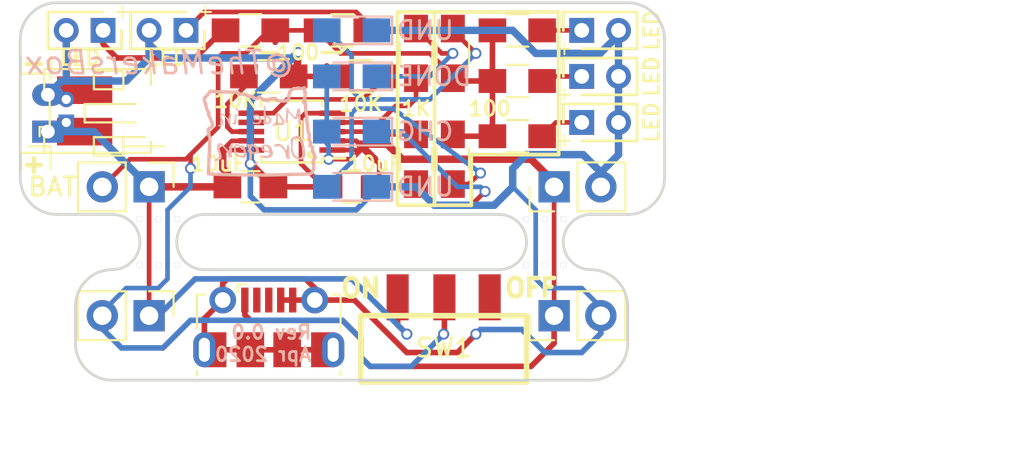
<source format=kicad_pcb>
(kicad_pcb (version 4) (host pcbnew 4.0.6)

  (general
    (links 63)
    (no_connects 0)
    (area 117.924999 144.424999 153.075001 165.075001)
    (thickness 1.6)
    (drawings 58)
    (tracks 250)
    (zones 0)
    (modules 37)
    (nets 22)
  )

  (page A)
  (title_block
    (title "Beetje 32U4 Blok")
    (date 2018-08-10)
    (rev 0.0)
    (company www.MakersBox.us)
    (comment 1 648.ken@gmail.com)
  )

  (layers
    (0 F.Cu signal)
    (31 B.Cu signal)
    (32 B.Adhes user)
    (33 F.Adhes user)
    (34 B.Paste user)
    (35 F.Paste user)
    (36 B.SilkS user hide)
    (37 F.SilkS user)
    (38 B.Mask user)
    (39 F.Mask user)
    (40 Dwgs.User user)
    (41 Cmts.User user)
    (42 Eco1.User user)
    (43 Eco2.User user)
    (44 Edge.Cuts user)
    (45 Margin user)
    (46 B.CrtYd user)
    (47 F.CrtYd user)
    (48 B.Fab user)
    (49 F.Fab user hide)
  )

  (setup
    (last_trace_width 0.4064)
    (user_trace_width 0.254)
    (user_trace_width 0.3048)
    (user_trace_width 0.4064)
    (user_trace_width 0.6096)
    (trace_clearance 0.2)
    (zone_clearance 0.508)
    (zone_45_only no)
    (trace_min 0.2)
    (segment_width 0.2)
    (edge_width 0.15)
    (via_size 0.6)
    (via_drill 0.4)
    (via_min_size 0.4)
    (via_min_drill 0.3)
    (uvia_size 0.3)
    (uvia_drill 0.1)
    (uvias_allowed no)
    (uvia_min_size 0.2)
    (uvia_min_drill 0.1)
    (pcb_text_width 0.3)
    (pcb_text_size 1.5 1.5)
    (mod_edge_width 0.15)
    (mod_text_size 1 1)
    (mod_text_width 0.15)
    (pad_size 2 2)
    (pad_drill 1.4)
    (pad_to_mask_clearance 0)
    (aux_axis_origin 0 0)
    (visible_elements 7FFFFFFF)
    (pcbplotparams
      (layerselection 0x00030_80000001)
      (usegerberextensions false)
      (excludeedgelayer true)
      (linewidth 0.100000)
      (plotframeref false)
      (viasonmask false)
      (mode 1)
      (useauxorigin false)
      (hpglpennumber 1)
      (hpglpenspeed 20)
      (hpglpendiameter 15)
      (hpglpenoverlay 2)
      (psnegative false)
      (psa4output false)
      (plotreference true)
      (plotvalue true)
      (plotinvisibletext false)
      (padsonsilk false)
      (subtractmaskfromsilk false)
      (outputformat 1)
      (mirror false)
      (drillshape 1)
      (scaleselection 1)
      (outputdirectory ""))
  )

  (net 0 "")
  (net 1 GND)
  (net 2 VBUS)
  (net 3 "Net-(R3-Pad1)")
  (net 4 "Net-(C2-Pad1)")
  (net 5 "Net-(D2-Pad1)")
  (net 6 "Net-(D3-Pad1)")
  (net 7 "Net-(R1-Pad1)")
  (net 8 "Net-(R2-Pad1)")
  (net 9 "Net-(R4-Pad1)")
  (net 10 "Net-(R5-Pad1)")
  (net 11 "Net-(D4-Pad2)")
  (net 12 "Net-(D5-Pad2)")
  (net 13 "Net-(J2-Pad2)")
  (net 14 "Net-(J2-Pad3)")
  (net 15 "Net-(J6-Pad1)")
  (net 16 "Net-(J1-Pad1)")
  (net 17 "Net-(J7-Pad1)")
  (net 18 "Net-(J8-Pad1)")
  (net 19 "Net-(J9-Pad1)")
  (net 20 "Net-(SW1-Pad3)")
  (net 21 "Net-(J4-Pad2)")

  (net_class Default "This is the default net class."
    (clearance 0.2)
    (trace_width 0.25)
    (via_dia 0.6)
    (via_drill 0.4)
    (uvia_dia 0.3)
    (uvia_drill 0.1)
    (add_net GND)
    (add_net "Net-(C2-Pad1)")
    (add_net "Net-(D2-Pad1)")
    (add_net "Net-(D3-Pad1)")
    (add_net "Net-(D4-Pad2)")
    (add_net "Net-(D5-Pad2)")
    (add_net "Net-(J1-Pad1)")
    (add_net "Net-(J2-Pad2)")
    (add_net "Net-(J2-Pad3)")
    (add_net "Net-(J4-Pad2)")
    (add_net "Net-(J6-Pad1)")
    (add_net "Net-(J7-Pad1)")
    (add_net "Net-(J8-Pad1)")
    (add_net "Net-(J9-Pad1)")
    (add_net "Net-(R1-Pad1)")
    (add_net "Net-(R2-Pad1)")
    (add_net "Net-(R3-Pad1)")
    (add_net "Net-(R4-Pad1)")
    (add_net "Net-(R5-Pad1)")
    (add_net "Net-(SW1-Pad3)")
    (add_net VBUS)
  )

  (module footprints:JST_PH_S2B-PH-K_02x2.00mm_Angled (layer F.Cu) (tedit 5EAB3B9C) (tstamp 5EAB3BE4)
    (at 119.5 151.5 90)
    (descr "JST PH series connector, S2B-PH-K, side entry type, through hole, Datasheet: http://www.jst-mfg.com/product/pdf/eng/ePH.pdf")
    (tags "connector jst ph")
    (path /5EAB43D0)
    (fp_text reference J10 (at 3.048 1.27 360) (layer F.SilkS) hide
      (effects (font (size 1 1) (thickness 0.15)))
    )
    (fp_text value JST_PH (at 1.905 7.62 90) (layer F.SilkS) hide
      (effects (font (size 0.7 0.7) (thickness 0.15)))
    )
    (fp_line (start 0.5 6.35) (end 0.5 2) (layer F.SilkS) (width 0.12))
    (fp_line (start 0.5 2) (end 1.5 2) (layer F.SilkS) (width 0.12))
    (fp_line (start 1.5 2) (end 1.5 6.35) (layer F.SilkS) (width 0.12))
    (fp_line (start -0.8 0.15) (end -1.15 0.15) (layer F.SilkS) (width 0.12))
    (fp_line (start -1.15 0.15) (end -1.15 -1.45) (layer F.SilkS) (width 0.12))
    (fp_line (start -1.15 -1.45) (end -2.05 -1.45) (layer F.SilkS) (width 0.12))
    (fp_line (start 4.05 -1.45) (end 3.15 -1.45) (layer F.SilkS) (width 0.12))
    (fp_line (start 3.15 -1.45) (end 3.15 0.15) (layer F.SilkS) (width 0.12))
    (fp_line (start 3.15 0.15) (end 2.8 0.15) (layer F.SilkS) (width 0.12))
    (fp_line (start -2.05 0.15) (end -1.15 0.15) (layer F.SilkS) (width 0.12))
    (fp_line (start 4.05 0.15) (end 3.15 0.15) (layer F.SilkS) (width 0.12))
    (fp_line (start -1.3 2.5) (end -1.3 4.1) (layer F.SilkS) (width 0.12))
    (fp_line (start -1.3 4.1) (end -0.3 4.1) (layer F.SilkS) (width 0.12))
    (fp_line (start -0.3 4.1) (end -0.3 2.5) (layer F.SilkS) (width 0.12))
    (fp_line (start -0.3 2.5) (end -1.3 2.5) (layer F.SilkS) (width 0.12))
    (fp_line (start 3.3 2.5) (end 3.3 4.1) (layer F.SilkS) (width 0.12))
    (fp_line (start 3.3 4.1) (end 2.3 4.1) (layer F.SilkS) (width 0.12))
    (fp_line (start 2.3 4.1) (end 2.3 2.5) (layer F.SilkS) (width 0.12))
    (fp_line (start 2.3 2.5) (end 3.3 2.5) (layer F.SilkS) (width 0.12))
    (fp_line (start -0.3 4.1) (end -0.3 6.35) (layer F.SilkS) (width 0.12))
    (fp_line (start -0.8 4.1) (end -0.8 6.35) (layer F.SilkS) (width 0.12))
    (fp_line (start -2.45 -1.85) (end -2.45 6.75) (layer F.CrtYd) (width 0.05))
    (fp_line (start -2.45 6.75) (end 4.45 6.75) (layer F.CrtYd) (width 0.05))
    (fp_line (start 4.45 6.75) (end 4.45 -1.85) (layer F.CrtYd) (width 0.05))
    (fp_line (start 4.45 -1.85) (end -2.45 -1.85) (layer F.CrtYd) (width 0.05))
    (fp_line (start -1.25 0.25) (end -1.25 -1.35) (layer F.Fab) (width 0.1))
    (fp_line (start -1.25 -1.35) (end -1.95 -1.35) (layer F.Fab) (width 0.1))
    (fp_line (start -1.95 -1.35) (end -1.95 6.25) (layer F.Fab) (width 0.1))
    (fp_line (start 3.95 6.25) (end 3.95 -1.35) (layer F.Fab) (width 0.1))
    (fp_line (start 3.95 -1.35) (end 3.25 -1.35) (layer F.Fab) (width 0.1))
    (fp_line (start 3.25 -1.35) (end 3.25 0.25) (layer F.Fab) (width 0.1))
    (fp_line (start 3.25 0.25) (end -1.25 0.25) (layer F.Fab) (width 0.1))
    (fp_line (start -0.8 0.15) (end -0.8 -1.05) (layer F.SilkS) (width 0.12))
    (fp_line (start 0 0.85) (end -0.5 1.35) (layer F.Fab) (width 0.1))
    (fp_line (start -0.5 1.35) (end 0.5 1.35) (layer F.Fab) (width 0.1))
    (fp_line (start 0.5 1.35) (end 0 0.85) (layer F.Fab) (width 0.1))
    (fp_text user %R (at 1 2.5 90) (layer F.Fab)
      (effects (font (size 1 1) (thickness 0.15)))
    )
    (pad 1 thru_hole rect (at 0 0 90) (size 1.2 1.7) (drill 0.75) (layers *.Cu *.Mask)
      (net 4 "Net-(C2-Pad1)"))
    (pad 2 thru_hole oval (at 2 0 90) (size 1.2 1.7) (drill 0.75) (layers *.Cu *.Mask)
      (net 1 GND))
    (model ${KISYS3DMOD}/Connectors_JST.3dshapes/JST_PH_S2B-PH-K_02x2.00mm_Angled.wrl
      (at (xyz 0 0 0))
      (scale (xyz 1 1 1))
      (rotate (xyz 0 0 0))
    )
  )

  (module footprints:R_0805_HandSoldering (layer F.Cu) (tedit 5EAA0C9D) (tstamp 5B92DE06)
    (at 139.5 153 270)
    (descr "Resistor SMD 0805, hand soldering")
    (tags "resistor 0805")
    (path /5B7EF1EF)
    (attr smd)
    (fp_text reference R2 (at 0 -1.7 270) (layer F.SilkS) hide
      (effects (font (size 1 1) (thickness 0.15)))
    )
    (fp_text value 1K (at 3 -0.25 360) (layer F.SilkS) hide
      (effects (font (size 1 1) (thickness 0.15)))
    )
    (fp_text user %R (at 0 0 270) (layer F.Fab)
      (effects (font (size 0.5 0.5) (thickness 0.075)))
    )
    (fp_line (start -1 0.62) (end -1 -0.62) (layer F.Fab) (width 0.1))
    (fp_line (start 1 0.62) (end -1 0.62) (layer F.Fab) (width 0.1))
    (fp_line (start 1 -0.62) (end 1 0.62) (layer F.Fab) (width 0.1))
    (fp_line (start -1 -0.62) (end 1 -0.62) (layer F.Fab) (width 0.1))
    (fp_line (start 0.6 0.88) (end -0.6 0.88) (layer F.SilkS) (width 0.12))
    (fp_line (start -0.6 -0.88) (end 0.6 -0.88) (layer F.SilkS) (width 0.12))
    (fp_line (start -2.35 -0.9) (end 2.35 -0.9) (layer F.CrtYd) (width 0.05))
    (fp_line (start -2.35 -0.9) (end -2.35 0.9) (layer F.CrtYd) (width 0.05))
    (fp_line (start 2.35 0.9) (end 2.35 -0.9) (layer F.CrtYd) (width 0.05))
    (fp_line (start 2.35 0.9) (end -2.35 0.9) (layer F.CrtYd) (width 0.05))
    (pad 1 smd rect (at -1.35 0 270) (size 1.5 1.3) (layers F.Cu F.Paste F.Mask)
      (net 8 "Net-(R2-Pad1)"))
    (pad 2 smd rect (at 1.35 0 270) (size 1.5 1.3) (layers F.Cu F.Paste F.Mask)
      (net 5 "Net-(D2-Pad1)"))
    (model ${KISYS3DMOD}/Resistors_SMD.3dshapes/R_0805.wrl
      (at (xyz 0 0 0))
      (scale (xyz 1 1 1))
      (rotate (xyz 0 0 0))
    )
  )

  (module Connectors_Molex:Molex_PicoBlade_53048-0210_02x1.25mm_Angled (layer F.Cu) (tedit 5EAB3B00) (tstamp 5EA8B8F0)
    (at 120.5 151 90)
    (descr "Molex PicoBlade, single row, side entry type, through hole, PN:53048-0210")
    (tags "connector molex picoblade")
    (path /5B7F07B5)
    (fp_text reference J3 (at 0.75 3 90) (layer F.SilkS) hide
      (effects (font (size 1 1) (thickness 0.15)))
    )
    (fp_text value BAT (at -3.5 -0.75 180) (layer F.SilkS)
      (effects (font (size 1 1) (thickness 0.15)))
    )
    (fp_line (start -0.25 -1.15) (end -0.25 -1.45) (layer F.SilkS) (width 0.12))
    (fp_line (start -0.25 -1.45) (end -0.75 -1.45) (layer F.SilkS) (width 0.12))
    (fp_line (start -0.25 -1.15) (end -0.25 -1.45) (layer F.Fab) (width 0.1))
    (fp_line (start -0.25 -1.45) (end -0.75 -1.45) (layer F.Fab) (width 0.1))
    (fp_line (start 0.6 -1.25) (end -0.15 -1.25) (layer F.CrtYd) (width 0.05))
    (fp_line (start -0.15 -1.25) (end -0.15 -1.55) (layer F.CrtYd) (width 0.05))
    (fp_line (start -0.15 -1.55) (end -2 -1.55) (layer F.CrtYd) (width 0.05))
    (fp_line (start -2 -1.55) (end -2 4.95) (layer F.CrtYd) (width 0.05))
    (fp_line (start -2 4.95) (end 0.6 4.95) (layer F.CrtYd) (width 0.05))
    (fp_line (start 0.6 -1.25) (end 1.35 -1.25) (layer F.CrtYd) (width 0.05))
    (fp_line (start 1.35 -1.25) (end 1.35 -1.55) (layer F.CrtYd) (width 0.05))
    (fp_line (start 1.35 -1.55) (end 3.25 -1.55) (layer F.CrtYd) (width 0.05))
    (fp_line (start 3.25 -1.55) (end 3.25 4.95) (layer F.CrtYd) (width 0.05))
    (fp_line (start 3.25 4.95) (end 0.6 4.95) (layer F.CrtYd) (width 0.05))
    (fp_line (start 0.625 -0.75) (end -0.65 -0.75) (layer F.Fab) (width 0.1))
    (fp_line (start -0.65 -0.75) (end -0.65 -1.05) (layer F.Fab) (width 0.1))
    (fp_line (start -0.65 -1.05) (end -1.5 -1.05) (layer F.Fab) (width 0.1))
    (fp_line (start -1.5 -1.05) (end -1.5 4.45) (layer F.Fab) (width 0.1))
    (fp_line (start -1.5 4.45) (end 0.625 4.45) (layer F.Fab) (width 0.1))
    (fp_line (start 0.625 -0.75) (end 1.9 -0.75) (layer F.Fab) (width 0.1))
    (fp_line (start 1.9 -0.75) (end 1.9 -1.05) (layer F.Fab) (width 0.1))
    (fp_line (start 1.9 -1.05) (end 2.75 -1.05) (layer F.Fab) (width 0.1))
    (fp_line (start 2.75 -1.05) (end 2.75 4.45) (layer F.Fab) (width 0.1))
    (fp_line (start 2.75 4.45) (end 0.625 4.45) (layer F.Fab) (width 0.1))
    (fp_line (start 0.625 -0.9) (end -0.5 -0.9) (layer F.SilkS) (width 0.12))
    (fp_line (start -0.5 -0.9) (end -0.5 -1.2) (layer F.SilkS) (width 0.12))
    (fp_line (start -0.5 -1.2) (end -1.65 -1.2) (layer F.SilkS) (width 0.12))
    (fp_line (start -1.65 -1.2) (end -1.65 4.6) (layer F.SilkS) (width 0.12))
    (fp_line (start -1.65 4.6) (end 0.625 4.6) (layer F.SilkS) (width 0.12))
    (fp_line (start 0.625 -0.9) (end 1.75 -0.9) (layer F.SilkS) (width 0.12))
    (fp_line (start 1.75 -0.9) (end 1.75 -1.2) (layer F.SilkS) (width 0.12))
    (fp_line (start 1.75 -1.2) (end 2.9 -1.2) (layer F.SilkS) (width 0.12))
    (fp_line (start 2.9 -1.2) (end 2.9 4.6) (layer F.SilkS) (width 0.12))
    (fp_line (start 2.9 4.6) (end 0.625 4.6) (layer F.SilkS) (width 0.12))
    (fp_text user %R (at 0.625 3 90) (layer F.Fab)
      (effects (font (size 1 1) (thickness 0.15)))
    )
    (pad 2 smd rect (at 1.75 1 90) (size 1.5 3) (layers F.Cu F.Paste F.Mask)
      (net 1 GND))
    (pad 1 thru_hole rect (at 0 0 90) (size 0.85 0.85) (drill 0.5) (layers *.Cu *.Mask)
      (net 4 "Net-(C2-Pad1)"))
    (pad 2 thru_hole circle (at 1.25 0 90) (size 0.85 0.85) (drill 0.5) (layers *.Cu *.Mask)
      (net 1 GND))
    (pad 1 smd rect (at -0.5 1 90) (size 1.5 3) (layers F.Cu F.Paste F.Mask)
      (net 4 "Net-(C2-Pad1)"))
    (model ${KISYS3DMOD}/Connectors_Molex.3dshapes/Molex_PicoBlade_53048-0210_02x1.25mm_Angled.wrl
      (at (xyz 0 0 0))
      (scale (xyz 1 1 1))
      (rotate (xyz 0 0 0))
    )
  )

  (module Wire_Pads:SolderWirePad_single_2mmDrill (layer F.Cu) (tedit 5EAB12A8) (tstamp 5EAB1529)
    (at 126 150.5)
    (fp_text reference Drill (at 0 0) (layer F.SilkS) hide
      (effects (font (size 1 1) (thickness 0.15)))
    )
    (fp_text value MountPad (at -0.635 3.81) (layer F.Fab)
      (effects (font (size 1 1) (thickness 0.15)))
    )
    (pad "" np_thru_hole circle (at 0 0) (size 3.5 3.5) (drill 3.5) (layers *.Cu *.Mask))
  )

  (module Pin_Headers:Pin_Header_Straight_1x02_Pitch2.54mm (layer F.Cu) (tedit 5EA9CF37) (tstamp 5EA9A7E3)
    (at 125 154.5 270)
    (descr "Through hole straight pin header, 1x02, 2.54mm pitch, single row")
    (tags "Through hole pin header THT 1x02 2.54mm single row")
    (path /5EA9BFC7)
    (fp_text reference J44 (at 0 -2.33 270) (layer F.SilkS) hide
      (effects (font (size 1 1) (thickness 0.15)))
    )
    (fp_text value CONN (at 0 4.87 270) (layer F.Fab)
      (effects (font (size 1 1) (thickness 0.15)))
    )
    (fp_line (start -0.635 -1.27) (end 1.27 -1.27) (layer F.Fab) (width 0.1))
    (fp_line (start 1.27 -1.27) (end 1.27 3.81) (layer F.Fab) (width 0.1))
    (fp_line (start 1.27 3.81) (end -1.27 3.81) (layer F.Fab) (width 0.1))
    (fp_line (start -1.27 3.81) (end -1.27 -0.635) (layer F.Fab) (width 0.1))
    (fp_line (start -1.27 -0.635) (end -0.635 -1.27) (layer F.Fab) (width 0.1))
    (fp_line (start -1.33 3.87) (end 1.33 3.87) (layer F.SilkS) (width 0.12))
    (fp_line (start -1.33 1.27) (end -1.33 3.87) (layer F.SilkS) (width 0.12))
    (fp_line (start 1.33 1.27) (end 1.33 3.87) (layer F.SilkS) (width 0.12))
    (fp_line (start -1.33 1.27) (end 1.33 1.27) (layer F.SilkS) (width 0.12))
    (fp_line (start -1.33 0) (end -1.33 -1.33) (layer F.SilkS) (width 0.12))
    (fp_line (start -1.33 -1.33) (end 0 -1.33) (layer F.SilkS) (width 0.12))
    (fp_line (start -1.8 -1.8) (end -1.8 4.35) (layer F.CrtYd) (width 0.05))
    (fp_line (start -1.8 4.35) (end 1.8 4.35) (layer F.CrtYd) (width 0.05))
    (fp_line (start 1.8 4.35) (end 1.8 -1.8) (layer F.CrtYd) (width 0.05))
    (fp_line (start 1.8 -1.8) (end -1.8 -1.8) (layer F.CrtYd) (width 0.05))
    (fp_text user %R (at 0 1.27 360) (layer F.Fab)
      (effects (font (size 1 1) (thickness 0.15)))
    )
    (pad 1 thru_hole rect (at 0 0 270) (size 1.7 1.7) (drill 1) (layers *.Cu *.Mask)
      (net 4 "Net-(C2-Pad1)"))
    (pad 2 thru_hole oval (at 0 2.54 270) (size 1.7 1.7) (drill 1) (layers *.Cu *.Mask)
      (net 21 "Net-(J4-Pad2)"))
  )

  (module beetje_footprints:USB_Micro-B_Molex-105017-0001 (layer F.Cu) (tedit 5EA9CF7C) (tstamp 5EA732D2)
    (at 131.5 163)
    (descr http://www.molex.com/pdm_docs/sd/1050170001_sd.pdf)
    (tags "Micro-USB SMD Typ-B")
    (path /5EA71AD7)
    (attr smd)
    (fp_text reference J2 (at 0 -4) (layer F.SilkS) hide
      (effects (font (size 1 1) (thickness 0.15)))
    )
    (fp_text value USB_B (at 0.3 3.45) (layer F.Fab)
      (effects (font (size 1 1) (thickness 0.15)))
    )
    (fp_line (start -4.4 2.75) (end 4.4 2.75) (layer F.CrtYd) (width 0.05))
    (fp_line (start 4.4 -3.35) (end 4.4 2.75) (layer F.CrtYd) (width 0.05))
    (fp_line (start -4.4 -3.35) (end 4.4 -3.35) (layer F.CrtYd) (width 0.05))
    (fp_line (start -4.4 2.75) (end -4.4 -3.35) (layer F.CrtYd) (width 0.05))
    (fp_text user "PCB Edge" (at 0 1.8) (layer Dwgs.User)
      (effects (font (size 0.5 0.5) (thickness 0.08)))
    )
    (fp_line (start -3.9 -2.65) (end -3.45 -2.65) (layer F.SilkS) (width 0.12))
    (fp_line (start -3.9 -0.8) (end -3.9 -2.65) (layer F.SilkS) (width 0.12))
    (fp_line (start 3.9 1.75) (end 3.9 1.5) (layer F.SilkS) (width 0.12))
    (fp_line (start 3.75 2.5) (end 3.75 -2.5) (layer F.Fab) (width 0.1))
    (fp_line (start -3 1.801704) (end 3 1.801704) (layer F.Fab) (width 0.1))
    (fp_line (start -3.75 2.501704) (end 3.75 2.501704) (layer F.Fab) (width 0.1))
    (fp_line (start -3.75 -2.5) (end 3.75 -2.5) (layer F.Fab) (width 0.1))
    (fp_line (start -3.75 2.5) (end -3.75 -2.5) (layer F.Fab) (width 0.1))
    (fp_line (start -3.9 1.75) (end -3.9 1.5) (layer F.SilkS) (width 0.12))
    (fp_line (start 3.9 -0.8) (end 3.9 -2.65) (layer F.SilkS) (width 0.12))
    (fp_line (start 3.9 -2.65) (end 3.45 -2.65) (layer F.SilkS) (width 0.12))
    (fp_text user %R (at 0 0) (layer F.Fab)
      (effects (font (size 1 1) (thickness 0.15)))
    )
    (fp_line (start -1.7 -3.2) (end -1.25 -3.2) (layer F.SilkS) (width 0.12))
    (fp_line (start -1.7 -3.2) (end -1.7 -2.75) (layer F.SilkS) (width 0.12))
    (fp_line (start -1.3 -2.6) (end -1.5 -2.8) (layer F.Fab) (width 0.1))
    (fp_line (start -1.1 -2.8) (end -1.3 -2.6) (layer F.Fab) (width 0.1))
    (fp_line (start -1.5 -3.01) (end -1.1 -3.01) (layer F.Fab) (width 0.1))
    (fp_line (start -1.5 -3.01) (end -1.5 -2.8) (layer F.Fab) (width 0.1))
    (fp_line (start -1.1 -3.01) (end -1.1 -2.8) (layer F.Fab) (width 0.1))
    (pad 5 smd rect (at 1 0.35) (size 1.5 1.9) (layers F.Cu F.Paste F.Mask)
      (net 1 GND))
    (pad 5 thru_hole circle (at -2.5 -2.35) (size 1.45 1.45) (drill 0.85) (layers *.Cu *.Mask)
      (net 1 GND))
    (pad 2 smd rect (at -0.65 -2.35) (size 0.4 1.35) (layers F.Cu F.Paste F.Mask)
      (net 13 "Net-(J2-Pad2)"))
    (pad 1 smd rect (at -1.3 -2.35) (size 0.4 1.35) (layers F.Cu F.Paste F.Mask)
      (net 2 VBUS))
    (pad 5 smd rect (at 1.3 -2.35) (size 0.4 1.35) (layers F.Cu F.Paste F.Mask)
      (net 1 GND))
    (pad 4 smd rect (at 0.65 -2.35) (size 0.4 1.35) (layers F.Cu F.Paste F.Mask)
      (net 1 GND))
    (pad 3 smd rect (at 0 -2.35) (size 0.4 1.35) (layers F.Cu F.Paste F.Mask)
      (net 14 "Net-(J2-Pad3)"))
    (pad 5 thru_hole circle (at 2.5 -2.35) (size 1.45 1.45) (drill 0.85) (layers *.Cu *.Mask)
      (net 1 GND))
    (pad 5 smd rect (at -1 0.35) (size 1.5 1.9) (layers F.Cu F.Paste F.Mask)
      (net 1 GND))
    (pad 5 thru_hole oval (at -3.5 0.35 180) (size 1.2 1.9) (drill oval 0.6 1.3) (layers *.Cu *.Mask)
      (net 1 GND))
    (pad 5 thru_hole oval (at 3.5 0.35) (size 1.2 1.9) (drill oval 0.6 1.3) (layers *.Cu *.Mask)
      (net 1 GND))
    (pad 5 smd rect (at 2.9 0.35) (size 1.2 1.9) (layers F.Cu F.Mask)
      (net 1 GND))
    (pad 5 smd rect (at -2.9 0.35) (size 1.2 1.9) (layers F.Cu F.Mask)
      (net 1 GND))
    (model ${KISYS3DMOD}/Connectors_USB.3dshapes/USB_Micro-B_Molex-105017-0001.wrl
      (at (xyz 0 0 0))
      (scale (xyz 1 1 1))
      (rotate (xyz 0 0 0))
    )
  )

  (module footprints:SPST_SMD (layer F.Cu) (tedit 5EA9FA58) (tstamp 5EA8B242)
    (at 141 160.5)
    (descr "Through hole pin header")
    (tags "pin header")
    (path /5B9534D5)
    (fp_text reference SW1 (at 0 2.75) (layer F.SilkS)
      (effects (font (size 1 1) (thickness 0.15)))
    )
    (fp_text value SW_SPDT (at 0.1 0) (layer F.Fab)
      (effects (font (size 1 1) (thickness 0.15)))
    )
    (fp_line (start -1 6.7) (end -0.5 6.7) (layer F.Fab) (width 0.15))
    (fp_line (start -0.5 6.7) (end -0.5 4.7) (layer F.Fab) (width 0.15))
    (fp_line (start -2 6.7) (end -1 6.7) (layer F.Fab) (width 0.15))
    (fp_line (start -2 4.7) (end -2 6.7) (layer F.Fab) (width 0.15))
    (fp_line (start -4.5 4.6) (end 4.5 4.6) (layer F.SilkS) (width 0.3048))
    (fp_line (start 4.5 1) (end 4.5 4.6) (layer F.SilkS) (width 0.3048))
    (fp_line (start -4.5 1) (end -4.5 4.6) (layer F.SilkS) (width 0.3048))
    (fp_line (start -4.5 1) (end 4.5 1) (layer F.SilkS) (width 0.3048))
    (fp_text user JS102011SAQN (at 0 1.7) (layer F.Fab)
      (effects (font (size 0.8 0.8) (thickness 0.1)))
    )
    (pad "" np_thru_hole circle (at 3.4 2.75) (size 0.9 0.9) (drill 0.9) (layers *.Cu *.Mask))
    (pad 1 smd rect (at -2.5 0) (size 1.2 2.5) (layers F.Cu F.Paste F.Mask)
      (net 4 "Net-(C2-Pad1)"))
    (pad 2 smd rect (at 0.04 0) (size 1.2 2.5) (layers F.Cu F.Paste F.Mask)
      (net 21 "Net-(J4-Pad2)"))
    (pad 3 smd rect (at 2.5 0) (size 1.2 2.5) (layers F.Cu F.Paste F.Mask)
      (net 20 "Net-(SW1-Pad3)"))
    (pad "" np_thru_hole circle (at -3.4 2.75) (size 0.9 0.9) (drill 0.9) (layers *.Cu *.Mask))
    (model Pin_Headers.3dshapes/Pin_Header_Straight_2x06.wrl
      (at (xyz 0.05 -0.25 0))
      (scale (xyz 1 1 1))
      (rotate (xyz 0 0 90))
    )
  )

  (module footprints:MadeInOregonRev25 (layer F.Cu) (tedit 5B7EDC1C) (tstamp 5B7740E4)
    (at 131 151.5)
    (fp_text reference VAL (at 0 0) (layer F.SilkS) hide
      (effects (font (size 1.143 1.143) (thickness 0.1778)))
    )
    (fp_text value MadeInOregonRev25 (at 0 0) (layer F.SilkS) hide
      (effects (font (size 0.5 0.5) (thickness 0.125)))
    )
    (fp_poly (pts (xy -3.09626 -1.76022) (xy -3.09626 -1.72212) (xy -3.09372 -1.69672) (xy -3.09118 -1.67386)
      (xy -3.0861 -1.65608) (xy -3.07594 -1.63576) (xy -3.0734 -1.62814) (xy -3.0607 -1.6002)
      (xy -3.05054 -1.5748) (xy -3.04038 -1.54432) (xy -3.03022 -1.50876) (xy -3.02006 -1.46304)
      (xy -3.00736 -1.4097) (xy -3.00228 -1.39192) (xy -2.98704 -1.31826) (xy -2.96926 -1.2573)
      (xy -2.95402 -1.20396) (xy -2.9337 -1.15824) (xy -2.91338 -1.1176) (xy -2.91338 -1.74752)
      (xy -2.91338 -1.76276) (xy -2.91084 -1.77546) (xy -2.90322 -1.78816) (xy -2.89052 -1.8034)
      (xy -2.86766 -1.82118) (xy -2.8575 -1.83134) (xy -2.82956 -1.8542) (xy -2.80416 -1.8796)
      (xy -2.78638 -1.90246) (xy -2.77876 -1.91008) (xy -2.76606 -1.92786) (xy -2.74574 -1.95326)
      (xy -2.72034 -1.98374) (xy -2.69494 -2.01422) (xy -2.6924 -2.01676) (xy -2.66954 -2.0447)
      (xy -2.64922 -2.0701) (xy -2.63652 -2.08788) (xy -2.6289 -2.09804) (xy -2.6289 -2.10058)
      (xy -2.62382 -2.10566) (xy -2.60604 -2.10566) (xy -2.58064 -2.10566) (xy -2.55016 -2.10058)
      (xy -2.51968 -2.0955) (xy -2.50952 -2.09296) (xy -2.49682 -2.09042) (xy -2.48412 -2.08534)
      (xy -2.46888 -2.08534) (xy -2.4511 -2.0828) (xy -2.4257 -2.08026) (xy -2.39268 -2.07772)
      (xy -2.35458 -2.07772) (xy -2.30632 -2.07518) (xy -2.2479 -2.07518) (xy -2.17678 -2.07264)
      (xy -2.09296 -2.0701) (xy -2.03962 -2.0701) (xy -1.95326 -2.06756) (xy -1.8669 -2.06756)
      (xy -1.78054 -2.06502) (xy -1.69672 -2.06502) (xy -1.61798 -2.06248) (xy -1.54686 -2.06248)
      (xy -1.48336 -2.06248) (xy -1.4351 -2.06248) (xy -1.4224 -2.06248) (xy -1.22936 -2.06248)
      (xy -1.1684 -2.00152) (xy -1.10744 -1.9431) (xy -1.0668 -1.9431) (xy -1.03886 -1.9431)
      (xy -1.0033 -1.94564) (xy -0.97536 -1.95072) (xy -0.94234 -1.95326) (xy -0.91186 -1.95072)
      (xy -0.87884 -1.94564) (xy -0.8382 -1.93548) (xy -0.79248 -1.9177) (xy -0.7366 -1.89484)
      (xy -0.72136 -1.88976) (xy -0.67818 -1.86944) (xy -0.64516 -1.85674) (xy -0.61722 -1.84912)
      (xy -0.59182 -1.84404) (xy -0.56388 -1.83896) (xy -0.5461 -1.83642) (xy -0.50038 -1.83134)
      (xy -0.46482 -1.82626) (xy -0.43688 -1.81864) (xy -0.41656 -1.80848) (xy -0.39624 -1.79578)
      (xy -0.37592 -1.77546) (xy -0.37338 -1.77292) (xy -0.35052 -1.7526) (xy -0.32512 -1.73482)
      (xy -0.30734 -1.72212) (xy -0.30734 -1.72212) (xy -0.28702 -1.71704) (xy -0.25654 -1.71196)
      (xy -0.22098 -1.70434) (xy -0.18288 -1.7018) (xy -0.14986 -1.69672) (xy -0.12446 -1.69672)
      (xy -0.10922 -1.69926) (xy -0.09652 -1.70688) (xy -0.07366 -1.71958) (xy -0.05334 -1.73736)
      (xy -0.03048 -1.75768) (xy -0.01524 -1.7653) (xy -0.00508 -1.76784) (xy 0 -1.7653)
      (xy 0.01016 -1.75768) (xy 0.03048 -1.74498) (xy 0.05842 -1.7272) (xy 0.0889 -1.70688)
      (xy 0.09652 -1.7018) (xy 0.18288 -1.64846) (xy 0.25908 -1.64592) (xy 0.29464 -1.64338)
      (xy 0.3175 -1.64084) (xy 0.3302 -1.6383) (xy 0.34036 -1.63322) (xy 0.34544 -1.6256)
      (xy 0.34798 -1.62052) (xy 0.3683 -1.59766) (xy 0.39624 -1.58242) (xy 0.42672 -1.5748)
      (xy 0.4318 -1.5748) (xy 0.45974 -1.58242) (xy 0.48768 -1.6002) (xy 0.51562 -1.63068)
      (xy 0.52578 -1.64338) (xy 0.53848 -1.65608) (xy 0.5461 -1.66624) (xy 0.55626 -1.67386)
      (xy 0.56896 -1.68148) (xy 0.58928 -1.68402) (xy 0.61468 -1.6891) (xy 0.65278 -1.69418)
      (xy 0.70104 -1.69672) (xy 0.71628 -1.69926) (xy 0.8255 -1.70942) (xy 0.85598 -1.68148)
      (xy 0.89154 -1.64846) (xy 0.9271 -1.62306) (xy 0.95758 -1.60274) (xy 0.96774 -1.59766)
      (xy 0.9906 -1.59258) (xy 1.02362 -1.5875) (xy 1.0668 -1.58242) (xy 1.11252 -1.57734)
      (xy 1.16332 -1.57226) (xy 1.21158 -1.56972) (xy 1.2573 -1.56972) (xy 1.25984 -1.56972)
      (xy 1.3081 -1.56972) (xy 1.35128 -1.5748) (xy 1.39446 -1.57988) (xy 1.44272 -1.59004)
      (xy 1.48844 -1.6002) (xy 1.52146 -1.61036) (xy 1.54686 -1.62306) (xy 1.56972 -1.63576)
      (xy 1.59258 -1.65608) (xy 1.61798 -1.68148) (xy 1.63576 -1.7018) (xy 1.651 -1.72212)
      (xy 1.65862 -1.74498) (xy 1.66624 -1.77292) (xy 1.67386 -1.80848) (xy 1.6764 -1.85166)
      (xy 1.68148 -1.90246) (xy 1.6891 -1.9812) (xy 1.7018 -2.04978) (xy 1.72212 -2.10566)
      (xy 1.74752 -2.15138) (xy 1.75006 -2.15646) (xy 1.77546 -2.18186) (xy 1.81356 -2.2098)
      (xy 1.82626 -2.21742) (xy 1.8542 -2.23012) (xy 1.87706 -2.24028) (xy 1.89484 -2.24282)
      (xy 1.9177 -2.24282) (xy 1.92024 -2.24282) (xy 1.95834 -2.24282) (xy 2.00152 -2.25044)
      (xy 2.032 -2.25806) (xy 2.0701 -2.27076) (xy 2.09804 -2.27584) (xy 2.11582 -2.27838)
      (xy 2.13106 -2.2733) (xy 2.1463 -2.26822) (xy 2.15392 -2.26314) (xy 2.1844 -2.2479)
      (xy 2.22758 -2.24282) (xy 2.27584 -2.2479) (xy 2.29108 -2.25298) (xy 2.31394 -2.25806)
      (xy 2.33426 -2.26314) (xy 2.34188 -2.26314) (xy 2.34188 -2.25806) (xy 2.34442 -2.23774)
      (xy 2.34442 -2.21488) (xy 2.34442 -2.21234) (xy 2.34442 -2.1844) (xy 2.34696 -2.16408)
      (xy 2.35204 -2.1463) (xy 2.36474 -2.12852) (xy 2.3876 -2.0955) (xy 2.37998 -1.97612)
      (xy 2.37744 -1.9304) (xy 2.37236 -1.89738) (xy 2.36982 -1.87198) (xy 2.36474 -1.8542)
      (xy 2.35966 -1.83896) (xy 2.35204 -1.82372) (xy 2.34696 -1.8161) (xy 2.33172 -1.78562)
      (xy 2.3241 -1.75768) (xy 2.3241 -1.73736) (xy 2.32156 -1.70942) (xy 2.31902 -1.68656)
      (xy 2.31648 -1.67894) (xy 2.31394 -1.66116) (xy 2.30886 -1.63576) (xy 2.30886 -1.60274)
      (xy 2.30886 -1.59004) (xy 2.30886 -1.55702) (xy 2.30886 -1.5367) (xy 2.31394 -1.52146)
      (xy 2.32156 -1.5113) (xy 2.33172 -1.4986) (xy 2.33426 -1.49606) (xy 2.35458 -1.48082)
      (xy 2.3749 -1.4732) (xy 2.37744 -1.47066) (xy 2.3876 -1.47066) (xy 2.39268 -1.46558)
      (xy 2.39776 -1.45034) (xy 2.4003 -1.42494) (xy 2.40284 -1.39192) (xy 2.40538 -1.35382)
      (xy 2.40538 -1.33096) (xy 2.40792 -1.28778) (xy 2.413 -1.2319) (xy 2.42062 -1.16078)
      (xy 2.43332 -1.07442) (xy 2.4511 -0.97536) (xy 2.4511 -0.96774) (xy 2.45872 -0.92456)
      (xy 2.4638 -0.88392) (xy 2.46888 -0.85344) (xy 2.47142 -0.83058) (xy 2.47396 -0.82296)
      (xy 2.47396 -0.81026) (xy 2.47142 -0.7874) (xy 2.47142 -0.75692) (xy 2.46888 -0.72644)
      (xy 2.46888 -0.69342) (xy 2.46634 -0.66294) (xy 2.4638 -0.64262) (xy 2.46126 -0.635)
      (xy 2.4511 -0.6096) (xy 2.44856 -0.57912) (xy 2.4511 -0.54864) (xy 2.46126 -0.52324)
      (xy 2.4765 -0.51054) (xy 2.48412 -0.49784) (xy 2.49174 -0.47244) (xy 2.5019 -0.4318)
      (xy 2.50952 -0.37592) (xy 2.51968 -0.30734) (xy 2.5273 -0.2286) (xy 2.53238 -0.16764)
      (xy 2.53746 -0.1143) (xy 2.54254 -0.0635) (xy 2.54762 -0.02032) (xy 2.5527 0.01524)
      (xy 2.55524 0.04064) (xy 2.55778 0.05334) (xy 2.56794 0.07366) (xy 2.5781 0.1016)
      (xy 2.58826 0.127) (xy 2.59588 0.14732) (xy 2.6035 0.16256) (xy 2.60604 0.18034)
      (xy 2.60858 0.20066) (xy 2.60858 0.22606) (xy 2.60604 0.25908) (xy 2.6035 0.3048)
      (xy 2.6035 0.32512) (xy 2.60096 0.37084) (xy 2.60096 0.4064) (xy 2.60604 0.43434)
      (xy 2.61366 0.45974) (xy 2.62636 0.48768) (xy 2.64668 0.5207) (xy 2.66446 0.5588)
      (xy 2.67462 0.58674) (xy 2.6797 0.61468) (xy 2.67462 0.64262) (xy 2.66446 0.68072)
      (xy 2.65938 0.69088) (xy 2.64668 0.72898) (xy 2.63906 0.75946) (xy 2.63906 0.77978)
      (xy 2.6416 0.79756) (xy 2.64922 0.8128) (xy 2.64922 0.81534) (xy 2.66446 0.83058)
      (xy 2.68986 0.84836) (xy 2.72034 0.86614) (xy 2.75336 0.87884) (xy 2.77368 0.88646)
      (xy 2.794 0.89154) (xy 2.794 0.98044) (xy 2.794 1.07188) (xy 2.82448 1.13538)
      (xy 2.8575 1.20396) (xy 2.8829 1.26238) (xy 2.90322 1.31064) (xy 2.91592 1.3462)
      (xy 2.921 1.36652) (xy 2.92354 1.3843) (xy 2.92354 1.39954) (xy 2.91592 1.41478)
      (xy 2.90068 1.4351) (xy 2.90068 1.43764) (xy 2.87274 1.47828) (xy 2.84988 1.51638)
      (xy 2.8321 1.5621) (xy 2.82448 1.59004) (xy 2.80924 1.64338) (xy 2.8321 1.74244)
      (xy 2.84734 1.80848) (xy 2.85496 1.86182) (xy 2.86004 1.90754) (xy 2.86004 1.94818)
      (xy 2.85242 1.98628) (xy 2.84226 2.02438) (xy 2.84226 2.02438) (xy 2.82702 2.06756)
      (xy 2.81432 2.10566) (xy 2.79908 2.13868) (xy 2.78892 2.16154) (xy 2.77876 2.1717)
      (xy 2.77876 2.17424) (xy 2.7686 2.17678) (xy 2.74828 2.1844) (xy 2.74066 2.18948)
      (xy 2.7178 2.1971) (xy 2.68224 2.20472) (xy 2.63398 2.2098) (xy 2.57302 2.21234)
      (xy 2.49682 2.21488) (xy 2.40792 2.21742) (xy 2.30632 2.21742) (xy 2.29616 2.21742)
      (xy 2.24028 2.21996) (xy 2.17424 2.21996) (xy 2.10058 2.2225) (xy 2.02184 2.2225)
      (xy 1.9431 2.22504) (xy 1.86944 2.23012) (xy 1.84912 2.23012) (xy 1.6129 2.23774)
      (xy 1.38684 2.2479) (xy 1.16332 2.25298) (xy 0.9398 2.25806) (xy 0.71882 2.26314)
      (xy 0.4953 2.26568) (xy 0.26924 2.26822) (xy 0.03556 2.26822) (xy -0.2032 2.26822)
      (xy -0.45466 2.26822) (xy -0.71628 2.26568) (xy -0.84836 2.26314) (xy -1.03378 2.2606)
      (xy -1.20396 2.25806) (xy -1.36144 2.25552) (xy -1.50622 2.25298) (xy -1.64084 2.25044)
      (xy -1.7653 2.2479) (xy -1.88214 2.24536) (xy -1.98882 2.24282) (xy -2.08788 2.23774)
      (xy -2.17932 2.2352) (xy -2.26822 2.23266) (xy -2.35204 2.22758) (xy -2.39776 2.22504)
      (xy -2.46126 2.2225) (xy -2.51968 2.21742) (xy -2.57302 2.21488) (xy -2.61874 2.21234)
      (xy -2.65176 2.2098) (xy -2.67462 2.2098) (xy -2.68732 2.2098) (xy -2.68732 2.2098)
      (xy -2.68732 2.20218) (xy -2.68478 2.17932) (xy -2.68478 2.1463) (xy -2.68224 2.09804)
      (xy -2.6797 2.03962) (xy -2.67716 1.97104) (xy -2.67208 1.8923) (xy -2.66954 1.80594)
      (xy -2.66446 1.70942) (xy -2.65938 1.60782) (xy -2.65684 1.50114) (xy -2.65176 1.38684)
      (xy -2.64414 1.27) (xy -2.64414 1.25476) (xy -2.63906 1.11506) (xy -2.63398 0.98806)
      (xy -2.6289 0.87376) (xy -2.62382 0.77216) (xy -2.61874 0.68326) (xy -2.6162 0.60452)
      (xy -2.61366 0.53848) (xy -2.61112 0.47752) (xy -2.61112 0.42926) (xy -2.61112 0.38608)
      (xy -2.61112 0.35306) (xy -2.61112 0.32258) (xy -2.61112 0.29972) (xy -2.61366 0.28194)
      (xy -2.6162 0.2667) (xy -2.61874 0.25654) (xy -2.62128 0.24638) (xy -2.62636 0.23876)
      (xy -2.63144 0.23368) (xy -2.63652 0.22606) (xy -2.6416 0.21844) (xy -2.6543 0.2032)
      (xy -2.66192 0.18796) (xy -2.66446 0.17272) (xy -2.66192 0.14732) (xy -2.66192 0.13716)
      (xy -2.66192 0.1016) (xy -2.66446 0.06858) (xy -2.67462 0.02794) (xy -2.67462 0.0254)
      (xy -2.68732 -0.01778) (xy -2.69494 -0.04826) (xy -2.69748 -0.07112) (xy -2.69748 -0.08382)
      (xy -2.69494 -0.09398) (xy -2.68732 -0.09906) (xy -2.68732 -0.1016) (xy -2.66954 -0.10668)
      (xy -2.64668 -0.1143) (xy -2.63652 -0.1143) (xy -2.60858 -0.12192) (xy -2.58572 -0.13208)
      (xy -2.5654 -0.14732) (xy -2.54762 -0.17018) (xy -2.52476 -0.20574) (xy -2.50698 -0.2413)
      (xy -2.4638 -0.3302) (xy -2.47142 -0.40894) (xy -2.4765 -0.43942) (xy -2.48158 -0.46736)
      (xy -2.4892 -0.49276) (xy -2.49682 -0.5207) (xy -2.50952 -0.55626) (xy -2.52984 -0.59944)
      (xy -2.53492 -0.61214) (xy -2.55524 -0.66294) (xy -2.5781 -0.71374) (xy -2.60096 -0.76708)
      (xy -2.62128 -0.8128) (xy -2.63144 -0.83058) (xy -2.64668 -0.86868) (xy -2.65938 -0.89662)
      (xy -2.667 -0.91694) (xy -2.66954 -0.92964) (xy -2.667 -0.9398) (xy -2.667 -0.94996)
      (xy -2.65938 -0.97536) (xy -2.65938 -1.00584) (xy -2.66954 -1.03886) (xy -2.68732 -1.0795)
      (xy -2.71272 -1.12776) (xy -2.71526 -1.1303) (xy -2.73812 -1.17094) (xy -2.75844 -1.2065)
      (xy -2.77368 -1.23698) (xy -2.78384 -1.26746) (xy -2.79654 -1.30048) (xy -2.8067 -1.34112)
      (xy -2.81686 -1.38684) (xy -2.82702 -1.43256) (xy -2.84226 -1.49606) (xy -2.85496 -1.54686)
      (xy -2.86512 -1.5875) (xy -2.87528 -1.62052) (xy -2.88544 -1.64846) (xy -2.89306 -1.67132)
      (xy -2.90068 -1.68148) (xy -2.9083 -1.70942) (xy -2.91338 -1.7399) (xy -2.91338 -1.74752)
      (xy -2.91338 -1.1176) (xy -2.91084 -1.11506) (xy -2.90576 -1.09982) (xy -2.88798 -1.07188)
      (xy -2.87782 -1.04902) (xy -2.87274 -1.03632) (xy -2.87274 -1.02616) (xy -2.87782 -1.016)
      (xy -2.88036 -0.99822) (xy -2.8829 -0.98044) (xy -2.87782 -0.95758) (xy -2.8702 -0.92964)
      (xy -2.85496 -0.89408) (xy -2.83464 -0.84582) (xy -2.8194 -0.81534) (xy -2.78384 -0.73406)
      (xy -2.74828 -0.65786) (xy -2.72034 -0.58928) (xy -2.69494 -0.52832) (xy -2.67462 -0.47752)
      (xy -2.66192 -0.43688) (xy -2.6543 -0.40894) (xy -2.6543 -0.4064) (xy -2.64922 -0.37846)
      (xy -2.65176 -0.36068) (xy -2.65684 -0.34036) (xy -2.66446 -0.32766) (xy -2.67462 -0.30734)
      (xy -2.68732 -0.29464) (xy -2.70256 -0.28702) (xy -2.72542 -0.28194) (xy -2.73812 -0.2794)
      (xy -2.75336 -0.27686) (xy -2.77114 -0.2667) (xy -2.78892 -0.25146) (xy -2.81686 -0.22606)
      (xy -2.82448 -0.2159) (xy -2.84988 -0.1905) (xy -2.86766 -0.17272) (xy -2.87782 -0.16002)
      (xy -2.8829 -0.14732) (xy -2.8829 -0.13208) (xy -2.8829 -0.12192) (xy -2.88036 -0.06858)
      (xy -2.86766 -0.00762) (xy -2.85242 0.05588) (xy -2.8448 0.08382) (xy -2.84226 0.10668)
      (xy -2.84226 0.12954) (xy -2.8448 0.16002) (xy -2.84734 0.1651) (xy -2.84988 0.19812)
      (xy -2.84988 0.22606) (xy -2.84226 0.24892) (xy -2.82448 0.27686) (xy -2.8067 0.29972)
      (xy -2.78384 0.32766) (xy -2.82702 1.3081) (xy -2.8321 1.42748) (xy -2.83718 1.54432)
      (xy -2.84226 1.65608) (xy -2.84734 1.76276) (xy -2.84988 1.86182) (xy -2.85496 1.95326)
      (xy -2.8575 2.03708) (xy -2.86004 2.11074) (xy -2.86258 2.17424) (xy -2.86512 2.22758)
      (xy -2.86512 2.26822) (xy -2.86512 2.29616) (xy -2.86512 2.3114) (xy -2.86512 2.3114)
      (xy -2.85496 2.3368) (xy -2.83464 2.35966) (xy -2.81178 2.3749) (xy -2.8067 2.37744)
      (xy -2.794 2.37998) (xy -2.76606 2.38252) (xy -2.72796 2.38506) (xy -2.6797 2.39014)
      (xy -2.62128 2.39268) (xy -2.55778 2.39776) (xy -2.48412 2.4003) (xy -2.40792 2.40538)
      (xy -2.32664 2.40792) (xy -2.24536 2.413) (xy -2.16154 2.41554) (xy -2.08026 2.41808)
      (xy -1.99898 2.42062) (xy -1.92278 2.42316) (xy -1.85166 2.4257) (xy -1.80848 2.42824)
      (xy -1.74752 2.42824) (xy -1.67386 2.43078) (xy -1.59004 2.43078) (xy -1.4986 2.43332)
      (xy -1.397 2.43586) (xy -1.29032 2.43586) (xy -1.1811 2.4384) (xy -1.0668 2.4384)
      (xy -0.95504 2.44094) (xy -0.84582 2.44348) (xy -0.80264 2.44348) (xy -0.70104 2.44348)
      (xy -0.59944 2.44602) (xy -0.50038 2.44602) (xy -0.40386 2.44856) (xy -0.31496 2.44856)
      (xy -0.23114 2.44856) (xy -0.15748 2.4511) (xy -0.09398 2.4511) (xy -0.04064 2.4511)
      (xy 0 2.4511) (xy 0.02286 2.4511) (xy 0.05842 2.4511) (xy 0.10922 2.4511)
      (xy 0.17018 2.4511) (xy 0.2413 2.4511) (xy 0.3175 2.4511) (xy 0.39878 2.44856)
      (xy 0.4826 2.44856) (xy 0.56642 2.44602) (xy 0.60198 2.44602) (xy 0.75692 2.44348)
      (xy 0.90678 2.4384) (xy 1.0541 2.43586) (xy 1.1938 2.43078) (xy 1.32588 2.42824)
      (xy 1.45034 2.42316) (xy 1.56464 2.42062) (xy 1.66624 2.41808) (xy 1.7526 2.413)
      (xy 1.77038 2.413) (xy 1.82626 2.41046) (xy 1.8923 2.40792) (xy 1.96342 2.40792)
      (xy 2.03454 2.40538) (xy 2.10312 2.40538) (xy 2.12852 2.40538) (xy 2.19456 2.40538)
      (xy 2.26822 2.40284) (xy 2.3495 2.40284) (xy 2.42824 2.39776) (xy 2.50444 2.39522)
      (xy 2.54254 2.39522) (xy 2.75844 2.38252) (xy 2.82956 2.3495) (xy 2.86258 2.33172)
      (xy 2.88798 2.31902) (xy 2.90576 2.30632) (xy 2.91084 2.30124) (xy 2.92608 2.28092)
      (xy 2.94132 2.25044) (xy 2.96164 2.2098) (xy 2.97942 2.16662) (xy 2.9972 2.12344)
      (xy 3.01244 2.08534) (xy 3.02514 2.0447) (xy 3.03276 2.01168) (xy 3.03784 1.98628)
      (xy 3.04038 1.9558) (xy 3.04038 1.93548) (xy 3.0353 1.86182) (xy 3.0226 1.778)
      (xy 3.00736 1.70434) (xy 2.99974 1.66878) (xy 2.99974 1.64084) (xy 3.00736 1.61036)
      (xy 3.0226 1.57734) (xy 3.04546 1.53924) (xy 3.0607 1.52146) (xy 3.08356 1.4859)
      (xy 3.0988 1.4605) (xy 3.10642 1.4351) (xy 3.10896 1.4097) (xy 3.10642 1.37668)
      (xy 3.0988 1.33858) (xy 3.09118 1.3081) (xy 3.07848 1.26746) (xy 3.0607 1.22174)
      (xy 3.04038 1.1684) (xy 3.01498 1.1176) (xy 2.99466 1.07442) (xy 2.98704 1.05664)
      (xy 2.97942 1.0414) (xy 2.97688 1.02362) (xy 2.97434 1.0033) (xy 2.97434 0.97282)
      (xy 2.97434 0.93218) (xy 2.97434 0.9271) (xy 2.9718 0.87884) (xy 2.96926 0.8382)
      (xy 2.96418 0.81026) (xy 2.95148 0.7874) (xy 2.9337 0.76708) (xy 2.90576 0.7493)
      (xy 2.86766 0.72898) (xy 2.84734 0.71882) (xy 2.84734 0.7112) (xy 2.84988 0.69342)
      (xy 2.85496 0.66802) (xy 2.8575 0.6604) (xy 2.86258 0.61468) (xy 2.86258 0.5842)
      (xy 2.86258 0.57658) (xy 2.84988 0.5334) (xy 2.82956 0.48768) (xy 2.8067 0.44196)
      (xy 2.79908 0.42926) (xy 2.79146 0.41656) (xy 2.78638 0.40386) (xy 2.7813 0.38862)
      (xy 2.7813 0.37084) (xy 2.7813 0.34798) (xy 2.7813 0.3175) (xy 2.78638 0.27432)
      (xy 2.79146 0.22098) (xy 2.79146 0.21844) (xy 2.79146 0.19304) (xy 2.79146 0.16764)
      (xy 2.78384 0.1397) (xy 2.77622 0.11176) (xy 2.76352 0.07874) (xy 2.75336 0.04826)
      (xy 2.7432 0.0254) (xy 2.74066 0.02032) (xy 2.73558 0.00762) (xy 2.7305 -0.0127)
      (xy 2.72796 -0.04064) (xy 2.72288 -0.07874) (xy 2.7178 -0.12954) (xy 2.71272 -0.1905)
      (xy 2.7051 -0.25908) (xy 2.69748 -0.32512) (xy 2.68986 -0.38862) (xy 2.6797 -0.44958)
      (xy 2.67208 -0.50292) (xy 2.66446 -0.5461) (xy 2.6543 -0.57658) (xy 2.65176 -0.58674)
      (xy 2.65176 -0.60452) (xy 2.6543 -0.6223) (xy 2.65684 -0.6477) (xy 2.65176 -0.68326)
      (xy 2.65176 -0.68326) (xy 2.64668 -0.71628) (xy 2.64922 -0.75184) (xy 2.65176 -0.76962)
      (xy 2.6543 -0.79248) (xy 2.65684 -0.8128) (xy 2.6543 -0.83566) (xy 2.65176 -0.8636)
      (xy 2.64414 -0.90424) (xy 2.6416 -0.91948) (xy 2.62382 -1.01346) (xy 2.61112 -1.09982)
      (xy 2.60096 -1.1811) (xy 2.59334 -1.26238) (xy 2.58572 -1.35128) (xy 2.58064 -1.42748)
      (xy 2.5781 -1.49352) (xy 2.57302 -1.54432) (xy 2.57048 -1.58496) (xy 2.5654 -1.61544)
      (xy 2.56286 -1.6383) (xy 2.55524 -1.65608) (xy 2.54762 -1.66878) (xy 2.53746 -1.6764)
      (xy 2.52984 -1.68402) (xy 2.51714 -1.69418) (xy 2.51206 -1.70688) (xy 2.5146 -1.72466)
      (xy 2.52222 -1.75006) (xy 2.53238 -1.77546) (xy 2.53238 -1.77546) (xy 2.54 -1.78816)
      (xy 2.54254 -1.79832) (xy 2.54762 -1.81102) (xy 2.55016 -1.8288) (xy 2.5527 -1.85166)
      (xy 2.55524 -1.88214) (xy 2.55778 -1.92532) (xy 2.56286 -1.97866) (xy 2.56286 -2.0066)
      (xy 2.57302 -2.159) (xy 2.54762 -2.18948) (xy 2.52222 -2.21996) (xy 2.52984 -2.29616)
      (xy 2.53238 -2.34442) (xy 2.53238 -2.37998) (xy 2.52984 -2.40538) (xy 2.51968 -2.4257)
      (xy 2.50698 -2.44094) (xy 2.50444 -2.44348) (xy 2.4892 -2.45618) (xy 2.47142 -2.46126)
      (xy 2.44856 -2.4638) (xy 2.42062 -2.4638) (xy 2.38252 -2.45618) (xy 2.33172 -2.44602)
      (xy 2.32664 -2.44348) (xy 2.2352 -2.42316) (xy 2.19964 -2.44348) (xy 2.17424 -2.45618)
      (xy 2.15138 -2.4638) (xy 2.12344 -2.4638) (xy 2.09296 -2.45872) (xy 2.04978 -2.4511)
      (xy 2.0193 -2.44348) (xy 1.98374 -2.43332) (xy 1.9558 -2.4257) (xy 1.93802 -2.42316)
      (xy 1.92024 -2.4257) (xy 1.90754 -2.42824) (xy 1.88722 -2.43078) (xy 1.86944 -2.43078)
      (xy 1.84912 -2.42824) (xy 1.82372 -2.41808) (xy 1.79324 -2.40284) (xy 1.76022 -2.38506)
      (xy 1.71958 -2.3622) (xy 1.6891 -2.34442) (xy 1.66624 -2.32664) (xy 1.64846 -2.3114)
      (xy 1.63068 -2.29362) (xy 1.6129 -2.27076) (xy 1.59258 -2.2479) (xy 1.57734 -2.22504)
      (xy 1.56718 -2.20472) (xy 1.55702 -2.17932) (xy 1.54432 -2.1463) (xy 1.53162 -2.10312)
      (xy 1.52908 -2.09296) (xy 1.51638 -2.0447) (xy 1.50876 -2.00406) (xy 1.50368 -1.96596)
      (xy 1.4986 -1.92278) (xy 1.4986 -1.90754) (xy 1.49606 -1.86182) (xy 1.49352 -1.8288)
      (xy 1.4859 -1.80594) (xy 1.4732 -1.7907) (xy 1.45288 -1.778) (xy 1.4224 -1.77038)
      (xy 1.39446 -1.76276) (xy 1.3335 -1.7526) (xy 1.26238 -1.74752) (xy 1.18364 -1.75006)
      (xy 1.10998 -1.75768) (xy 1.03124 -1.7653) (xy 0.9652 -1.82372) (xy 0.9398 -1.84912)
      (xy 0.9144 -1.8669) (xy 0.89408 -1.88214) (xy 0.88392 -1.88722) (xy 0.86868 -1.88722)
      (xy 0.84328 -1.88722) (xy 0.80518 -1.88722) (xy 0.762 -1.88214) (xy 0.7112 -1.8796)
      (xy 0.6604 -1.87452) (xy 0.6096 -1.86944) (xy 0.56642 -1.86436) (xy 0.52324 -1.85674)
      (xy 0.49276 -1.85166) (xy 0.47244 -1.8415) (xy 0.45974 -1.83642) (xy 0.44958 -1.8288)
      (xy 0.43942 -1.82372) (xy 0.42418 -1.82118) (xy 0.40386 -1.82118) (xy 0.37592 -1.82118)
      (xy 0.33782 -1.82118) (xy 0.23622 -1.82372) (xy 0.13208 -1.8923) (xy 0.09398 -1.9177)
      (xy 0.06096 -1.93802) (xy 0.03302 -1.9558) (xy 0.0127 -1.96596) (xy 0.00508 -1.97104)
      (xy -0.02286 -1.97866) (xy -0.04826 -1.97358) (xy -0.07874 -1.95834) (xy -0.1143 -1.92786)
      (xy -0.11684 -1.92532) (xy -0.1397 -1.905) (xy -0.15748 -1.8923) (xy -0.17272 -1.88468)
      (xy -0.18796 -1.88214) (xy -0.19304 -1.88214) (xy -0.21082 -1.88468) (xy -0.22352 -1.88722)
      (xy -0.2413 -1.89992) (xy -0.26162 -1.9177) (xy -0.27178 -1.92786) (xy -0.30226 -1.95326)
      (xy -0.33528 -1.97358) (xy -0.37338 -1.98882) (xy -0.41656 -1.99898) (xy -0.47244 -2.00914)
      (xy -0.50038 -2.01168) (xy -0.53848 -2.01676) (xy -0.56896 -2.02438) (xy -0.59944 -2.03454)
      (xy -0.635 -2.04724) (xy -0.66548 -2.05994) (xy -0.70866 -2.07772) (xy -0.75692 -2.0955)
      (xy -0.80264 -2.11074) (xy -0.83058 -2.11836) (xy -0.86868 -2.12598) (xy -0.89662 -2.1336)
      (xy -0.91948 -2.1336) (xy -0.94234 -2.1336) (xy -0.97282 -2.13106) (xy -1.03378 -2.12344)
      (xy -1.0922 -2.17678) (xy -1.12776 -2.2098) (xy -1.1557 -2.23012) (xy -1.17348 -2.2352)
      (xy -1.18618 -2.23774) (xy -1.21412 -2.23774) (xy -1.24968 -2.24028) (xy -1.2954 -2.24028)
      (xy -1.3462 -2.24028) (xy -1.40208 -2.24028) (xy -1.40462 -2.24028) (xy -1.48844 -2.24028)
      (xy -1.57734 -2.24282) (xy -1.66878 -2.24282) (xy -1.76022 -2.24282) (xy -1.85166 -2.24536)
      (xy -1.94056 -2.2479) (xy -2.02438 -2.2479) (xy -2.10566 -2.25044) (xy -2.18186 -2.25298)
      (xy -2.25044 -2.25552) (xy -2.30886 -2.25806) (xy -2.35966 -2.2606) (xy -2.39776 -2.26314)
      (xy -2.42316 -2.26568) (xy -2.43586 -2.26822) (xy -2.45364 -2.27076) (xy -2.48666 -2.27584)
      (xy -2.52476 -2.28092) (xy -2.5654 -2.28346) (xy -2.58572 -2.286) (xy -2.63144 -2.28854)
      (xy -2.66446 -2.29108) (xy -2.68732 -2.29108) (xy -2.7051 -2.29108) (xy -2.7178 -2.28854)
      (xy -2.72796 -2.28346) (xy -2.7305 -2.28092) (xy -2.7559 -2.2606) (xy -2.77876 -2.22758)
      (xy -2.78892 -2.19202) (xy -2.79654 -2.17678) (xy -2.81178 -2.15392) (xy -2.8321 -2.13106)
      (xy -2.83718 -2.12344) (xy -2.86258 -2.09296) (xy -2.88544 -2.06502) (xy -2.90576 -2.04216)
      (xy -2.9083 -2.03708) (xy -2.92354 -2.0193) (xy -2.94894 -1.9939) (xy -2.97688 -1.96596)
      (xy -3.00482 -1.93802) (xy -3.03276 -1.91262) (xy -3.05816 -1.88976) (xy -3.07594 -1.87198)
      (xy -3.0861 -1.85928) (xy -3.0861 -1.85928) (xy -3.09118 -1.8415) (xy -3.09626 -1.81102)
      (xy -3.09626 -1.77038) (xy -3.09626 -1.76022) (xy -3.09626 -1.76022)) (layer B.SilkS) (width 0.00254))
    (fp_poly (pts (xy -0.67056 0.70358) (xy -0.67056 0.72136) (xy -0.66802 0.72644) (xy -0.66548 0.74676)
      (xy -0.65532 0.7747) (xy -0.64262 0.80772) (xy -0.63246 0.83312) (xy -0.61468 0.8763)
      (xy -0.60198 0.90932) (xy -0.59436 0.93218) (xy -0.59182 0.94996) (xy -0.5969 0.9652)
      (xy -0.60198 0.9779) (xy -0.61722 0.99568) (xy -0.63246 1.01092) (xy -0.64516 1.02362)
      (xy -0.6477 1.03632) (xy -0.64262 1.05156) (xy -0.62484 1.07188) (xy -0.6223 1.07696)
      (xy -0.59944 1.10236) (xy -0.5842 1.12522) (xy -0.57404 1.14554) (xy -0.56896 1.17348)
      (xy -0.56388 1.2065) (xy -0.56134 1.24968) (xy -0.56134 1.26238) (xy -0.56134 1.31572)
      (xy -0.56134 1.36652) (xy -0.56642 1.41986) (xy -0.5715 1.47828) (xy -0.58166 1.54686)
      (xy -0.59182 1.62306) (xy -0.59944 1.66116) (xy -0.60706 1.71704) (xy -0.61468 1.76022)
      (xy -0.61722 1.79324) (xy -0.61976 1.8161) (xy -0.61722 1.83388) (xy -0.61468 1.84658)
      (xy -0.6096 1.85674) (xy -0.6096 1.85928) (xy -0.60198 1.8669) (xy -0.59436 1.86944)
      (xy -0.58166 1.87198) (xy -0.56134 1.87452) (xy -0.53086 1.87452) (xy -0.51308 1.87452)
      (xy -0.47752 1.87452) (xy -0.45974 1.87198) (xy -0.45974 0.94234) (xy -0.45212 0.89662)
      (xy -0.43688 0.85344) (xy -0.41402 0.81788) (xy -0.40894 0.81026) (xy -0.38354 0.79502)
      (xy -0.35306 0.79248) (xy -0.32258 0.8001) (xy -0.2921 0.81788) (xy -0.26162 0.84582)
      (xy -0.23622 0.87884) (xy -0.21844 0.91948) (xy -0.21336 0.92964) (xy -0.20828 0.9525)
      (xy -0.2032 0.98044) (xy -0.19812 1.01092) (xy -0.19304 1.0414) (xy -0.1905 1.06934)
      (xy -0.18796 1.08712) (xy -0.1905 1.09728) (xy -0.20066 1.09982) (xy -0.22098 1.1049)
      (xy -0.24892 1.10998) (xy -0.2794 1.11252) (xy -0.30734 1.11506) (xy -0.3302 1.1176)
      (xy -0.34036 1.1176) (xy -0.36322 1.10998) (xy -0.38862 1.09474) (xy -0.39878 1.08458)
      (xy -0.4191 1.06172) (xy -0.43688 1.03886) (xy -0.44196 1.02616) (xy -0.4572 0.98806)
      (xy -0.45974 0.94234) (xy -0.45974 1.87198) (xy -0.4445 1.87198) (xy -0.42164 1.87198)
      (xy -0.41148 1.86944) (xy -0.37338 1.86182) (xy -0.3302 1.85166) (xy -0.28448 1.83642)
      (xy -0.24384 1.82372) (xy -0.21336 1.80848) (xy -0.20828 1.80848) (xy -0.17018 1.78562)
      (xy -0.13462 1.75768) (xy -0.10414 1.7272) (xy -0.08382 1.69926) (xy -0.07112 1.67386)
      (xy -0.07112 1.651) (xy -0.07112 1.651) (xy -0.08382 1.63068) (xy -0.10414 1.6129)
      (xy -0.12446 1.60528) (xy -0.12446 1.60528) (xy -0.1397 1.6129) (xy -0.16256 1.62814)
      (xy -0.19558 1.65608) (xy -0.20066 1.65862) (xy -0.24384 1.69672) (xy -0.28702 1.72466)
      (xy -0.3302 1.74498) (xy -0.37084 1.75768) (xy -0.40386 1.76276) (xy -0.4318 1.75514)
      (xy -0.43942 1.75006) (xy -0.44958 1.74244) (xy -0.45212 1.73482) (xy -0.45212 1.71958)
      (xy -0.44704 1.69672) (xy -0.4445 1.69418) (xy -0.44196 1.67386) (xy -0.43688 1.64338)
      (xy -0.4318 1.60274) (xy -0.42926 1.55194) (xy -0.42418 1.4859) (xy -0.4191 1.4097)
      (xy -0.41402 1.31826) (xy -0.41148 1.29286) (xy -0.4064 1.20142) (xy -0.27178 1.20142)
      (xy -0.21336 1.20142) (xy -0.17018 1.20142) (xy -0.13462 1.19888) (xy -0.10668 1.19126)
      (xy -0.08636 1.18364) (xy -0.06858 1.1684) (xy -0.0508 1.15316) (xy -0.04572 1.14808)
      (xy -0.03048 1.12776) (xy -0.0254 1.11506) (xy -0.0254 1.09474) (xy -0.02794 1.08458)
      (xy -0.04318 0.99822) (xy -0.06858 0.92202) (xy -0.1016 0.85598) (xy -0.14224 0.8001)
      (xy -0.1524 0.78994) (xy -0.18796 0.75692) (xy -0.22352 0.73406) (xy -0.26416 0.71374)
      (xy -0.29718 0.70104) (xy -0.3302 0.68834) (xy -0.36322 0.6731) (xy -0.37846 0.66548)
      (xy -0.4191 0.64262) (xy -0.44704 0.66548) (xy -0.4699 0.68326) (xy -0.49022 0.69596)
      (xy -0.51308 0.6985) (xy -0.54102 0.69596) (xy -0.57404 0.69088) (xy -0.60706 0.68326)
      (xy -0.62992 0.68326) (xy -0.64516 0.68326) (xy -0.65532 0.6858) (xy -0.66802 0.69342)
      (xy -0.67056 0.70358) (xy -0.67056 0.70358)) (layer B.SilkS) (width 0.00254))
    (fp_poly (pts (xy -2.47904 1.55448) (xy -2.47142 1.56464) (xy -2.47142 1.56718) (xy -2.45364 1.5748)
      (xy -2.4257 1.57988) (xy -2.39014 1.58242) (xy -2.3495 1.57988) (xy -2.30886 1.57734)
      (xy -2.29108 1.57226) (xy -2.24536 1.5621) (xy -2.1971 1.54686) (xy -2.15392 1.52654)
      (xy -2.11836 1.50622) (xy -2.0955 1.49098) (xy -2.08026 1.47828) (xy -2.07264 1.46558)
      (xy -2.06756 1.44526) (xy -2.06248 1.41986) (xy -2.05994 1.41224) (xy -2.0574 1.35636)
      (xy -2.06248 1.30048) (xy -2.07518 1.23698) (xy -2.09804 1.16586) (xy -2.10312 1.14808)
      (xy -2.13106 1.0668) (xy -2.15138 0.99568) (xy -2.16408 0.93218) (xy -2.16916 0.87376)
      (xy -2.16916 0.86614) (xy -2.16662 0.81788) (xy -2.159 0.77978) (xy -2.1463 0.75692)
      (xy -2.12598 0.74676) (xy -2.10058 0.75184) (xy -2.0955 0.75184) (xy -2.07772 0.76454)
      (xy -2.04978 0.78486) (xy -2.0193 0.81026) (xy -1.98628 0.8382) (xy -1.95326 0.86868)
      (xy -1.92278 0.89662) (xy -1.91516 0.90678) (xy -1.8415 0.99314) (xy -1.78308 1.08458)
      (xy -1.73736 1.17602) (xy -1.70688 1.27) (xy -1.69672 1.3335) (xy -1.69164 1.36398)
      (xy -1.68402 1.39192) (xy -1.6764 1.4097) (xy -1.6764 1.4097) (xy -1.66878 1.41986)
      (xy -1.66116 1.4224) (xy -1.64592 1.42494) (xy -1.62306 1.4224) (xy -1.59258 1.41732)
      (xy -1.55702 1.41224) (xy -1.51892 1.40462) (xy -1.51384 1.32334) (xy -1.5113 1.28016)
      (xy -1.5113 1.22936) (xy -1.50876 1.1811) (xy -1.50876 1.16078) (xy -1.50876 1.11252)
      (xy -1.50622 1.06426) (xy -1.50114 1.016) (xy -1.49606 0.96266) (xy -1.4859 0.89916)
      (xy -1.47574 0.82804) (xy -1.46812 0.78232) (xy -1.4605 0.7366) (xy -1.45542 0.69596)
      (xy -1.45034 0.6604) (xy -1.4478 0.63754) (xy -1.4478 0.62484) (xy -1.4478 0.6223)
      (xy -1.45796 0.61468) (xy -1.47574 0.61214) (xy -1.50114 0.61722) (xy -1.52654 0.62992)
      (xy -1.54686 0.64516) (xy -1.56464 0.66548) (xy -1.57988 0.69342) (xy -1.59512 0.73152)
      (xy -1.61036 0.77978) (xy -1.62306 0.84328) (xy -1.6256 0.84836) (xy -1.6383 0.9017)
      (xy -1.64592 0.94488) (xy -1.65608 0.97536) (xy -1.66116 0.99568) (xy -1.66624 1.00838)
      (xy -1.67132 1.01346) (xy -1.6764 1.016) (xy -1.6764 1.016) (xy -1.68402 1.01092)
      (xy -1.7018 0.99568) (xy -1.7272 0.97536) (xy -1.75768 0.94742) (xy -1.79324 0.9144)
      (xy -1.83134 0.8763) (xy -1.83388 0.87376) (xy -1.89992 0.81026) (xy -1.9558 0.75946)
      (xy -2.00152 0.71628) (xy -2.04216 0.68326) (xy -2.07772 0.65786) (xy -2.10566 0.64008)
      (xy -2.13106 0.62992) (xy -2.15392 0.62484) (xy -2.17678 0.62738) (xy -2.19964 0.63246)
      (xy -2.2225 0.64516) (xy -2.24282 0.65786) (xy -2.26822 0.67564) (xy -2.286 0.69342)
      (xy -2.29616 0.71882) (xy -2.30378 0.7493) (xy -2.30632 0.78994) (xy -2.30886 0.83566)
      (xy -2.30632 0.90424) (xy -2.30124 0.96266) (xy -2.28854 1.01346) (xy -2.27076 1.0668)
      (xy -2.26314 1.08712) (xy -2.24028 1.14808) (xy -2.2225 1.20904) (xy -2.21234 1.26746)
      (xy -2.20472 1.3208) (xy -2.20726 1.36906) (xy -2.21234 1.39954) (xy -2.21996 1.41732)
      (xy -2.23266 1.43256) (xy -2.25298 1.4478) (xy -2.28092 1.4605) (xy -2.31902 1.47574)
      (xy -2.3622 1.49098) (xy -2.39776 1.50368) (xy -2.42824 1.51638) (xy -2.45364 1.52908)
      (xy -2.4638 1.5367) (xy -2.4765 1.54686) (xy -2.47904 1.55448) (xy -2.47904 1.55448)) (layer B.SilkS) (width 0.00254))
    (fp_poly (pts (xy 1.69672 0.45974) (xy 1.69672 0.49784) (xy 1.69672 0.54356) (xy 1.69926 0.59944)
      (xy 1.7018 0.65786) (xy 1.7018 0.72136) (xy 1.70434 0.78486) (xy 1.70688 0.84836)
      (xy 1.70942 0.90678) (xy 1.71196 0.96012) (xy 1.7145 1.0033) (xy 1.71704 1.03886)
      (xy 1.71958 1.05664) (xy 1.7272 1.11252) (xy 1.74244 1.16332) (xy 1.7526 1.19634)
      (xy 1.76784 1.22936) (xy 1.78054 1.26238) (xy 1.78562 1.27762) (xy 1.78562 0.90424)
      (xy 1.78562 0.86614) (xy 1.78816 0.81788) (xy 1.78816 0.77978) (xy 1.7907 0.70358)
      (xy 1.79578 0.63754) (xy 1.80086 0.5842) (xy 1.80848 0.54102) (xy 1.8161 0.50292)
      (xy 1.8288 0.47244) (xy 1.83642 0.4572) (xy 1.85674 0.42418) (xy 1.8796 0.40386)
      (xy 1.91262 0.39116) (xy 1.95326 0.38862) (xy 1.95326 0.38862) (xy 1.9812 0.38862)
      (xy 1.99898 0.38354) (xy 2.01168 0.37592) (xy 2.01676 0.37084) (xy 2.03708 0.35306)
      (xy 2.05994 0.35052) (xy 2.0828 0.36068) (xy 2.11074 0.38354) (xy 2.11836 0.39116)
      (xy 2.15646 0.43942) (xy 2.19202 0.50038) (xy 2.2225 0.57404) (xy 2.25044 0.65532)
      (xy 2.2733 0.74676) (xy 2.286 0.80772) (xy 2.29362 0.86614) (xy 2.30124 0.92964)
      (xy 2.30632 0.99568) (xy 2.3114 1.06172) (xy 2.31394 1.12522) (xy 2.31648 1.18364)
      (xy 2.31648 1.23698) (xy 2.31394 1.28016) (xy 2.30886 1.31064) (xy 2.30886 1.31572)
      (xy 2.29362 1.34874) (xy 2.26822 1.37922) (xy 2.24028 1.39954) (xy 2.22758 1.40208)
      (xy 2.20726 1.40716) (xy 2.19202 1.4097) (xy 2.17424 1.4097) (xy 2.15138 1.40716)
      (xy 2.14376 1.40462) (xy 2.09296 1.38938) (xy 2.03962 1.36398) (xy 1.98882 1.3335)
      (xy 1.94564 1.29794) (xy 1.91008 1.25984) (xy 1.90246 1.24968) (xy 1.88976 1.22682)
      (xy 1.87452 1.1938) (xy 1.85674 1.15316) (xy 1.83896 1.10998) (xy 1.82118 1.0668)
      (xy 1.80594 1.02616) (xy 1.79578 0.99568) (xy 1.79578 0.99314) (xy 1.79324 0.97536)
      (xy 1.78816 0.95504) (xy 1.78816 0.93218) (xy 1.78562 0.90424) (xy 1.78562 1.27762)
      (xy 1.7907 1.29286) (xy 1.79324 1.29794) (xy 1.81356 1.33096) (xy 1.84404 1.36906)
      (xy 1.88468 1.40462) (xy 1.93294 1.44018) (xy 1.94818 1.4478) (xy 1.9685 1.4605)
      (xy 1.98882 1.47066) (xy 2.00914 1.47828) (xy 2.032 1.4859) (xy 2.06248 1.49098)
      (xy 2.10058 1.4986) (xy 2.15138 1.50876) (xy 2.159 1.50876) (xy 2.20726 1.51638)
      (xy 2.24028 1.52146) (xy 2.26822 1.524) (xy 2.28854 1.52146) (xy 2.30632 1.51892)
      (xy 2.3241 1.5113) (xy 2.32918 1.50876) (xy 2.3622 1.48844) (xy 2.39776 1.4605)
      (xy 2.42824 1.42748) (xy 2.4511 1.39446) (xy 2.45364 1.38938) (xy 2.46634 1.36398)
      (xy 2.47396 1.33604) (xy 2.47904 1.3081) (xy 2.48158 1.27254) (xy 2.48158 1.2319)
      (xy 2.47904 1.18364) (xy 2.47396 1.12522) (xy 2.46634 1.05664) (xy 2.45618 0.97536)
      (xy 2.44856 0.92964) (xy 2.43332 0.81788) (xy 2.413 0.71882) (xy 2.39522 0.62992)
      (xy 2.3749 0.55626) (xy 2.35458 0.49022) (xy 2.32918 0.43434) (xy 2.30378 0.38354)
      (xy 2.27584 0.3429) (xy 2.25044 0.31242) (xy 2.20472 0.27178) (xy 2.15392 0.24384)
      (xy 2.09804 0.2286) (xy 2.0447 0.22352) (xy 2.01676 0.22606) (xy 1.99898 0.23114)
      (xy 1.9812 0.2413) (xy 1.9812 0.24384) (xy 1.9558 0.25908) (xy 1.92024 0.2667)
      (xy 1.91262 0.26924) (xy 1.87706 0.27432) (xy 1.84404 0.28956) (xy 1.81102 0.31242)
      (xy 1.77292 0.34544) (xy 1.75006 0.3683) (xy 1.72466 0.3937) (xy 1.70942 0.41148)
      (xy 1.7018 0.42672) (xy 1.69672 0.43942) (xy 1.69672 0.45466) (xy 1.69672 0.45974)
      (xy 1.69672 0.45974)) (layer B.SilkS) (width 0.00254))
    (fp_poly (pts (xy 0.77978 0.74168) (xy 0.7874 0.75946) (xy 0.8001 0.7747) (xy 0.83566 0.80264)
      (xy 0.87376 0.81788) (xy 0.91948 0.82042) (xy 0.97028 0.81026) (xy 0.98298 0.80772)
      (xy 1.0287 0.79502) (xy 1.07188 0.79248) (xy 1.10998 0.80264) (xy 1.15062 0.8255)
      (xy 1.1938 0.86106) (xy 1.22428 0.889) (xy 1.28778 0.96266) (xy 1.33858 1.03378)
      (xy 1.37922 1.10998) (xy 1.4097 1.18872) (xy 1.43256 1.27762) (xy 1.44526 1.34366)
      (xy 1.45288 1.39446) (xy 1.4605 1.43002) (xy 1.46812 1.45542) (xy 1.47574 1.46812)
      (xy 1.48336 1.4732) (xy 1.49352 1.47574) (xy 1.51638 1.47828) (xy 1.54686 1.48336)
      (xy 1.56464 1.48336) (xy 1.6383 1.48844) (xy 1.63322 1.45034) (xy 1.63068 1.4351)
      (xy 1.63068 1.40462) (xy 1.62814 1.36398) (xy 1.6256 1.31572) (xy 1.6256 1.2573)
      (xy 1.62306 1.19634) (xy 1.62052 1.1303) (xy 1.62052 1.10998) (xy 1.62052 1.04394)
      (xy 1.61798 0.98044) (xy 1.61544 0.92456) (xy 1.6129 0.87376) (xy 1.61036 0.83312)
      (xy 1.61036 0.80264) (xy 1.60782 0.78486) (xy 1.60782 0.78232) (xy 1.59512 0.7493)
      (xy 1.57734 0.73152) (xy 1.55702 0.72644) (xy 1.5367 0.73406) (xy 1.52146 0.74422)
      (xy 1.50114 0.76962) (xy 1.49098 0.79502) (xy 1.48844 0.82296) (xy 1.49098 0.84582)
      (xy 1.49098 0.87122) (xy 1.49098 0.9017) (xy 1.48844 0.93218) (xy 1.4859 0.9652)
      (xy 1.48082 0.9906) (xy 1.47574 1.00838) (xy 1.47066 1.016) (xy 1.45796 1.01092)
      (xy 1.44018 0.99568) (xy 1.41986 0.97536) (xy 1.39446 0.94996) (xy 1.37414 0.92456)
      (xy 1.35382 0.89916) (xy 1.34112 0.88138) (xy 1.34112 0.87884) (xy 1.31826 0.84074)
      (xy 1.28778 0.80264) (xy 1.24714 0.76454) (xy 1.20142 0.72898) (xy 1.1557 0.6985)
      (xy 1.11252 0.67818) (xy 1.1049 0.67564) (xy 1.06426 0.66802) (xy 1.016 0.66548)
      (xy 0.96012 0.67056) (xy 0.9017 0.68072) (xy 0.87884 0.68834) (xy 0.83312 0.70104)
      (xy 0.80264 0.71374) (xy 0.78486 0.72644) (xy 0.77978 0.74168) (xy 0.77978 0.74168)) (layer B.SilkS) (width 0.00254))
    (fp_poly (pts (xy 0.0381 1.34112) (xy 0.0381 1.35636) (xy 0.04572 1.36652) (xy 0.0635 1.37922)
      (xy 0.06604 1.38176) (xy 0.1016 1.39446) (xy 0.14732 1.40716) (xy 0.20066 1.41732)
      (xy 0.25908 1.42494) (xy 0.32004 1.43002) (xy 0.381 1.43256) (xy 0.43688 1.43002)
      (xy 0.4826 1.42494) (xy 0.49784 1.4224) (xy 0.55626 1.40462) (xy 0.6096 1.37922)
      (xy 0.65532 1.34874) (xy 0.68834 1.31572) (xy 0.70358 1.29032) (xy 0.7112 1.26746)
      (xy 0.71374 1.23444) (xy 0.71628 1.20142) (xy 0.71882 1.16332) (xy 0.71628 1.12522)
      (xy 0.71374 1.0922) (xy 0.70866 1.0668) (xy 0.70104 1.04902) (xy 0.69342 1.04648)
      (xy 0.68834 1.03886) (xy 0.68072 1.02362) (xy 0.67564 1.00076) (xy 0.6731 0.98044)
      (xy 0.6731 0.97028) (xy 0.66802 0.94996) (xy 0.65786 0.91948) (xy 0.64008 0.889)
      (xy 0.6223 0.85598) (xy 0.60198 0.83058) (xy 0.59944 0.83058) (xy 0.57658 0.80772)
      (xy 0.5461 0.78232) (xy 0.508 0.75692) (xy 0.47244 0.73406) (xy 0.43942 0.71882)
      (xy 0.42672 0.71374) (xy 0.4064 0.7112) (xy 0.37846 0.7112) (xy 0.3429 0.7112)
      (xy 0.32004 0.71374) (xy 0.2667 0.71628) (xy 0.22606 0.72136) (xy 0.19558 0.72644)
      (xy 0.17272 0.7366) (xy 0.15494 0.74676) (xy 0.14732 0.75438) (xy 0.11938 0.78486)
      (xy 0.10414 0.82042) (xy 0.09906 0.8636) (xy 0.09906 0.88392) (xy 0.10668 0.94488)
      (xy 0.127 0.99314) (xy 0.15748 1.03124) (xy 0.19558 1.06172) (xy 0.19558 0.85598)
      (xy 0.20828 0.83312) (xy 0.23114 0.8128) (xy 0.26162 0.8001) (xy 0.29718 0.79248)
      (xy 0.33782 0.79502) (xy 0.35306 0.8001) (xy 0.38608 0.81534) (xy 0.4191 0.84328)
      (xy 0.45212 0.87884) (xy 0.4826 0.92202) (xy 0.50546 0.96774) (xy 0.508 0.9779)
      (xy 0.51562 1.0033) (xy 0.51816 1.02108) (xy 0.51308 1.03378) (xy 0.50038 1.0414)
      (xy 0.47498 1.0414) (xy 0.43942 1.03632) (xy 0.39116 1.02616) (xy 0.3683 1.02362)
      (xy 0.33528 1.01346) (xy 0.3048 1.0033) (xy 0.28194 0.99568) (xy 0.27432 0.9906)
      (xy 0.254 0.97282) (xy 0.23368 0.94742) (xy 0.21336 0.91948) (xy 0.20066 0.89408)
      (xy 0.19812 0.88392) (xy 0.19558 0.85598) (xy 0.19558 1.06172) (xy 0.19812 1.06172)
      (xy 0.2286 1.07442) (xy 0.24892 1.08204) (xy 0.26924 1.08966) (xy 0.28956 1.09474)
      (xy 0.3175 1.09982) (xy 0.35306 1.10744) (xy 0.39878 1.11506) (xy 0.41656 1.1176)
      (xy 0.4699 1.12776) (xy 0.51054 1.13792) (xy 0.53848 1.15316) (xy 0.55372 1.1684)
      (xy 0.55626 1.18872) (xy 0.54864 1.21158) (xy 0.54864 1.21412) (xy 0.52578 1.2446)
      (xy 0.49022 1.27254) (xy 0.4445 1.29794) (xy 0.39624 1.31318) (xy 0.34036 1.3208)
      (xy 0.27686 1.3208) (xy 0.2032 1.31064) (xy 0.18796 1.3081) (xy 0.14986 1.30048)
      (xy 0.12446 1.2954) (xy 0.10668 1.2954) (xy 0.09398 1.2954) (xy 0.08128 1.29794)
      (xy 0.06858 1.30556) (xy 0.0508 1.31572) (xy 0.04064 1.33096) (xy 0.0381 1.34112)
      (xy 0.0381 1.34112)) (layer B.SilkS) (width 0.00254))
    (fp_poly (pts (xy -1.38938 0.9398) (xy -1.38684 0.9906) (xy -1.38684 1.03886) (xy -1.3843 1.08458)
      (xy -1.38176 1.12522) (xy -1.37668 1.1557) (xy -1.37414 1.1684) (xy -1.36144 1.19634)
      (xy -1.33096 1.2319) (xy -1.31826 1.2446) (xy -1.29794 1.26238) (xy -1.29794 0.9017)
      (xy -1.29794 0.85598) (xy -1.2954 0.82042) (xy -1.29286 0.81788) (xy -1.28016 0.78994)
      (xy -1.26238 0.76708) (xy -1.23952 0.75184) (xy -1.22174 0.74676) (xy -1.2065 0.75184)
      (xy -1.18618 0.762) (xy -1.16078 0.77978) (xy -1.16078 0.77978) (xy -1.13792 0.8001)
      (xy -1.10998 0.82296) (xy -1.08204 0.8509) (xy -1.05156 0.87884) (xy -1.02616 0.90678)
      (xy -1.00584 0.92964) (xy -0.9906 0.94996) (xy -0.98552 0.96012) (xy -0.98298 0.97028)
      (xy -0.96774 0.9779) (xy -0.94234 0.98044) (xy -0.92456 0.98044) (xy -0.88646 0.98298)
      (xy -0.8763 1.016) (xy -0.87122 1.03632) (xy -0.86614 1.06934) (xy -0.86106 1.1049)
      (xy -0.85852 1.12268) (xy -0.85598 1.17348) (xy -0.85598 1.2192) (xy -0.86106 1.25476)
      (xy -0.86868 1.2827) (xy -0.87884 1.29286) (xy -0.9017 1.30556) (xy -0.93218 1.31064)
      (xy -0.97536 1.3081) (xy -1.02616 1.29794) (xy -1.06934 1.28778) (xy -1.12522 1.26746)
      (xy -1.1684 1.24714) (xy -1.20396 1.2192) (xy -1.22936 1.18618) (xy -1.25222 1.14554)
      (xy -1.26492 1.10744) (xy -1.27762 1.05918) (xy -1.28778 1.00584) (xy -1.2954 0.9525)
      (xy -1.29794 0.9017) (xy -1.29794 1.26238) (xy -1.27508 1.2827) (xy -1.22174 1.31572)
      (xy -1.15824 1.3462) (xy -1.08458 1.3716) (xy -0.99822 1.397) (xy -0.9271 1.41224)
      (xy -0.889 1.41986) (xy -0.85598 1.42748) (xy -0.83058 1.43256) (xy -0.81534 1.4351)
      (xy -0.8128 1.4351) (xy -0.80264 1.42748) (xy -0.78994 1.41478) (xy -0.77724 1.39954)
      (xy -0.75692 1.36906) (xy -0.74422 1.3335) (xy -0.7366 1.29286) (xy -0.73152 1.24206)
      (xy -0.73152 1.22174) (xy -0.7366 1.14046) (xy -0.74676 1.06426) (xy -0.76454 0.9906)
      (xy -0.79248 0.9144) (xy -0.8255 0.84074) (xy -0.84074 0.80772) (xy -0.85598 0.77724)
      (xy -0.86614 0.75438) (xy -0.87122 0.74168) (xy -0.88138 0.7239) (xy -0.90424 0.7112)
      (xy -0.92964 0.70612) (xy -0.9525 0.7112) (xy -0.97282 0.72136) (xy -0.97282 0.72136)
      (xy -0.98044 0.7366) (xy -0.98552 0.75692) (xy -0.98552 0.75946) (xy -0.9906 0.77978)
      (xy -1.0033 0.78994) (xy -1.01854 0.78486) (xy -1.04394 0.76962) (xy -1.04648 0.76708)
      (xy -1.1049 0.7239) (xy -1.1557 0.69342) (xy -1.20142 0.6731) (xy -1.24206 0.66548)
      (xy -1.27762 0.66802) (xy -1.31318 0.68326) (xy -1.32334 0.68834) (xy -1.3462 0.70866)
      (xy -1.36144 0.7366) (xy -1.37414 0.77216) (xy -1.38176 0.82042) (xy -1.38684 0.85344)
      (xy -1.38684 0.89408) (xy -1.38938 0.9398) (xy -1.38938 0.9398)) (layer B.SilkS) (width 0.00254))
    (fp_poly (pts (xy -2.27076 -0.31496) (xy -2.26568 -0.30734) (xy -2.2606 -0.30226) (xy -2.24028 -0.29972)
      (xy -2.21234 -0.29972) (xy -2.17678 -0.30226) (xy -2.14122 -0.3048) (xy -2.1209 -0.30988)
      (xy -2.08026 -0.32258) (xy -2.04216 -0.34036) (xy -2.00914 -0.35814) (xy -1.99136 -0.37338)
      (xy -1.98374 -0.38354) (xy -1.97866 -0.39624) (xy -1.97612 -0.41656) (xy -1.97612 -0.44704)
      (xy -1.97612 -0.4572) (xy -1.97866 -0.49784) (xy -1.9812 -0.52832) (xy -1.98882 -0.5588)
      (xy -1.99898 -0.58166) (xy -2.0193 -0.6477) (xy -2.03708 -0.70866) (xy -2.04724 -0.762)
      (xy -2.05486 -0.81026) (xy -2.05232 -0.8509) (xy -2.04724 -0.87884) (xy -2.03454 -0.89662)
      (xy -2.02946 -0.89916) (xy -2.01422 -0.89916) (xy -1.9939 -0.89154) (xy -1.9685 -0.87376)
      (xy -1.93548 -0.84582) (xy -1.90754 -0.82042) (xy -1.83896 -0.7493) (xy -1.78816 -0.67564)
      (xy -1.74752 -0.60452) (xy -1.72212 -0.52832) (xy -1.7145 -0.48768) (xy -1.70688 -0.45212)
      (xy -1.7018 -0.42926) (xy -1.69164 -0.41656) (xy -1.6764 -0.41148) (xy -1.651 -0.41402)
      (xy -1.6256 -0.4191) (xy -1.58496 -0.42672) (xy -1.58242 -0.508) (xy -1.57734 -0.65024)
      (xy -1.55956 -0.80264) (xy -1.5494 -0.86868) (xy -1.54432 -0.90678) (xy -1.53924 -0.94234)
      (xy -1.53416 -0.96774) (xy -1.53162 -0.98298) (xy -1.53162 -0.98552) (xy -1.5367 -0.99314)
      (xy -1.55194 -0.99314) (xy -1.5748 -0.9906) (xy -1.59258 -0.98298) (xy -1.60528 -0.97282)
      (xy -1.61544 -0.96266) (xy -1.6256 -0.94488) (xy -1.63576 -0.91948) (xy -1.64592 -0.88392)
      (xy -1.65862 -0.83566) (xy -1.66116 -0.82042) (xy -1.67132 -0.78232) (xy -1.67894 -0.7493)
      (xy -1.68656 -0.7239) (xy -1.69418 -0.7112) (xy -1.69418 -0.70866) (xy -1.7018 -0.7112)
      (xy -1.71958 -0.7239) (xy -1.75006 -0.7493) (xy -1.78816 -0.78232) (xy -1.8161 -0.81026)
      (xy -1.87198 -0.8636) (xy -1.9177 -0.90424) (xy -1.95326 -0.93726) (xy -1.98374 -0.96012)
      (xy -2.00914 -0.97536) (xy -2.02692 -0.98298) (xy -2.04216 -0.98552) (xy -2.07518 -0.98044)
      (xy -2.1082 -0.96266) (xy -2.1336 -0.9398) (xy -2.14122 -0.92964) (xy -2.1463 -0.91948)
      (xy -2.15138 -0.90678) (xy -2.15138 -0.889) (xy -2.15138 -0.8636) (xy -2.15138 -0.8255)
      (xy -2.14884 -0.81788) (xy -2.14884 -0.77724) (xy -2.1463 -0.74676) (xy -2.14122 -0.72136)
      (xy -2.13614 -0.6985) (xy -2.12598 -0.6731) (xy -2.1209 -0.65278) (xy -2.09804 -0.59436)
      (xy -2.08534 -0.53848) (xy -2.07772 -0.49022) (xy -2.07772 -0.44958) (xy -2.08534 -0.42418)
      (xy -2.10058 -0.40386) (xy -2.13106 -0.38354) (xy -2.17678 -0.3683) (xy -2.21488 -0.3556)
      (xy -2.24536 -0.34036) (xy -2.26314 -0.32766) (xy -2.27076 -0.31496) (xy -2.27076 -0.31496)) (layer B.SilkS) (width 0.00254))
    (fp_poly (pts (xy 0.6985 -0.33528) (xy 0.6985 -0.32766) (xy 0.70866 -0.32258) (xy 0.73152 -0.32258)
      (xy 0.762 -0.32258) (xy 0.8001 -0.32512) (xy 0.84074 -0.33274) (xy 0.8509 -0.33274)
      (xy 0.89408 -0.3429) (xy 0.93726 -0.35814) (xy 0.96266 -0.3683) (xy 0.98806 -0.37846)
      (xy 0.9906 -0.381) (xy 0.9906 -0.77724) (xy 0.9906 -0.81534) (xy 0.9906 -0.84328)
      (xy 0.99314 -0.86106) (xy 0.99568 -0.87376) (xy 0.99822 -0.88138) (xy 1.0033 -0.88646)
      (xy 1.01092 -0.89408) (xy 1.01854 -0.89408) (xy 1.0287 -0.88392) (xy 1.04394 -0.86868)
      (xy 1.06426 -0.84328) (xy 1.08458 -0.8128) (xy 1.10236 -0.78486) (xy 1.1176 -0.75692)
      (xy 1.13792 -0.71882) (xy 1.15824 -0.68326) (xy 1.1684 -0.66548) (xy 1.1938 -0.6223)
      (xy 1.20904 -0.58928) (xy 1.2192 -0.56134) (xy 1.22428 -0.53594) (xy 1.22428 -0.51054)
      (xy 1.22428 -0.508) (xy 1.22174 -0.48768) (xy 1.21412 -0.47498) (xy 1.19888 -0.46482)
      (xy 1.17602 -0.45974) (xy 1.143 -0.4572) (xy 1.1049 -0.45466) (xy 1.0668 -0.4572)
      (xy 1.03886 -0.4572) (xy 1.02362 -0.46228) (xy 1.016 -0.46736) (xy 1.00838 -0.48514)
      (xy 1.0033 -0.51562) (xy 0.99822 -0.56388) (xy 0.99314 -0.62484) (xy 0.9906 -0.70104)
      (xy 0.9906 -0.72644) (xy 0.9906 -0.77724) (xy 0.9906 -0.381) (xy 1.00584 -0.38608)
      (xy 1.01854 -0.38608) (xy 1.0287 -0.38354) (xy 1.05664 -0.37338) (xy 1.08712 -0.37084)
      (xy 1.12776 -0.3683) (xy 1.17602 -0.37084) (xy 1.19888 -0.37338) (xy 1.25222 -0.37846)
      (xy 1.29032 -0.38354) (xy 1.31572 -0.39116) (xy 1.33604 -0.40386) (xy 1.3462 -0.4191)
      (xy 1.35128 -0.43942) (xy 1.35128 -0.4699) (xy 1.35128 -0.48006) (xy 1.35128 -0.51562)
      (xy 1.3462 -0.54864) (xy 1.33604 -0.58166) (xy 1.3208 -0.61722) (xy 1.30048 -0.6604)
      (xy 1.27254 -0.70866) (xy 1.24968 -0.74422) (xy 1.22936 -0.77724) (xy 1.20904 -0.81026)
      (xy 1.19126 -0.84074) (xy 1.18618 -0.84582) (xy 1.16078 -0.88646) (xy 1.12268 -0.92456)
      (xy 1.08204 -0.96012) (xy 1.04394 -0.98806) (xy 1.03124 -0.99568) (xy 0.98806 -1.01092)
      (xy 0.9525 -1.016) (xy 0.91948 -1.00838) (xy 0.89662 -0.98806) (xy 0.88138 -0.96012)
      (xy 0.87884 -0.94742) (xy 0.8763 -0.92964) (xy 0.8763 -0.9017) (xy 0.87884 -0.8636)
      (xy 0.88138 -0.81788) (xy 0.88392 -0.76708) (xy 0.88392 -0.75184) (xy 0.88646 -0.68834)
      (xy 0.889 -0.63754) (xy 0.889 -0.59944) (xy 0.889 -0.56896) (xy 0.88392 -0.5461)
      (xy 0.87884 -0.53086) (xy 0.87122 -0.5207) (xy 0.8636 -0.51054) (xy 0.84836 -0.49276)
      (xy 0.83566 -0.4699) (xy 0.83566 -0.4699) (xy 0.8255 -0.44704) (xy 0.80518 -0.42418)
      (xy 0.77978 -0.40386) (xy 0.75438 -0.39116) (xy 0.74422 -0.38862) (xy 0.73152 -0.381)
      (xy 0.71628 -0.36576) (xy 0.70612 -0.34798) (xy 0.6985 -0.33528) (xy 0.6985 -0.33528)) (layer B.SilkS) (width 0.00254))
    (fp_poly (pts (xy 1.39954 -0.5207) (xy 1.40208 -0.508) (xy 1.40208 -0.50546) (xy 1.41224 -0.50292)
      (xy 1.4351 -0.50038) (xy 1.4605 -0.4953) (xy 1.46304 -0.4953) (xy 1.51384 -0.49022)
      (xy 1.51892 -0.53848) (xy 1.52146 -0.5588) (xy 1.524 -0.59182) (xy 1.52654 -0.635)
      (xy 1.53162 -0.68326) (xy 1.53416 -0.73914) (xy 1.53924 -0.79502) (xy 1.54432 -0.86614)
      (xy 1.5494 -0.92456) (xy 1.55448 -0.97028) (xy 1.55956 -1.00584) (xy 1.5621 -1.03124)
      (xy 1.56718 -1.04648) (xy 1.57226 -1.0541) (xy 1.57734 -1.05664) (xy 1.57988 -1.05664)
      (xy 1.5875 -1.04902) (xy 1.6002 -1.03378) (xy 1.62052 -1.00838) (xy 1.64592 -0.97536)
      (xy 1.67386 -0.9398) (xy 1.67894 -0.93472) (xy 1.7272 -0.87122) (xy 1.77038 -0.81788)
      (xy 1.80594 -0.77724) (xy 1.83896 -0.74422) (xy 1.86436 -0.72136) (xy 1.88976 -0.70612)
      (xy 1.905 -0.6985) (xy 1.92786 -0.68834) (xy 1.94564 -0.68072) (xy 1.95072 -0.67564)
      (xy 1.96596 -0.66802) (xy 1.98628 -0.66548) (xy 2.0066 -0.6731) (xy 2.01422 -0.67818)
      (xy 2.02438 -0.69088) (xy 2.03708 -0.7112) (xy 2.05486 -0.7366) (xy 2.05486 -0.7366)
      (xy 2.07518 -0.76708) (xy 2.09042 -0.78232) (xy 2.09804 -0.78486) (xy 2.10312 -0.78486)
      (xy 2.1082 -0.77978) (xy 2.11074 -0.77216) (xy 2.11328 -0.75946) (xy 2.11582 -0.73914)
      (xy 2.1209 -0.70866) (xy 2.12344 -0.66802) (xy 2.12598 -0.61722) (xy 2.12852 -0.56388)
      (xy 2.1336 -0.49784) (xy 2.13868 -0.44704) (xy 2.14376 -0.40894) (xy 2.14884 -0.38608)
      (xy 2.15392 -0.37592) (xy 2.16662 -0.37084) (xy 2.18948 -0.36576) (xy 2.21488 -0.36576)
      (xy 2.23774 -0.36576) (xy 2.25806 -0.37084) (xy 2.27076 -0.381) (xy 2.27584 -0.39624)
      (xy 2.2733 -0.42164) (xy 2.26568 -0.44958) (xy 2.25806 -0.47752) (xy 2.25044 -0.50546)
      (xy 2.24536 -0.53594) (xy 2.24028 -0.56896) (xy 2.23774 -0.6096) (xy 2.23266 -0.65532)
      (xy 2.23012 -0.70866) (xy 2.22758 -0.7747) (xy 2.2225 -0.8509) (xy 2.21996 -0.9398)
      (xy 2.21996 -0.98298) (xy 2.21488 -1.0541) (xy 2.21234 -1.10998) (xy 2.2098 -1.1557)
      (xy 2.20726 -1.18872) (xy 2.20218 -1.21666) (xy 2.19964 -1.23444) (xy 2.19202 -1.24714)
      (xy 2.1844 -1.25476) (xy 2.1844 -1.25476) (xy 2.16916 -1.26238) (xy 2.14376 -1.26238)
      (xy 2.11836 -1.26238) (xy 2.09296 -1.2573) (xy 2.09042 -1.25476) (xy 2.07264 -1.24714)
      (xy 2.05994 -1.2319) (xy 2.04978 -1.20904) (xy 2.04216 -1.17348) (xy 2.03454 -1.13792)
      (xy 2.0193 -1.04394) (xy 2.00152 -0.96266) (xy 1.98628 -0.89662) (xy 1.9685 -0.84582)
      (xy 1.95072 -0.81026) (xy 1.9431 -0.79756) (xy 1.93294 -0.7874) (xy 1.92024 -0.7874)
      (xy 1.905 -0.79248) (xy 1.88722 -0.80264) (xy 1.85928 -0.8255) (xy 1.8288 -0.85852)
      (xy 1.79324 -0.89408) (xy 1.75514 -0.93726) (xy 1.71704 -0.98044) (xy 1.68148 -1.02616)
      (xy 1.64846 -1.07188) (xy 1.61798 -1.11252) (xy 1.59512 -1.14808) (xy 1.57734 -1.17602)
      (xy 1.57226 -1.1938) (xy 1.55956 -1.23698) (xy 1.54432 -1.27) (xy 1.524 -1.28778)
      (xy 1.50368 -1.29032) (xy 1.49606 -1.29032) (xy 1.48336 -1.28016) (xy 1.4732 -1.26492)
      (xy 1.46558 -1.23952) (xy 1.45796 -1.20396) (xy 1.45288 -1.15824) (xy 1.45034 -1.09982)
      (xy 1.45034 -1.0287) (xy 1.45034 -0.98552) (xy 1.4478 -0.89916) (xy 1.44526 -0.82804)
      (xy 1.44018 -0.76708) (xy 1.4351 -0.71374) (xy 1.42748 -0.67056) (xy 1.41986 -0.64262)
      (xy 1.4097 -0.6096) (xy 1.40208 -0.57404) (xy 1.39954 -0.54356) (xy 1.39954 -0.5207)
      (xy 1.39954 -0.5207)) (layer B.SilkS) (width 0.00254))
    (fp_poly (pts (xy -1.4859 -0.44704) (xy -1.47574 -0.43688) (xy -1.45542 -0.42418) (xy -1.43002 -0.41402)
      (xy -1.40462 -0.40386) (xy -1.38176 -0.40132) (xy -1.35382 -0.40132) (xy -1.3208 -0.40386)
      (xy -1.31318 -0.40386) (xy -1.29032 -0.41148) (xy -1.27508 -0.42164) (xy -1.27 -0.42418)
      (xy -1.27 -0.43434) (xy -1.26746 -0.45974) (xy -1.26492 -0.49276) (xy -1.26238 -0.53594)
      (xy -1.25984 -0.5842) (xy -1.2573 -0.63754) (xy -1.25476 -0.69342) (xy -1.25476 -0.75184)
      (xy -1.25222 -0.80518) (xy -1.25222 -0.85598) (xy -1.25222 -0.88138) (xy -1.25222 -0.9144)
      (xy -1.25222 -0.93472) (xy -1.25476 -0.94742) (xy -1.25984 -0.9525) (xy -1.26746 -0.95504)
      (xy -1.27 -0.95504) (xy -1.29794 -0.95504) (xy -1.3208 -0.94234) (xy -1.33096 -0.9271)
      (xy -1.3335 -0.9144) (xy -1.33858 -0.889) (xy -1.34112 -0.85344) (xy -1.3462 -0.81026)
      (xy -1.35128 -0.76454) (xy -1.35382 -0.75438) (xy -1.3589 -0.68834) (xy -1.36398 -0.63246)
      (xy -1.3716 -0.58928) (xy -1.37668 -0.55626) (xy -1.38176 -0.5334) (xy -1.39192 -0.51308)
      (xy -1.40208 -0.50038) (xy -1.41478 -0.49022) (xy -1.43002 -0.4826) (xy -1.4478 -0.47244)
      (xy -1.47066 -0.46228) (xy -1.48336 -0.45212) (xy -1.4859 -0.44704) (xy -1.4859 -0.44704)) (layer B.SilkS) (width 0.00254))
    (fp_poly (pts (xy 0.15748 -0.47244) (xy 0.19812 -0.45212) (xy 0.2286 -0.43942) (xy 0.2667 -0.42926)
      (xy 0.30988 -0.4191) (xy 0.35052 -0.41148) (xy 0.35052 -0.71374) (xy 0.35306 -0.74422)
      (xy 0.35306 -0.7493) (xy 0.36322 -0.77216) (xy 0.37846 -0.78232) (xy 0.40132 -0.78232)
      (xy 0.42418 -0.77216) (xy 0.45212 -0.7493) (xy 0.48006 -0.72136) (xy 0.508 -0.68326)
      (xy 0.51816 -0.66294) (xy 0.5334 -0.635) (xy 0.53594 -0.61214) (xy 0.53086 -0.59436)
      (xy 0.5207 -0.58166) (xy 0.50546 -0.56642) (xy 0.48514 -0.54864) (xy 0.45974 -0.52832)
      (xy 0.43688 -0.51054) (xy 0.41402 -0.49784) (xy 0.39878 -0.48768) (xy 0.3937 -0.48768)
      (xy 0.38608 -0.4953) (xy 0.37592 -0.51308) (xy 0.37084 -0.52832) (xy 0.36322 -0.55372)
      (xy 0.35814 -0.58928) (xy 0.35306 -0.63246) (xy 0.35052 -0.67564) (xy 0.35052 -0.71374)
      (xy 0.35052 -0.41148) (xy 0.35306 -0.41148) (xy 0.3937 -0.4064) (xy 0.42926 -0.40386)
      (xy 0.45466 -0.4064) (xy 0.46228 -0.40894) (xy 0.47498 -0.41656) (xy 0.4953 -0.42926)
      (xy 0.5207 -0.4445) (xy 0.53086 -0.45212) (xy 0.57658 -0.48768) (xy 0.61214 -0.52832)
      (xy 0.64008 -0.57404) (xy 0.64516 -0.58166) (xy 0.65278 -0.60452) (xy 0.65532 -0.6223)
      (xy 0.65278 -0.64516) (xy 0.65024 -0.65024) (xy 0.62992 -0.6985) (xy 0.59944 -0.74676)
      (xy 0.5588 -0.78994) (xy 0.51562 -0.82804) (xy 0.47498 -0.85344) (xy 0.42672 -0.8763)
      (xy 0.41402 -0.88138) (xy 0.38608 -0.89154) (xy 0.36322 -0.90424) (xy 0.35052 -0.9144)
      (xy 0.3429 -0.92964) (xy 0.33528 -0.9525) (xy 0.3302 -0.98806) (xy 0.32512 -1.03378)
      (xy 0.32258 -1.08966) (xy 0.32258 -1.16078) (xy 0.32004 -1.20904) (xy 0.32004 -1.2573)
      (xy 0.32004 -1.30048) (xy 0.32004 -1.33604) (xy 0.3175 -1.36398) (xy 0.3175 -1.37922)
      (xy 0.3175 -1.37922) (xy 0.31242 -1.38938) (xy 0.30226 -1.39446) (xy 0.28448 -1.397)
      (xy 0.27178 -1.397) (xy 0.24892 -1.397) (xy 0.23368 -1.397) (xy 0.23114 -1.39446)
      (xy 0.23114 -1.38684) (xy 0.23114 -1.36652) (xy 0.2286 -1.3335) (xy 0.2286 -1.28778)
      (xy 0.2286 -1.23444) (xy 0.22606 -1.17348) (xy 0.22606 -1.1049) (xy 0.22606 -1.0287)
      (xy 0.22352 -0.9779) (xy 0.22352 -0.88392) (xy 0.22098 -0.79756) (xy 0.21844 -0.7239)
      (xy 0.2159 -0.6604) (xy 0.2159 -0.6096) (xy 0.21336 -0.5715) (xy 0.21082 -0.5461)
      (xy 0.20828 -0.53594) (xy 0.19812 -0.51308) (xy 0.18034 -0.49276) (xy 0.1778 -0.49022)
      (xy 0.15748 -0.47244) (xy 0.15748 -0.47244)) (layer B.SilkS) (width 0.00254))
    (fp_poly (pts (xy -0.381 -0.4699) (xy -0.37338 -0.45466) (xy -0.35052 -0.44196) (xy -0.31496 -0.42926)
      (xy -0.28956 -0.42164) (xy -0.25908 -0.41656) (xy -0.22098 -0.41148) (xy -0.1778 -0.40894)
      (xy -0.13716 -0.4064) (xy -0.1016 -0.4064) (xy -0.07874 -0.40894) (xy -0.02794 -0.42164)
      (xy 0.02032 -0.43942) (xy 0.05842 -0.46482) (xy 0.08636 -0.49276) (xy 0.09398 -0.50292)
      (xy 0.1016 -0.52832) (xy 0.10668 -0.56134) (xy 0.10922 -0.60198) (xy 0.10414 -0.64008)
      (xy 0.09652 -0.67564) (xy 0.09144 -0.69088) (xy 0.08128 -0.71374) (xy 0.0762 -0.73406)
      (xy 0.07366 -0.7366) (xy 0.06858 -0.76708) (xy 0.0508 -0.80264) (xy 0.02286 -0.83566)
      (xy -0.01016 -0.86868) (xy -0.04826 -0.89662) (xy -0.0889 -0.91694) (xy -0.09398 -0.91948)
      (xy -0.11176 -0.92202) (xy -0.14224 -0.92456) (xy -0.17526 -0.92456) (xy -0.21336 -0.92202)
      (xy -0.24638 -0.91694) (xy -0.27178 -0.91186) (xy -0.27686 -0.91186) (xy -0.29464 -0.89916)
      (xy -0.31242 -0.88138) (xy -0.3175 -0.87376) (xy -0.3302 -0.85598) (xy -0.33528 -0.84074)
      (xy -0.33528 -0.82042) (xy -0.33528 -0.79502) (xy -0.32512 -0.74676) (xy -0.3048 -0.70866)
      (xy -0.27178 -0.67818) (xy -0.2667 -0.67564) (xy -0.2667 -0.81788) (xy -0.26162 -0.83058)
      (xy -0.24638 -0.84582) (xy -0.21844 -0.8636) (xy -0.18288 -0.86614) (xy -0.14732 -0.85852)
      (xy -0.1143 -0.84074) (xy -0.09144 -0.81788) (xy -0.07366 -0.79502) (xy -0.05588 -0.76708)
      (xy -0.04318 -0.73914) (xy -0.03556 -0.71628) (xy -0.03302 -0.70104) (xy -0.03302 -0.6985)
      (xy -0.04318 -0.69088) (xy -0.06858 -0.68834) (xy -0.10414 -0.69088) (xy -0.14478 -0.6985)
      (xy -0.17526 -0.70612) (xy -0.19558 -0.71628) (xy -0.2159 -0.72898) (xy -0.2286 -0.74422)
      (xy -0.24638 -0.76454) (xy -0.26162 -0.7874) (xy -0.26416 -0.8001) (xy -0.2667 -0.81788)
      (xy -0.2667 -0.67564) (xy -0.26162 -0.6731) (xy -0.2413 -0.66548) (xy -0.21082 -0.65532)
      (xy -0.17526 -0.6477) (xy -0.13462 -0.64008) (xy -0.13462 -0.63754) (xy -0.09652 -0.63246)
      (xy -0.0635 -0.62484) (xy -0.0381 -0.61722) (xy -0.0254 -0.61214) (xy -0.02286 -0.61214)
      (xy -0.01016 -0.5969) (xy -0.00762 -0.57658) (xy -0.01778 -0.55372) (xy -0.04064 -0.53086)
      (xy -0.07112 -0.508) (xy -0.07874 -0.50546) (xy -0.09652 -0.49784) (xy -0.11684 -0.49276)
      (xy -0.14224 -0.49022) (xy -0.1778 -0.49022) (xy -0.18034 -0.49022) (xy -0.21844 -0.49022)
      (xy -0.26162 -0.49276) (xy -0.29718 -0.4953) (xy -0.3048 -0.49784) (xy -0.34036 -0.49784)
      (xy -0.36322 -0.4953) (xy -0.37592 -0.48768) (xy -0.381 -0.47244) (xy -0.381 -0.4699)
      (xy -0.381 -0.4699)) (layer B.SilkS) (width 0.00254))
    (fp_poly (pts (xy -1.29032 -1.15062) (xy -1.28778 -1.143) (xy -1.27762 -1.1303) (xy -1.26238 -1.12776)
      (xy -1.24206 -1.14046) (xy -1.2192 -1.16332) (xy -1.1938 -1.1938) (xy -1.18364 -1.2192)
      (xy -1.18618 -1.23952) (xy -1.20142 -1.25476) (xy -1.22428 -1.26746) (xy -1.23952 -1.27508)
      (xy -1.24968 -1.27762) (xy -1.25222 -1.27762) (xy -1.25984 -1.27) (xy -1.27 -1.25222)
      (xy -1.27762 -1.22936) (xy -1.28524 -1.20142) (xy -1.29032 -1.17348) (xy -1.29032 -1.15062)
      (xy -1.29032 -1.15062)) (layer B.SilkS) (width 0.00254))
  )

  (module footprints:R_0805_HandSoldering (layer F.Cu) (tedit 5EAA0C91) (tstamp 5B92DE16)
    (at 139.5 147.25 90)
    (descr "Resistor SMD 0805, hand soldering")
    (tags "resistor 0805")
    (path /5E84D4BF)
    (attr smd)
    (fp_text reference R3 (at 0 1.651 90) (layer F.SilkS) hide
      (effects (font (size 1 1) (thickness 0.15)))
    )
    (fp_text value 1K (at -3 0 180) (layer F.SilkS)
      (effects (font (size 0.8 0.8) (thickness 0.15)))
    )
    (fp_text user %R (at 0 0 90) (layer F.Fab)
      (effects (font (size 0.5 0.5) (thickness 0.075)))
    )
    (fp_line (start -1 0.62) (end -1 -0.62) (layer F.Fab) (width 0.1))
    (fp_line (start 1 0.62) (end -1 0.62) (layer F.Fab) (width 0.1))
    (fp_line (start 1 -0.62) (end 1 0.62) (layer F.Fab) (width 0.1))
    (fp_line (start -1 -0.62) (end 1 -0.62) (layer F.Fab) (width 0.1))
    (fp_line (start 0.6 0.88) (end -0.6 0.88) (layer F.SilkS) (width 0.12))
    (fp_line (start -0.6 -0.88) (end 0.6 -0.88) (layer F.SilkS) (width 0.12))
    (fp_line (start -2.35 -0.9) (end 2.35 -0.9) (layer F.CrtYd) (width 0.05))
    (fp_line (start -2.35 -0.9) (end -2.35 0.9) (layer F.CrtYd) (width 0.05))
    (fp_line (start 2.35 0.9) (end 2.35 -0.9) (layer F.CrtYd) (width 0.05))
    (fp_line (start 2.35 0.9) (end -2.35 0.9) (layer F.CrtYd) (width 0.05))
    (pad 1 smd rect (at -1.35 0 90) (size 1.5 1.3) (layers F.Cu F.Paste F.Mask)
      (net 3 "Net-(R3-Pad1)"))
    (pad 2 smd rect (at 1.35 0 90) (size 1.5 1.3) (layers F.Cu F.Paste F.Mask)
      (net 6 "Net-(D3-Pad1)"))
    (model ${KISYS3DMOD}/Resistors_SMD.3dshapes/R_0805.wrl
      (at (xyz 0 0 0))
      (scale (xyz 1 1 1))
      (rotate (xyz 0 0 0))
    )
  )

  (module footprints:LED_0805_HandSoldering (layer B.Cu) (tedit 5EAB0224) (tstamp 5B92DD77)
    (at 136 151.5 180)
    (descr "Resistor SMD 0805, hand soldering")
    (tags "resistor 0805")
    (path /5B7EF1B7)
    (attr smd)
    (fp_text reference D2 (at 0 1.7 180) (layer B.SilkS) hide
      (effects (font (size 1 1) (thickness 0.15)) (justify mirror))
    )
    (fp_text value CHG (at -4 0 180) (layer B.SilkS)
      (effects (font (size 1 1) (thickness 0.15)) (justify mirror))
    )
    (fp_line (start -0.4 0.4) (end -0.4 -0.4) (layer B.Fab) (width 0.1))
    (fp_line (start -0.4 0) (end 0.2 0.4) (layer B.Fab) (width 0.1))
    (fp_line (start 0.2 -0.4) (end -0.4 0) (layer B.Fab) (width 0.1))
    (fp_line (start 0.2 0.4) (end 0.2 -0.4) (layer B.Fab) (width 0.1))
    (fp_line (start -1 -0.62) (end -1 0.62) (layer B.Fab) (width 0.1))
    (fp_line (start 1 -0.62) (end -1 -0.62) (layer B.Fab) (width 0.1))
    (fp_line (start 1 0.62) (end 1 -0.62) (layer B.Fab) (width 0.1))
    (fp_line (start -1 0.62) (end 1 0.62) (layer B.Fab) (width 0.1))
    (fp_line (start 1 -0.75) (end -2.2 -0.75) (layer B.SilkS) (width 0.12))
    (fp_line (start -2.2 0.75) (end 1 0.75) (layer B.SilkS) (width 0.12))
    (fp_line (start -2.35 0.9) (end 2.35 0.9) (layer B.CrtYd) (width 0.05))
    (fp_line (start -2.35 0.9) (end -2.35 -0.9) (layer B.CrtYd) (width 0.05))
    (fp_line (start 2.35 -0.9) (end 2.35 0.9) (layer B.CrtYd) (width 0.05))
    (fp_line (start 2.35 -0.9) (end -2.35 -0.9) (layer B.CrtYd) (width 0.05))
    (fp_line (start -2.2 0.75) (end -2.2 -0.75) (layer B.SilkS) (width 0.12))
    (pad 1 smd rect (at -1.35 0 180) (size 1.5 1.3) (layers B.Cu B.Paste B.Mask)
      (net 5 "Net-(D2-Pad1)"))
    (pad 2 smd rect (at 1.35 0 180) (size 1.5 1.3) (layers B.Cu B.Paste B.Mask)
      (net 2 VBUS))
    (model ${KISYS3DMOD}/LEDs.3dshapes/LED_0805.wrl
      (at (xyz 0 0 0))
      (scale (xyz 1 1 1))
      (rotate (xyz 0 0 0))
    )
  )

  (module footprints:LED_0805_HandSoldering (layer B.Cu) (tedit 5EAB0228) (tstamp 5E84CDD5)
    (at 136 148.5 180)
    (descr "Resistor SMD 0805, hand soldering")
    (tags "resistor 0805")
    (path /5E84D467)
    (attr smd)
    (fp_text reference D3 (at 0 1.7 180) (layer B.SilkS) hide
      (effects (font (size 1 1) (thickness 0.15)) (justify mirror))
    )
    (fp_text value DONE (at -4.5 0 180) (layer B.SilkS)
      (effects (font (size 1 1) (thickness 0.15)) (justify mirror))
    )
    (fp_line (start -0.4 0.4) (end -0.4 -0.4) (layer B.Fab) (width 0.1))
    (fp_line (start -0.4 0) (end 0.2 0.4) (layer B.Fab) (width 0.1))
    (fp_line (start 0.2 -0.4) (end -0.4 0) (layer B.Fab) (width 0.1))
    (fp_line (start 0.2 0.4) (end 0.2 -0.4) (layer B.Fab) (width 0.1))
    (fp_line (start -1 -0.62) (end -1 0.62) (layer B.Fab) (width 0.1))
    (fp_line (start 1 -0.62) (end -1 -0.62) (layer B.Fab) (width 0.1))
    (fp_line (start 1 0.62) (end 1 -0.62) (layer B.Fab) (width 0.1))
    (fp_line (start -1 0.62) (end 1 0.62) (layer B.Fab) (width 0.1))
    (fp_line (start 1 -0.75) (end -2.2 -0.75) (layer B.SilkS) (width 0.12))
    (fp_line (start -2.2 0.75) (end 1 0.75) (layer B.SilkS) (width 0.12))
    (fp_line (start -2.35 0.9) (end 2.35 0.9) (layer B.CrtYd) (width 0.05))
    (fp_line (start -2.35 0.9) (end -2.35 -0.9) (layer B.CrtYd) (width 0.05))
    (fp_line (start 2.35 -0.9) (end 2.35 0.9) (layer B.CrtYd) (width 0.05))
    (fp_line (start 2.35 -0.9) (end -2.35 -0.9) (layer B.CrtYd) (width 0.05))
    (fp_line (start -2.2 0.75) (end -2.2 -0.75) (layer B.SilkS) (width 0.12))
    (pad 1 smd rect (at -1.35 0 180) (size 1.5 1.3) (layers B.Cu B.Paste B.Mask)
      (net 6 "Net-(D3-Pad1)"))
    (pad 2 smd rect (at 1.35 0 180) (size 1.5 1.3) (layers B.Cu B.Paste B.Mask)
      (net 2 VBUS))
    (model ${KISYS3DMOD}/LEDs.3dshapes/LED_0805.wrl
      (at (xyz 0 0 0))
      (scale (xyz 1 1 1))
      (rotate (xyz 0 0 0))
    )
  )

  (module footprints:R_0805_HandSoldering (layer F.Cu) (tedit 5EAB00F0) (tstamp 5E84CDFF)
    (at 131.5 148.5)
    (descr "Resistor SMD 0805, hand soldering")
    (tags "resistor 0805")
    (path /5E84F5CB)
    (attr smd)
    (fp_text reference R4 (at 0 -1.7) (layer F.SilkS) hide
      (effects (font (size 1 1) (thickness 0.15)))
    )
    (fp_text value 10K (at -1.8 1.3) (layer F.SilkS)
      (effects (font (size 0.8 0.8) (thickness 0.15)))
    )
    (fp_text user %R (at 0 0) (layer F.Fab)
      (effects (font (size 0.5 0.5) (thickness 0.075)))
    )
    (fp_line (start -1 0.62) (end -1 -0.62) (layer F.Fab) (width 0.1))
    (fp_line (start 1 0.62) (end -1 0.62) (layer F.Fab) (width 0.1))
    (fp_line (start 1 -0.62) (end 1 0.62) (layer F.Fab) (width 0.1))
    (fp_line (start -1 -0.62) (end 1 -0.62) (layer F.Fab) (width 0.1))
    (fp_line (start 0.6 0.88) (end -0.6 0.88) (layer F.SilkS) (width 0.12))
    (fp_line (start -0.6 -0.88) (end 0.6 -0.88) (layer F.SilkS) (width 0.12))
    (fp_line (start -2.35 -0.9) (end 2.35 -0.9) (layer F.CrtYd) (width 0.05))
    (fp_line (start -2.35 -0.9) (end -2.35 0.9) (layer F.CrtYd) (width 0.05))
    (fp_line (start 2.35 0.9) (end 2.35 -0.9) (layer F.CrtYd) (width 0.05))
    (fp_line (start 2.35 0.9) (end -2.35 0.9) (layer F.CrtYd) (width 0.05))
    (pad 1 smd rect (at -1.35 0) (size 1.5 1.3) (layers F.Cu F.Paste F.Mask)
      (net 9 "Net-(R4-Pad1)"))
    (pad 2 smd rect (at 1.35 0) (size 1.5 1.3) (layers F.Cu F.Paste F.Mask)
      (net 1 GND))
    (model ${KISYS3DMOD}/Resistors_SMD.3dshapes/R_0805.wrl
      (at (xyz 0 0 0))
      (scale (xyz 1 1 1))
      (rotate (xyz 0 0 0))
    )
  )

  (module footprints:R_0805_HandSoldering (layer F.Cu) (tedit 5EAA0CCE) (tstamp 5E84CE10)
    (at 136.5 148.5 180)
    (descr "Resistor SMD 0805, hand soldering")
    (tags "resistor 0805")
    (path /5B7EFA67)
    (attr smd)
    (fp_text reference R5 (at 3.302 0.127 180) (layer F.SilkS) hide
      (effects (font (size 1 1) (thickness 0.15)))
    )
    (fp_text value 10K (at 0 -1.5 180) (layer F.SilkS)
      (effects (font (size 0.8 0.8) (thickness 0.15)))
    )
    (fp_text user %R (at 0 0 180) (layer F.Fab)
      (effects (font (size 0.5 0.5) (thickness 0.075)))
    )
    (fp_line (start -1 0.62) (end -1 -0.62) (layer F.Fab) (width 0.1))
    (fp_line (start 1 0.62) (end -1 0.62) (layer F.Fab) (width 0.1))
    (fp_line (start 1 -0.62) (end 1 0.62) (layer F.Fab) (width 0.1))
    (fp_line (start -1 -0.62) (end 1 -0.62) (layer F.Fab) (width 0.1))
    (fp_line (start 0.6 0.88) (end -0.6 0.88) (layer F.SilkS) (width 0.12))
    (fp_line (start -0.6 -0.88) (end 0.6 -0.88) (layer F.SilkS) (width 0.12))
    (fp_line (start -2.35 -0.9) (end 2.35 -0.9) (layer F.CrtYd) (width 0.05))
    (fp_line (start -2.35 -0.9) (end -2.35 0.9) (layer F.CrtYd) (width 0.05))
    (fp_line (start 2.35 0.9) (end 2.35 -0.9) (layer F.CrtYd) (width 0.05))
    (fp_line (start 2.35 0.9) (end -2.35 0.9) (layer F.CrtYd) (width 0.05))
    (pad 1 smd rect (at -1.35 0 180) (size 1.5 1.3) (layers F.Cu F.Paste F.Mask)
      (net 10 "Net-(R5-Pad1)"))
    (pad 2 smd rect (at 1.35 0 180) (size 1.5 1.3) (layers F.Cu F.Paste F.Mask)
      (net 1 GND))
    (model ${KISYS3DMOD}/Resistors_SMD.3dshapes/R_0805.wrl
      (at (xyz 0 0 0))
      (scale (xyz 1 1 1))
      (rotate (xyz 0 0 0))
    )
  )

  (module Housings_SSOP:MSOP-10_3x3mm_Pitch0.5mm (layer F.Cu) (tedit 5E84CEE1) (tstamp 5E84CE2F)
    (at 132.75 151.5 180)
    (descr "10-Lead Plastic Micro Small Outline Package (MS) [MSOP] (see Microchip Packaging Specification 00000049BS.pdf)")
    (tags "SSOP 0.5")
    (path /5E84C831)
    (attr smd)
    (fp_text reference U1 (at 0 0 180) (layer F.SilkS)
      (effects (font (size 1 1) (thickness 0.15)))
    )
    (fp_text value MCP73833 (at 0 2.6 180) (layer F.Fab)
      (effects (font (size 1 1) (thickness 0.15)))
    )
    (fp_line (start -0.5 -1.5) (end 1.5 -1.5) (layer F.Fab) (width 0.15))
    (fp_line (start 1.5 -1.5) (end 1.5 1.5) (layer F.Fab) (width 0.15))
    (fp_line (start 1.5 1.5) (end -1.5 1.5) (layer F.Fab) (width 0.15))
    (fp_line (start -1.5 1.5) (end -1.5 -0.5) (layer F.Fab) (width 0.15))
    (fp_line (start -1.5 -0.5) (end -0.5 -1.5) (layer F.Fab) (width 0.15))
    (fp_line (start -3.15 -1.85) (end -3.15 1.85) (layer F.CrtYd) (width 0.05))
    (fp_line (start 3.15 -1.85) (end 3.15 1.85) (layer F.CrtYd) (width 0.05))
    (fp_line (start -3.15 -1.85) (end 3.15 -1.85) (layer F.CrtYd) (width 0.05))
    (fp_line (start -3.15 1.85) (end 3.15 1.85) (layer F.CrtYd) (width 0.05))
    (fp_line (start -1.675 -1.675) (end -1.675 -1.45) (layer F.SilkS) (width 0.15))
    (fp_line (start 1.675 -1.675) (end 1.675 -1.375) (layer F.SilkS) (width 0.15))
    (fp_line (start 1.675 1.675) (end 1.675 1.375) (layer F.SilkS) (width 0.15))
    (fp_line (start -1.675 1.675) (end -1.675 1.375) (layer F.SilkS) (width 0.15))
    (fp_line (start -1.675 -1.675) (end 1.675 -1.675) (layer F.SilkS) (width 0.15))
    (fp_line (start -1.675 1.675) (end 1.675 1.675) (layer F.SilkS) (width 0.15))
    (fp_line (start -1.675 -1.45) (end -2.9 -1.45) (layer F.SilkS) (width 0.15))
    (fp_text user %R (at 0 0 180) (layer F.Fab)
      (effects (font (size 0.6 0.6) (thickness 0.15)))
    )
    (pad 1 smd rect (at -2.2 -1 180) (size 1.4 0.3) (layers F.Cu F.Paste F.Mask)
      (net 2 VBUS))
    (pad 2 smd rect (at -2.2 -0.5 180) (size 1.4 0.3) (layers F.Cu F.Paste F.Mask)
      (net 2 VBUS))
    (pad 3 smd rect (at -2.2 0 180) (size 1.4 0.3) (layers F.Cu F.Paste F.Mask)
      (net 8 "Net-(R2-Pad1)"))
    (pad 4 smd rect (at -2.2 0.5 180) (size 1.4 0.3) (layers F.Cu F.Paste F.Mask)
      (net 3 "Net-(R3-Pad1)"))
    (pad 5 smd rect (at -2.2 1 180) (size 1.4 0.3) (layers F.Cu F.Paste F.Mask)
      (net 1 GND))
    (pad 6 smd rect (at 2.2 1 180) (size 1.4 0.3) (layers F.Cu F.Paste F.Mask)
      (net 10 "Net-(R5-Pad1)"))
    (pad 7 smd rect (at 2.2 0.5 180) (size 1.4 0.3) (layers F.Cu F.Paste F.Mask)
      (net 7 "Net-(R1-Pad1)"))
    (pad 8 smd rect (at 2.2 0 180) (size 1.4 0.3) (layers F.Cu F.Paste F.Mask)
      (net 9 "Net-(R4-Pad1)"))
    (pad 9 smd rect (at 2.2 -0.5 180) (size 1.4 0.3) (layers F.Cu F.Paste F.Mask)
      (net 4 "Net-(C2-Pad1)"))
    (pad 10 smd rect (at 2.2 -1 180) (size 1.4 0.3) (layers F.Cu F.Paste F.Mask)
      (net 4 "Net-(C2-Pad1)"))
    (model ${KISYS3DMOD}/Housings_SSOP.3dshapes/MSOP-10_3x3mm_Pitch0.5mm.wrl
      (at (xyz 0 0 0))
      (scale (xyz 1 1 1))
      (rotate (xyz 0 0 0))
    )
  )

  (module footprints:R_0805_HandSoldering (layer F.Cu) (tedit 5EA9E443) (tstamp 5EA732E3)
    (at 145 146)
    (descr "Resistor SMD 0805, hand soldering")
    (tags "resistor 0805")
    (path /5EA72640)
    (attr smd)
    (fp_text reference R6 (at 0 -1.7) (layer F.SilkS) hide
      (effects (font (size 1 1) (thickness 0.15)))
    )
    (fp_text value 100 (at 0 1.75) (layer F.SilkS) hide
      (effects (font (size 1 1) (thickness 0.15)))
    )
    (fp_text user %R (at 0 0) (layer F.Fab) hide
      (effects (font (size 0.5 0.5) (thickness 0.075)))
    )
    (fp_line (start -1 0.62) (end -1 -0.62) (layer F.Fab) (width 0.1))
    (fp_line (start 1 0.62) (end -1 0.62) (layer F.Fab) (width 0.1))
    (fp_line (start 1 -0.62) (end 1 0.62) (layer F.Fab) (width 0.1))
    (fp_line (start -1 -0.62) (end 1 -0.62) (layer F.Fab) (width 0.1))
    (fp_line (start 0.6 0.88) (end -0.6 0.88) (layer F.SilkS) (width 0.12))
    (fp_line (start -0.6 -0.88) (end 0.6 -0.88) (layer F.SilkS) (width 0.12))
    (fp_line (start -2.35 -0.9) (end 2.35 -0.9) (layer F.CrtYd) (width 0.05))
    (fp_line (start -2.35 -0.9) (end -2.35 0.9) (layer F.CrtYd) (width 0.05))
    (fp_line (start 2.35 0.9) (end 2.35 -0.9) (layer F.CrtYd) (width 0.05))
    (fp_line (start 2.35 0.9) (end -2.35 0.9) (layer F.CrtYd) (width 0.05))
    (pad 1 smd rect (at -1.35 0) (size 1.5 1.3) (layers F.Cu F.Paste F.Mask)
      (net 21 "Net-(J4-Pad2)"))
    (pad 2 smd rect (at 1.35 0) (size 1.5 1.3) (layers F.Cu F.Paste F.Mask)
      (net 16 "Net-(J1-Pad1)"))
    (model ${KISYS3DMOD}/Resistors_SMD.3dshapes/R_0805.wrl
      (at (xyz 0 0 0))
      (scale (xyz 1 1 1))
      (rotate (xyz 0 0 0))
    )
  )

  (module footprints:R_0805_HandSoldering (layer F.Cu) (tedit 5EAB011D) (tstamp 5EA732F4)
    (at 135.5 146)
    (descr "Resistor SMD 0805, hand soldering")
    (tags "resistor 0805")
    (path /5EA726D2)
    (attr smd)
    (fp_text reference R7 (at 0 -1.7) (layer F.SilkS) hide
      (effects (font (size 1 1) (thickness 0.15)))
    )
    (fp_text value 100 (at -2.4 1.2 180) (layer F.SilkS)
      (effects (font (size 0.8 0.8) (thickness 0.15)))
    )
    (fp_text user %R (at 0 0) (layer F.Fab)
      (effects (font (size 0.5 0.5) (thickness 0.075)))
    )
    (fp_line (start -1 0.62) (end -1 -0.62) (layer F.Fab) (width 0.1))
    (fp_line (start 1 0.62) (end -1 0.62) (layer F.Fab) (width 0.1))
    (fp_line (start 1 -0.62) (end 1 0.62) (layer F.Fab) (width 0.1))
    (fp_line (start -1 -0.62) (end 1 -0.62) (layer F.Fab) (width 0.1))
    (fp_line (start 0.6 0.88) (end -0.6 0.88) (layer F.SilkS) (width 0.12))
    (fp_line (start -0.6 -0.88) (end 0.6 -0.88) (layer F.SilkS) (width 0.12))
    (fp_line (start -2.35 -0.9) (end 2.35 -0.9) (layer F.CrtYd) (width 0.05))
    (fp_line (start -2.35 -0.9) (end -2.35 0.9) (layer F.CrtYd) (width 0.05))
    (fp_line (start 2.35 0.9) (end 2.35 -0.9) (layer F.CrtYd) (width 0.05))
    (fp_line (start 2.35 0.9) (end -2.35 0.9) (layer F.CrtYd) (width 0.05))
    (pad 1 smd rect (at -1.35 0) (size 1.5 1.3) (layers F.Cu F.Paste F.Mask)
      (net 21 "Net-(J4-Pad2)"))
    (pad 2 smd rect (at 1.35 0) (size 1.5 1.3) (layers F.Cu F.Paste F.Mask)
      (net 15 "Net-(J6-Pad1)"))
    (model ${KISYS3DMOD}/Resistors_SMD.3dshapes/R_0805.wrl
      (at (xyz 0 0 0))
      (scale (xyz 1 1 1))
      (rotate (xyz 0 0 0))
    )
  )

  (module footprints:R_0805_HandSoldering (layer F.Cu) (tedit 5EAA0BCB) (tstamp 5EA73305)
    (at 130.5 146 180)
    (descr "Resistor SMD 0805, hand soldering")
    (tags "resistor 0805")
    (path /5EA72763)
    (attr smd)
    (fp_text reference R8 (at 0 -1.7 180) (layer F.SilkS) hide
      (effects (font (size 1 1) (thickness 0.15)))
    )
    (fp_text value 100 (at 0 1.5 180) (layer F.SilkS) hide
      (effects (font (size 1 1) (thickness 0.15)))
    )
    (fp_text user %R (at 0 0 180) (layer F.Fab)
      (effects (font (size 0.5 0.5) (thickness 0.075)))
    )
    (fp_line (start -1 0.62) (end -1 -0.62) (layer F.Fab) (width 0.1))
    (fp_line (start 1 0.62) (end -1 0.62) (layer F.Fab) (width 0.1))
    (fp_line (start 1 -0.62) (end 1 0.62) (layer F.Fab) (width 0.1))
    (fp_line (start -1 -0.62) (end 1 -0.62) (layer F.Fab) (width 0.1))
    (fp_line (start 0.6 0.88) (end -0.6 0.88) (layer F.SilkS) (width 0.12))
    (fp_line (start -0.6 -0.88) (end 0.6 -0.88) (layer F.SilkS) (width 0.12))
    (fp_line (start -2.35 -0.9) (end 2.35 -0.9) (layer F.CrtYd) (width 0.05))
    (fp_line (start -2.35 -0.9) (end -2.35 0.9) (layer F.CrtYd) (width 0.05))
    (fp_line (start 2.35 0.9) (end 2.35 -0.9) (layer F.CrtYd) (width 0.05))
    (fp_line (start 2.35 0.9) (end -2.35 0.9) (layer F.CrtYd) (width 0.05))
    (pad 1 smd rect (at -1.35 0 180) (size 1.5 1.3) (layers F.Cu F.Paste F.Mask)
      (net 21 "Net-(J4-Pad2)"))
    (pad 2 smd rect (at 1.35 0 180) (size 1.5 1.3) (layers F.Cu F.Paste F.Mask)
      (net 17 "Net-(J7-Pad1)"))
    (model ${KISYS3DMOD}/Resistors_SMD.3dshapes/R_0805.wrl
      (at (xyz 0 0 0))
      (scale (xyz 1 1 1))
      (rotate (xyz 0 0 0))
    )
  )

  (module footprints:R_0805_HandSoldering (layer F.Cu) (tedit 5EA9E3B1) (tstamp 5EA73316)
    (at 145 151.75)
    (descr "Resistor SMD 0805, hand soldering")
    (tags "resistor 0805")
    (path /5EA727AD)
    (attr smd)
    (fp_text reference R9 (at 0 -1.7) (layer F.SilkS) hide
      (effects (font (size 1 1) (thickness 0.15)))
    )
    (fp_text value 100 (at 0 -1.5) (layer F.SilkS) hide
      (effects (font (size 1 1) (thickness 0.15)))
    )
    (fp_text user %R (at 0 0) (layer F.Fab)
      (effects (font (size 0.5 0.5) (thickness 0.075)))
    )
    (fp_line (start -1 0.62) (end -1 -0.62) (layer F.Fab) (width 0.1))
    (fp_line (start 1 0.62) (end -1 0.62) (layer F.Fab) (width 0.1))
    (fp_line (start 1 -0.62) (end 1 0.62) (layer F.Fab) (width 0.1))
    (fp_line (start -1 -0.62) (end 1 -0.62) (layer F.Fab) (width 0.1))
    (fp_line (start 0.6 0.88) (end -0.6 0.88) (layer F.SilkS) (width 0.12))
    (fp_line (start -0.6 -0.88) (end 0.6 -0.88) (layer F.SilkS) (width 0.12))
    (fp_line (start -2.35 -0.9) (end 2.35 -0.9) (layer F.CrtYd) (width 0.05))
    (fp_line (start -2.35 -0.9) (end -2.35 0.9) (layer F.CrtYd) (width 0.05))
    (fp_line (start 2.35 0.9) (end 2.35 -0.9) (layer F.CrtYd) (width 0.05))
    (fp_line (start 2.35 0.9) (end -2.35 0.9) (layer F.CrtYd) (width 0.05))
    (pad 1 smd rect (at -1.35 0) (size 1.5 1.3) (layers F.Cu F.Paste F.Mask)
      (net 21 "Net-(J4-Pad2)"))
    (pad 2 smd rect (at 1.35 0) (size 1.5 1.3) (layers F.Cu F.Paste F.Mask)
      (net 18 "Net-(J8-Pad1)"))
    (model ${KISYS3DMOD}/Resistors_SMD.3dshapes/R_0805.wrl
      (at (xyz 0 0 0))
      (scale (xyz 1 1 1))
      (rotate (xyz 0 0 0))
    )
  )

  (module footprints:R_0805_HandSoldering (layer F.Cu) (tedit 5EA9E476) (tstamp 5EA8C9E2)
    (at 145 148.75)
    (descr "Resistor SMD 0805, hand soldering")
    (tags "resistor 0805")
    (path /5EA9330B)
    (attr smd)
    (fp_text reference R10 (at 0 -1.7) (layer F.SilkS) hide
      (effects (font (size 1 1) (thickness 0.15)))
    )
    (fp_text value 100 (at 0 1.75) (layer F.SilkS) hide
      (effects (font (size 1 1) (thickness 0.15)))
    )
    (fp_text user %R (at 0 0) (layer F.Fab) hide
      (effects (font (size 0.5 0.5) (thickness 0.075)))
    )
    (fp_line (start -1 0.62) (end -1 -0.62) (layer F.Fab) (width 0.1))
    (fp_line (start 1 0.62) (end -1 0.62) (layer F.Fab) (width 0.1))
    (fp_line (start 1 -0.62) (end 1 0.62) (layer F.Fab) (width 0.1))
    (fp_line (start -1 -0.62) (end 1 -0.62) (layer F.Fab) (width 0.1))
    (fp_line (start 0.6 0.88) (end -0.6 0.88) (layer F.SilkS) (width 0.12))
    (fp_line (start -0.6 -0.88) (end 0.6 -0.88) (layer F.SilkS) (width 0.12))
    (fp_line (start -2.35 -0.9) (end 2.35 -0.9) (layer F.CrtYd) (width 0.05))
    (fp_line (start -2.35 -0.9) (end -2.35 0.9) (layer F.CrtYd) (width 0.05))
    (fp_line (start 2.35 0.9) (end 2.35 -0.9) (layer F.CrtYd) (width 0.05))
    (fp_line (start 2.35 0.9) (end -2.35 0.9) (layer F.CrtYd) (width 0.05))
    (pad 1 smd rect (at -1.35 0) (size 1.5 1.3) (layers F.Cu F.Paste F.Mask)
      (net 21 "Net-(J4-Pad2)"))
    (pad 2 smd rect (at 1.35 0) (size 1.5 1.3) (layers F.Cu F.Paste F.Mask)
      (net 19 "Net-(J9-Pad1)"))
    (model ${KISYS3DMOD}/Resistors_SMD.3dshapes/R_0805.wrl
      (at (xyz 0 0 0))
      (scale (xyz 1 1 1))
      (rotate (xyz 0 0 0))
    )
  )

  (module Pin_Headers:Pin_Header_Straight_1x02_Pitch2.54mm (layer F.Cu) (tedit 5EA9CF7F) (tstamp 5EA9A7B7)
    (at 147 161.5 90)
    (descr "Through hole straight pin header, 1x02, 2.54mm pitch, single row")
    (tags "Through hole pin header THT 1x02 2.54mm single row")
    (path /5EA9BB38)
    (fp_text reference J5 (at 0 -2.33 90) (layer F.SilkS) hide
      (effects (font (size 1 1) (thickness 0.15)))
    )
    (fp_text value CONN (at 0 4.87 90) (layer F.Fab)
      (effects (font (size 1 1) (thickness 0.15)))
    )
    (fp_line (start -0.635 -1.27) (end 1.27 -1.27) (layer F.Fab) (width 0.1))
    (fp_line (start 1.27 -1.27) (end 1.27 3.81) (layer F.Fab) (width 0.1))
    (fp_line (start 1.27 3.81) (end -1.27 3.81) (layer F.Fab) (width 0.1))
    (fp_line (start -1.27 3.81) (end -1.27 -0.635) (layer F.Fab) (width 0.1))
    (fp_line (start -1.27 -0.635) (end -0.635 -1.27) (layer F.Fab) (width 0.1))
    (fp_line (start -1.33 3.87) (end 1.33 3.87) (layer F.SilkS) (width 0.12))
    (fp_line (start -1.33 1.27) (end -1.33 3.87) (layer F.SilkS) (width 0.12))
    (fp_line (start 1.33 1.27) (end 1.33 3.87) (layer F.SilkS) (width 0.12))
    (fp_line (start -1.33 1.27) (end 1.33 1.27) (layer F.SilkS) (width 0.12))
    (fp_line (start -1.33 0) (end -1.33 -1.33) (layer F.SilkS) (width 0.12))
    (fp_line (start -1.33 -1.33) (end 0 -1.33) (layer F.SilkS) (width 0.12))
    (fp_line (start -1.8 -1.8) (end -1.8 4.35) (layer F.CrtYd) (width 0.05))
    (fp_line (start -1.8 4.35) (end 1.8 4.35) (layer F.CrtYd) (width 0.05))
    (fp_line (start 1.8 4.35) (end 1.8 -1.8) (layer F.CrtYd) (width 0.05))
    (fp_line (start 1.8 -1.8) (end -1.8 -1.8) (layer F.CrtYd) (width 0.05))
    (fp_text user %R (at 0 1.27 180) (layer F.Fab)
      (effects (font (size 1 1) (thickness 0.15)))
    )
    (pad 1 thru_hole rect (at 0 0 90) (size 1.7 1.7) (drill 1) (layers *.Cu *.Mask)
      (net 2 VBUS))
    (pad 2 thru_hole oval (at 0 2.54 90) (size 1.7 1.7) (drill 1) (layers *.Cu *.Mask)
      (net 1 GND))
  )

  (module Pin_Headers:Pin_Header_Straight_1x02_Pitch2.54mm (layer F.Cu) (tedit 5EA9CF87) (tstamp 5EA9A7CD)
    (at 125 161.5 270)
    (descr "Through hole straight pin header, 1x02, 2.54mm pitch, single row")
    (tags "Through hole pin header THT 1x02 2.54mm single row")
    (path /5EA9BE4D)
    (fp_text reference J4 (at 0 -2.33 270) (layer F.SilkS) hide
      (effects (font (size 1 1) (thickness 0.15)))
    )
    (fp_text value CONN (at 0 4.87 270) (layer F.Fab)
      (effects (font (size 1 1) (thickness 0.15)))
    )
    (fp_line (start -0.635 -1.27) (end 1.27 -1.27) (layer F.Fab) (width 0.1))
    (fp_line (start 1.27 -1.27) (end 1.27 3.81) (layer F.Fab) (width 0.1))
    (fp_line (start 1.27 3.81) (end -1.27 3.81) (layer F.Fab) (width 0.1))
    (fp_line (start -1.27 3.81) (end -1.27 -0.635) (layer F.Fab) (width 0.1))
    (fp_line (start -1.27 -0.635) (end -0.635 -1.27) (layer F.Fab) (width 0.1))
    (fp_line (start -1.33 3.87) (end 1.33 3.87) (layer F.SilkS) (width 0.12))
    (fp_line (start -1.33 1.27) (end -1.33 3.87) (layer F.SilkS) (width 0.12))
    (fp_line (start 1.33 1.27) (end 1.33 3.87) (layer F.SilkS) (width 0.12))
    (fp_line (start -1.33 1.27) (end 1.33 1.27) (layer F.SilkS) (width 0.12))
    (fp_line (start -1.33 0) (end -1.33 -1.33) (layer F.SilkS) (width 0.12))
    (fp_line (start -1.33 -1.33) (end 0 -1.33) (layer F.SilkS) (width 0.12))
    (fp_line (start -1.8 -1.8) (end -1.8 4.35) (layer F.CrtYd) (width 0.05))
    (fp_line (start -1.8 4.35) (end 1.8 4.35) (layer F.CrtYd) (width 0.05))
    (fp_line (start 1.8 4.35) (end 1.8 -1.8) (layer F.CrtYd) (width 0.05))
    (fp_line (start 1.8 -1.8) (end -1.8 -1.8) (layer F.CrtYd) (width 0.05))
    (fp_text user %R (at 0 1.27 360) (layer F.Fab)
      (effects (font (size 1 1) (thickness 0.15)))
    )
    (pad 1 thru_hole rect (at 0 0 270) (size 1.7 1.7) (drill 1) (layers *.Cu *.Mask)
      (net 4 "Net-(C2-Pad1)"))
    (pad 2 thru_hole oval (at 0 2.54 270) (size 1.7 1.7) (drill 1) (layers *.Cu *.Mask)
      (net 21 "Net-(J4-Pad2)"))
  )

  (module Pin_Headers:Pin_Header_Straight_1x02_Pitch2.54mm (layer F.Cu) (tedit 5EA9CF83) (tstamp 5EA9A7F9)
    (at 147 154.5 90)
    (descr "Through hole straight pin header, 1x02, 2.54mm pitch, single row")
    (tags "Through hole pin header THT 1x02 2.54mm single row")
    (path /5EA9BEB7)
    (fp_text reference J55 (at 0 -2.33 90) (layer F.SilkS) hide
      (effects (font (size 1 1) (thickness 0.15)))
    )
    (fp_text value CONN (at 0 4.87 90) (layer F.Fab)
      (effects (font (size 1 1) (thickness 0.15)))
    )
    (fp_line (start -0.635 -1.27) (end 1.27 -1.27) (layer F.Fab) (width 0.1))
    (fp_line (start 1.27 -1.27) (end 1.27 3.81) (layer F.Fab) (width 0.1))
    (fp_line (start 1.27 3.81) (end -1.27 3.81) (layer F.Fab) (width 0.1))
    (fp_line (start -1.27 3.81) (end -1.27 -0.635) (layer F.Fab) (width 0.1))
    (fp_line (start -1.27 -0.635) (end -0.635 -1.27) (layer F.Fab) (width 0.1))
    (fp_line (start -1.33 3.87) (end 1.33 3.87) (layer F.SilkS) (width 0.12))
    (fp_line (start -1.33 1.27) (end -1.33 3.87) (layer F.SilkS) (width 0.12))
    (fp_line (start 1.33 1.27) (end 1.33 3.87) (layer F.SilkS) (width 0.12))
    (fp_line (start -1.33 1.27) (end 1.33 1.27) (layer F.SilkS) (width 0.12))
    (fp_line (start -1.33 0) (end -1.33 -1.33) (layer F.SilkS) (width 0.12))
    (fp_line (start -1.33 -1.33) (end 0 -1.33) (layer F.SilkS) (width 0.12))
    (fp_line (start -1.8 -1.8) (end -1.8 4.35) (layer F.CrtYd) (width 0.05))
    (fp_line (start -1.8 4.35) (end 1.8 4.35) (layer F.CrtYd) (width 0.05))
    (fp_line (start 1.8 4.35) (end 1.8 -1.8) (layer F.CrtYd) (width 0.05))
    (fp_line (start 1.8 -1.8) (end -1.8 -1.8) (layer F.CrtYd) (width 0.05))
    (fp_text user %R (at 0 1.27 180) (layer F.Fab)
      (effects (font (size 1 1) (thickness 0.15)))
    )
    (pad 1 thru_hole rect (at 0 0 90) (size 1.7 1.7) (drill 1) (layers *.Cu *.Mask)
      (net 2 VBUS))
    (pad 2 thru_hole oval (at 0 2.54 90) (size 1.7 1.7) (drill 1) (layers *.Cu *.Mask)
      (net 1 GND))
  )

  (module footprints:LED_0805_HandSoldering (layer B.Cu) (tedit 5EAB021F) (tstamp 5EA9B60E)
    (at 136 154.5 180)
    (descr "Resistor SMD 0805, hand soldering")
    (tags "resistor 0805")
    (path /5EA9D74A)
    (attr smd)
    (fp_text reference D4 (at 0 1.7 180) (layer B.SilkS) hide
      (effects (font (size 1 1) (thickness 0.15)) (justify mirror))
    )
    (fp_text value UND (at -4 0 180) (layer B.SilkS)
      (effects (font (size 1 1) (thickness 0.15)) (justify mirror))
    )
    (fp_line (start -0.4 0.4) (end -0.4 -0.4) (layer B.Fab) (width 0.1))
    (fp_line (start -0.4 0) (end 0.2 0.4) (layer B.Fab) (width 0.1))
    (fp_line (start 0.2 -0.4) (end -0.4 0) (layer B.Fab) (width 0.1))
    (fp_line (start 0.2 0.4) (end 0.2 -0.4) (layer B.Fab) (width 0.1))
    (fp_line (start -1 -0.62) (end -1 0.62) (layer B.Fab) (width 0.1))
    (fp_line (start 1 -0.62) (end -1 -0.62) (layer B.Fab) (width 0.1))
    (fp_line (start 1 0.62) (end 1 -0.62) (layer B.Fab) (width 0.1))
    (fp_line (start -1 0.62) (end 1 0.62) (layer B.Fab) (width 0.1))
    (fp_line (start 1 -0.75) (end -2.2 -0.75) (layer B.SilkS) (width 0.12))
    (fp_line (start -2.2 0.75) (end 1 0.75) (layer B.SilkS) (width 0.12))
    (fp_line (start -2.35 0.9) (end 2.35 0.9) (layer B.CrtYd) (width 0.05))
    (fp_line (start -2.35 0.9) (end -2.35 -0.9) (layer B.CrtYd) (width 0.05))
    (fp_line (start 2.35 -0.9) (end 2.35 0.9) (layer B.CrtYd) (width 0.05))
    (fp_line (start 2.35 -0.9) (end -2.35 -0.9) (layer B.CrtYd) (width 0.05))
    (fp_line (start -2.2 0.75) (end -2.2 -0.75) (layer B.SilkS) (width 0.12))
    (pad 1 smd rect (at -1.35 0 180) (size 1.5 1.3) (layers B.Cu B.Paste B.Mask)
      (net 1 GND))
    (pad 2 smd rect (at 1.35 0 180) (size 1.5 1.3) (layers B.Cu B.Paste B.Mask)
      (net 11 "Net-(D4-Pad2)"))
    (model ${KISYS3DMOD}/LEDs.3dshapes/LED_0805.wrl
      (at (xyz 0 0 0))
      (scale (xyz 1 1 1))
      (rotate (xyz 0 0 0))
    )
  )

  (module footprints:LED_0805_HandSoldering (layer B.Cu) (tedit 5EAB022D) (tstamp 5EA9B623)
    (at 136 146 180)
    (descr "Resistor SMD 0805, hand soldering")
    (tags "resistor 0805")
    (path /5EA9D6A1)
    (attr smd)
    (fp_text reference D5 (at 0 1.7 180) (layer B.SilkS) hide
      (effects (font (size 1 1) (thickness 0.15)) (justify mirror))
    )
    (fp_text value UND (at -4 0 180) (layer B.SilkS)
      (effects (font (size 1 1) (thickness 0.15)) (justify mirror))
    )
    (fp_line (start -0.4 0.4) (end -0.4 -0.4) (layer B.Fab) (width 0.1))
    (fp_line (start -0.4 0) (end 0.2 0.4) (layer B.Fab) (width 0.1))
    (fp_line (start 0.2 -0.4) (end -0.4 0) (layer B.Fab) (width 0.1))
    (fp_line (start 0.2 0.4) (end 0.2 -0.4) (layer B.Fab) (width 0.1))
    (fp_line (start -1 -0.62) (end -1 0.62) (layer B.Fab) (width 0.1))
    (fp_line (start 1 -0.62) (end -1 -0.62) (layer B.Fab) (width 0.1))
    (fp_line (start 1 0.62) (end 1 -0.62) (layer B.Fab) (width 0.1))
    (fp_line (start -1 0.62) (end 1 0.62) (layer B.Fab) (width 0.1))
    (fp_line (start 1 -0.75) (end -2.2 -0.75) (layer B.SilkS) (width 0.12))
    (fp_line (start -2.2 0.75) (end 1 0.75) (layer B.SilkS) (width 0.12))
    (fp_line (start -2.35 0.9) (end 2.35 0.9) (layer B.CrtYd) (width 0.05))
    (fp_line (start -2.35 0.9) (end -2.35 -0.9) (layer B.CrtYd) (width 0.05))
    (fp_line (start 2.35 -0.9) (end 2.35 0.9) (layer B.CrtYd) (width 0.05))
    (fp_line (start 2.35 -0.9) (end -2.35 -0.9) (layer B.CrtYd) (width 0.05))
    (fp_line (start -2.2 0.75) (end -2.2 -0.75) (layer B.SilkS) (width 0.12))
    (pad 1 smd rect (at -1.35 0 180) (size 1.5 1.3) (layers B.Cu B.Paste B.Mask)
      (net 1 GND))
    (pad 2 smd rect (at 1.35 0 180) (size 1.5 1.3) (layers B.Cu B.Paste B.Mask)
      (net 12 "Net-(D5-Pad2)"))
    (model ${KISYS3DMOD}/LEDs.3dshapes/LED_0805.wrl
      (at (xyz 0 0 0))
      (scale (xyz 1 1 1))
      (rotate (xyz 0 0 0))
    )
  )

  (module footprints:R_0805_HandSoldering (layer F.Cu) (tedit 5EAA19DA) (tstamp 5EA9B634)
    (at 141.5 153 270)
    (descr "Resistor SMD 0805, hand soldering")
    (tags "resistor 0805")
    (path /5EA9D8DF)
    (attr smd)
    (fp_text reference R11 (at 0 -1.7 270) (layer F.SilkS) hide
      (effects (font (size 1 1) (thickness 0.15)))
    )
    (fp_text value 100 (at -2.75 -2 360) (layer F.SilkS)
      (effects (font (size 0.8 0.8) (thickness 0.15)))
    )
    (fp_text user %R (at 0 0 270) (layer F.Fab)
      (effects (font (size 0.5 0.5) (thickness 0.075)))
    )
    (fp_line (start -1 0.62) (end -1 -0.62) (layer F.Fab) (width 0.1))
    (fp_line (start 1 0.62) (end -1 0.62) (layer F.Fab) (width 0.1))
    (fp_line (start 1 -0.62) (end 1 0.62) (layer F.Fab) (width 0.1))
    (fp_line (start -1 -0.62) (end 1 -0.62) (layer F.Fab) (width 0.1))
    (fp_line (start 0.6 0.88) (end -0.6 0.88) (layer F.SilkS) (width 0.12))
    (fp_line (start -0.6 -0.88) (end 0.6 -0.88) (layer F.SilkS) (width 0.12))
    (fp_line (start -2.35 -0.9) (end 2.35 -0.9) (layer F.CrtYd) (width 0.05))
    (fp_line (start -2.35 -0.9) (end -2.35 0.9) (layer F.CrtYd) (width 0.05))
    (fp_line (start 2.35 0.9) (end 2.35 -0.9) (layer F.CrtYd) (width 0.05))
    (fp_line (start 2.35 0.9) (end -2.35 0.9) (layer F.CrtYd) (width 0.05))
    (pad 1 smd rect (at -1.35 0 270) (size 1.5 1.3) (layers F.Cu F.Paste F.Mask)
      (net 21 "Net-(J4-Pad2)"))
    (pad 2 smd rect (at 1.35 0 270) (size 1.5 1.3) (layers F.Cu F.Paste F.Mask)
      (net 11 "Net-(D4-Pad2)"))
    (model ${KISYS3DMOD}/Resistors_SMD.3dshapes/R_0805.wrl
      (at (xyz 0 0 0))
      (scale (xyz 1 1 1))
      (rotate (xyz 0 0 0))
    )
  )

  (module footprints:R_0805_HandSoldering (layer F.Cu) (tedit 5EA9E435) (tstamp 5EA9B645)
    (at 141.5 147.25 90)
    (descr "Resistor SMD 0805, hand soldering")
    (tags "resistor 0805")
    (path /5EA9D858)
    (attr smd)
    (fp_text reference R12 (at 0 -1.7 90) (layer F.SilkS) hide
      (effects (font (size 1 1) (thickness 0.15)))
    )
    (fp_text value 100 (at 0 1.75 90) (layer F.SilkS) hide
      (effects (font (size 1 1) (thickness 0.15)))
    )
    (fp_text user %R (at 0 0 90) (layer F.Fab)
      (effects (font (size 0.5 0.5) (thickness 0.075)))
    )
    (fp_line (start -1 0.62) (end -1 -0.62) (layer F.Fab) (width 0.1))
    (fp_line (start 1 0.62) (end -1 0.62) (layer F.Fab) (width 0.1))
    (fp_line (start 1 -0.62) (end 1 0.62) (layer F.Fab) (width 0.1))
    (fp_line (start -1 -0.62) (end 1 -0.62) (layer F.Fab) (width 0.1))
    (fp_line (start 0.6 0.88) (end -0.6 0.88) (layer F.SilkS) (width 0.12))
    (fp_line (start -0.6 -0.88) (end 0.6 -0.88) (layer F.SilkS) (width 0.12))
    (fp_line (start -2.35 -0.9) (end 2.35 -0.9) (layer F.CrtYd) (width 0.05))
    (fp_line (start -2.35 -0.9) (end -2.35 0.9) (layer F.CrtYd) (width 0.05))
    (fp_line (start 2.35 0.9) (end 2.35 -0.9) (layer F.CrtYd) (width 0.05))
    (fp_line (start 2.35 0.9) (end -2.35 0.9) (layer F.CrtYd) (width 0.05))
    (pad 1 smd rect (at -1.35 0 90) (size 1.5 1.3) (layers F.Cu F.Paste F.Mask)
      (net 21 "Net-(J4-Pad2)"))
    (pad 2 smd rect (at 1.35 0 90) (size 1.5 1.3) (layers F.Cu F.Paste F.Mask)
      (net 12 "Net-(D5-Pad2)"))
    (model ${KISYS3DMOD}/Resistors_SMD.3dshapes/R_0805.wrl
      (at (xyz 0 0 0))
      (scale (xyz 1 1 1))
      (rotate (xyz 0 0 0))
    )
  )

  (module footprints:PIN_HEADER_LED (layer F.Cu) (tedit 5EA9E859) (tstamp 5EA8C9D1)
    (at 148.5 148.5 90)
    (descr "Through hole straight pin header, 1x02, 2.00mm pitch, single row")
    (tags "Through hole pin header THT 1x02 2.00mm single row")
    (path /5EA9312B)
    (fp_text reference J9 (at 0 -2.06 90) (layer F.SilkS) hide
      (effects (font (size 1 1) (thickness 0.15)))
    )
    (fp_text value LED (at 0 3.8 90) (layer F.SilkS)
      (effects (font (size 0.8 0.8) (thickness 0.15)))
    )
    (fp_line (start -1 0) (end -1 3) (layer F.SilkS) (width 0.15))
    (fp_line (start -1 3) (end 1 3) (layer F.SilkS) (width 0.15))
    (fp_line (start 1 3) (end 1 -1) (layer F.SilkS) (width 0.15))
    (fp_line (start 1 -1) (end 0 -1) (layer F.SilkS) (width 0.15))
    (fp_text user + (at -1 -1 90) (layer F.SilkS)
      (effects (font (size 0.8 0.8) (thickness 0.1)))
    )
    (fp_line (start -0.5 -1) (end 1 -1) (layer F.Fab) (width 0.1))
    (fp_line (start 1 -1) (end 1 3) (layer F.Fab) (width 0.1))
    (fp_line (start 1 3) (end -1 3) (layer F.Fab) (width 0.1))
    (fp_line (start -1 3) (end -1 -0.5) (layer F.Fab) (width 0.1))
    (fp_line (start -1 -0.5) (end -0.5 -1) (layer F.Fab) (width 0.1))
    (fp_line (start -1.5 -1.5) (end -1.5 3.5) (layer F.CrtYd) (width 0.05))
    (fp_line (start -1.5 3.5) (end 1.5 3.5) (layer F.CrtYd) (width 0.05))
    (fp_line (start 1.5 3.5) (end 1.5 -1.5) (layer F.CrtYd) (width 0.05))
    (fp_line (start 1.5 -1.5) (end -1.5 -1.5) (layer F.CrtYd) (width 0.05))
    (fp_text user %R (at 0 1 180) (layer F.Fab)
      (effects (font (size 1 1) (thickness 0.15)))
    )
    (pad 1 thru_hole rect (at 0 0 90) (size 1.35 1.35) (drill 0.8) (layers *.Cu *.Mask)
      (net 19 "Net-(J9-Pad1)"))
    (pad 2 thru_hole oval (at 0 2 90) (size 1.35 1.35) (drill 0.8) (layers *.Cu *.Mask)
      (net 1 GND))
    (model ${KISYS3DMOD}/Pin_Headers.3dshapes/Pin_Header_Straight_1x02_Pitch2.00mm.wrl
      (at (xyz 0 0 0))
      (scale (xyz 1 1 1))
      (rotate (xyz 0 0 0))
    )
  )

  (module footprints:PIN_HEADER_LED (layer F.Cu) (tedit 5EAA0BE3) (tstamp 5EA8C9A5)
    (at 122.5 146 270)
    (descr "Through hole straight pin header, 1x02, 2.00mm pitch, single row")
    (tags "Through hole pin header THT 1x02 2.00mm single row")
    (path /5EA92D66)
    (fp_text reference J7 (at 0 -2.06 270) (layer F.SilkS) hide
      (effects (font (size 1 1) (thickness 0.15)))
    )
    (fp_text value LED (at 1.5 1.25 360) (layer F.SilkS)
      (effects (font (size 0.8 0.8) (thickness 0.15)))
    )
    (fp_line (start -1 0) (end -1 3) (layer F.SilkS) (width 0.15))
    (fp_line (start -1 3) (end 1 3) (layer F.SilkS) (width 0.15))
    (fp_line (start 1 3) (end 1 -1) (layer F.SilkS) (width 0.15))
    (fp_line (start 1 -1) (end 0 -1) (layer F.SilkS) (width 0.15))
    (fp_text user + (at -1 -1 270) (layer F.SilkS)
      (effects (font (size 0.8 0.8) (thickness 0.1)))
    )
    (fp_line (start -0.5 -1) (end 1 -1) (layer F.Fab) (width 0.1))
    (fp_line (start 1 -1) (end 1 3) (layer F.Fab) (width 0.1))
    (fp_line (start 1 3) (end -1 3) (layer F.Fab) (width 0.1))
    (fp_line (start -1 3) (end -1 -0.5) (layer F.Fab) (width 0.1))
    (fp_line (start -1 -0.5) (end -0.5 -1) (layer F.Fab) (width 0.1))
    (fp_line (start -1.5 -1.5) (end -1.5 3.5) (layer F.CrtYd) (width 0.05))
    (fp_line (start -1.5 3.5) (end 1.5 3.5) (layer F.CrtYd) (width 0.05))
    (fp_line (start 1.5 3.5) (end 1.5 -1.5) (layer F.CrtYd) (width 0.05))
    (fp_line (start 1.5 -1.5) (end -1.5 -1.5) (layer F.CrtYd) (width 0.05))
    (fp_text user %R (at 0 1 360) (layer F.Fab)
      (effects (font (size 1 1) (thickness 0.15)))
    )
    (pad 1 thru_hole rect (at 0 0 270) (size 1.35 1.35) (drill 0.8) (layers *.Cu *.Mask)
      (net 17 "Net-(J7-Pad1)"))
    (pad 2 thru_hole oval (at 0 2 270) (size 1.35 1.35) (drill 0.8) (layers *.Cu *.Mask)
      (net 1 GND))
    (model ${KISYS3DMOD}/Pin_Headers.3dshapes/Pin_Header_Straight_1x02_Pitch2.00mm.wrl
      (at (xyz 0 0 0))
      (scale (xyz 1 1 1))
      (rotate (xyz 0 0 0))
    )
  )

  (module footprints:PIN_HEADER_LED (layer F.Cu) (tedit 5EAA0BED) (tstamp 5EA8C98F)
    (at 127 146 270)
    (descr "Through hole straight pin header, 1x02, 2.00mm pitch, single row")
    (tags "Through hole pin header THT 1x02 2.00mm single row")
    (path /5EA92CF9)
    (fp_text reference J6 (at 0 -2.06 270) (layer F.SilkS) hide
      (effects (font (size 1 1) (thickness 0.15)))
    )
    (fp_text value LED (at 1.5 1 360) (layer F.SilkS)
      (effects (font (size 0.8 0.8) (thickness 0.15)))
    )
    (fp_line (start -1 0) (end -1 3) (layer F.SilkS) (width 0.15))
    (fp_line (start -1 3) (end 1 3) (layer F.SilkS) (width 0.15))
    (fp_line (start 1 3) (end 1 -1) (layer F.SilkS) (width 0.15))
    (fp_line (start 1 -1) (end 0 -1) (layer F.SilkS) (width 0.15))
    (fp_text user + (at -1 -1 270) (layer F.SilkS)
      (effects (font (size 0.8 0.8) (thickness 0.1)))
    )
    (fp_line (start -0.5 -1) (end 1 -1) (layer F.Fab) (width 0.1))
    (fp_line (start 1 -1) (end 1 3) (layer F.Fab) (width 0.1))
    (fp_line (start 1 3) (end -1 3) (layer F.Fab) (width 0.1))
    (fp_line (start -1 3) (end -1 -0.5) (layer F.Fab) (width 0.1))
    (fp_line (start -1 -0.5) (end -0.5 -1) (layer F.Fab) (width 0.1))
    (fp_line (start -1.5 -1.5) (end -1.5 3.5) (layer F.CrtYd) (width 0.05))
    (fp_line (start -1.5 3.5) (end 1.5 3.5) (layer F.CrtYd) (width 0.05))
    (fp_line (start 1.5 3.5) (end 1.5 -1.5) (layer F.CrtYd) (width 0.05))
    (fp_line (start 1.5 -1.5) (end -1.5 -1.5) (layer F.CrtYd) (width 0.05))
    (fp_text user %R (at 0 1 360) (layer F.Fab)
      (effects (font (size 1 1) (thickness 0.15)))
    )
    (pad 1 thru_hole rect (at 0 0 270) (size 1.35 1.35) (drill 0.8) (layers *.Cu *.Mask)
      (net 15 "Net-(J6-Pad1)"))
    (pad 2 thru_hole oval (at 0 2 270) (size 1.35 1.35) (drill 0.8) (layers *.Cu *.Mask)
      (net 1 GND))
    (model ${KISYS3DMOD}/Pin_Headers.3dshapes/Pin_Header_Straight_1x02_Pitch2.00mm.wrl
      (at (xyz 0 0 0))
      (scale (xyz 1 1 1))
      (rotate (xyz 0 0 0))
    )
  )

  (module footprints:PIN_HEADER_LED (layer F.Cu) (tedit 5EA9E859) (tstamp 5EA76173)
    (at 148.5 146 90)
    (descr "Through hole straight pin header, 1x02, 2.00mm pitch, single row")
    (tags "Through hole pin header THT 1x02 2.00mm single row")
    (path /5EA80039)
    (fp_text reference J1 (at 0 -2.06 90) (layer F.SilkS) hide
      (effects (font (size 1 1) (thickness 0.15)))
    )
    (fp_text value LED (at 0 3.8 90) (layer F.SilkS)
      (effects (font (size 0.8 0.8) (thickness 0.15)))
    )
    (fp_line (start -1 0) (end -1 3) (layer F.SilkS) (width 0.15))
    (fp_line (start -1 3) (end 1 3) (layer F.SilkS) (width 0.15))
    (fp_line (start 1 3) (end 1 -1) (layer F.SilkS) (width 0.15))
    (fp_line (start 1 -1) (end 0 -1) (layer F.SilkS) (width 0.15))
    (fp_text user + (at -1 -1 90) (layer F.SilkS)
      (effects (font (size 0.8 0.8) (thickness 0.1)))
    )
    (fp_line (start -0.5 -1) (end 1 -1) (layer F.Fab) (width 0.1))
    (fp_line (start 1 -1) (end 1 3) (layer F.Fab) (width 0.1))
    (fp_line (start 1 3) (end -1 3) (layer F.Fab) (width 0.1))
    (fp_line (start -1 3) (end -1 -0.5) (layer F.Fab) (width 0.1))
    (fp_line (start -1 -0.5) (end -0.5 -1) (layer F.Fab) (width 0.1))
    (fp_line (start -1.5 -1.5) (end -1.5 3.5) (layer F.CrtYd) (width 0.05))
    (fp_line (start -1.5 3.5) (end 1.5 3.5) (layer F.CrtYd) (width 0.05))
    (fp_line (start 1.5 3.5) (end 1.5 -1.5) (layer F.CrtYd) (width 0.05))
    (fp_line (start 1.5 -1.5) (end -1.5 -1.5) (layer F.CrtYd) (width 0.05))
    (fp_text user %R (at 0 1 180) (layer F.Fab)
      (effects (font (size 1 1) (thickness 0.15)))
    )
    (pad 1 thru_hole rect (at 0 0 90) (size 1.35 1.35) (drill 0.8) (layers *.Cu *.Mask)
      (net 16 "Net-(J1-Pad1)"))
    (pad 2 thru_hole oval (at 0 2 90) (size 1.35 1.35) (drill 0.8) (layers *.Cu *.Mask)
      (net 1 GND))
    (model ${KISYS3DMOD}/Pin_Headers.3dshapes/Pin_Header_Straight_1x02_Pitch2.00mm.wrl
      (at (xyz 0 0 0))
      (scale (xyz 1 1 1))
      (rotate (xyz 0 0 0))
    )
  )

  (module footprints:PIN_HEADER_LED (layer F.Cu) (tedit 5EA9E859) (tstamp 5EA8C9BB)
    (at 148.5 151 90)
    (descr "Through hole straight pin header, 1x02, 2.00mm pitch, single row")
    (tags "Through hole pin header THT 1x02 2.00mm single row")
    (path /5EA92DD8)
    (fp_text reference J8 (at 0 -2.06 90) (layer F.SilkS) hide
      (effects (font (size 1 1) (thickness 0.15)))
    )
    (fp_text value LED (at 0 3.8 90) (layer F.SilkS)
      (effects (font (size 0.8 0.8) (thickness 0.15)))
    )
    (fp_line (start -1 0) (end -1 3) (layer F.SilkS) (width 0.15))
    (fp_line (start -1 3) (end 1 3) (layer F.SilkS) (width 0.15))
    (fp_line (start 1 3) (end 1 -1) (layer F.SilkS) (width 0.15))
    (fp_line (start 1 -1) (end 0 -1) (layer F.SilkS) (width 0.15))
    (fp_text user + (at -1 -1 90) (layer F.SilkS)
      (effects (font (size 0.8 0.8) (thickness 0.1)))
    )
    (fp_line (start -0.5 -1) (end 1 -1) (layer F.Fab) (width 0.1))
    (fp_line (start 1 -1) (end 1 3) (layer F.Fab) (width 0.1))
    (fp_line (start 1 3) (end -1 3) (layer F.Fab) (width 0.1))
    (fp_line (start -1 3) (end -1 -0.5) (layer F.Fab) (width 0.1))
    (fp_line (start -1 -0.5) (end -0.5 -1) (layer F.Fab) (width 0.1))
    (fp_line (start -1.5 -1.5) (end -1.5 3.5) (layer F.CrtYd) (width 0.05))
    (fp_line (start -1.5 3.5) (end 1.5 3.5) (layer F.CrtYd) (width 0.05))
    (fp_line (start 1.5 3.5) (end 1.5 -1.5) (layer F.CrtYd) (width 0.05))
    (fp_line (start 1.5 -1.5) (end -1.5 -1.5) (layer F.CrtYd) (width 0.05))
    (fp_text user %R (at 0 1 180) (layer F.Fab)
      (effects (font (size 1 1) (thickness 0.15)))
    )
    (pad 1 thru_hole rect (at 0 0 90) (size 1.35 1.35) (drill 0.8) (layers *.Cu *.Mask)
      (net 18 "Net-(J8-Pad1)"))
    (pad 2 thru_hole oval (at 0 2 90) (size 1.35 1.35) (drill 0.8) (layers *.Cu *.Mask)
      (net 1 GND))
    (model ${KISYS3DMOD}/Pin_Headers.3dshapes/Pin_Header_Straight_1x02_Pitch2.00mm.wrl
      (at (xyz 0 0 0))
      (scale (xyz 1 1 1))
      (rotate (xyz 0 0 0))
    )
  )

  (module footprints:MOUSEBITE (layer F.Cu) (tedit 5EA9EB36) (tstamp 5EA9D363)
    (at 146.5 158.75)
    (descr "module 1 pin (ou trou mecanique de percage)")
    (tags DEV)
    (fp_text reference REF** (at 0 0) (layer F.SilkS) hide
      (effects (font (size 0.254 0.254) (thickness 0.0254)))
    )
    (fp_text value 1pin (at 0.254 0) (layer F.Fab)
      (effects (font (size 0.254 0.254) (thickness 0.0254)))
    )
    (pad 1 thru_hole circle (at -1.016 0) (size 0.3302 0.3302) (drill 0.3302) (layers *.Cu *.Mask))
    (pad 1 thru_hole circle (at 1.016 0) (size 0.3302 0.3302) (drill 0.3302) (layers *.Cu *.Mask))
    (pad 1 thru_hole circle (at 0 0) (size 0.3302 0.3302) (drill 0.3302) (layers *.Cu *.Mask))
  )

  (module footprints:MOUSEBITE (layer F.Cu) (tedit 5EA9EB36) (tstamp 5EA9D34F)
    (at 125.5 158.75)
    (descr "module 1 pin (ou trou mecanique de percage)")
    (tags DEV)
    (fp_text reference REF** (at 0 0) (layer F.SilkS) hide
      (effects (font (size 0.254 0.254) (thickness 0.0254)))
    )
    (fp_text value 1pin (at 0.254 0) (layer F.Fab)
      (effects (font (size 0.254 0.254) (thickness 0.0254)))
    )
    (pad 1 thru_hole circle (at -1.016 0) (size 0.3302 0.3302) (drill 0.3302) (layers *.Cu *.Mask))
    (pad 1 thru_hole circle (at 1.016 0) (size 0.3302 0.3302) (drill 0.3302) (layers *.Cu *.Mask))
    (pad 1 thru_hole circle (at 0 0) (size 0.3302 0.3302) (drill 0.3302) (layers *.Cu *.Mask))
  )

  (module footprints:MOUSEBITE (layer F.Cu) (tedit 5EA9EB36) (tstamp 5EA9D328)
    (at 146.5 156.25)
    (descr "module 1 pin (ou trou mecanique de percage)")
    (tags DEV)
    (fp_text reference REF** (at 0 0) (layer F.SilkS) hide
      (effects (font (size 0.254 0.254) (thickness 0.0254)))
    )
    (fp_text value 1pin (at 0.254 0) (layer F.Fab)
      (effects (font (size 0.254 0.254) (thickness 0.0254)))
    )
    (pad 1 thru_hole circle (at -1.016 0) (size 0.3302 0.3302) (drill 0.3302) (layers *.Cu *.Mask))
    (pad 1 thru_hole circle (at 1.016 0) (size 0.3302 0.3302) (drill 0.3302) (layers *.Cu *.Mask))
    (pad 1 thru_hole circle (at 0 0) (size 0.3302 0.3302) (drill 0.3302) (layers *.Cu *.Mask))
  )

  (module footprints:MOUSEBITE (layer F.Cu) (tedit 5EA9EB36) (tstamp 5EA9D31B)
    (at 125.5 156.25)
    (descr "module 1 pin (ou trou mecanique de percage)")
    (tags DEV)
    (fp_text reference REF** (at 0 0) (layer F.SilkS) hide
      (effects (font (size 0.254 0.254) (thickness 0.0254)))
    )
    (fp_text value 1pin (at 0.254 0) (layer F.Fab)
      (effects (font (size 0.254 0.254) (thickness 0.0254)))
    )
    (pad 1 thru_hole circle (at -1.016 0) (size 0.3302 0.3302) (drill 0.3302) (layers *.Cu *.Mask))
    (pad 1 thru_hole circle (at 1.016 0) (size 0.3302 0.3302) (drill 0.3302) (layers *.Cu *.Mask))
    (pad 1 thru_hole circle (at 0 0) (size 0.3302 0.3302) (drill 0.3302) (layers *.Cu *.Mask))
  )

  (module Capacitors_SMD:C_0805_HandSoldering (layer F.Cu) (tedit 5EAB3CB2) (tstamp 5B7EE8B9)
    (at 136 154.5 180)
    (descr "Capacitor SMD 0805, hand soldering")
    (tags "capacitor 0805")
    (path /5B77416F)
    (attr smd)
    (fp_text reference C1 (at 0 -1.75 180) (layer F.SilkS) hide
      (effects (font (size 1 1) (thickness 0.15)))
    )
    (fp_text value 10uF (at -1.25 1.25 180) (layer F.SilkS)
      (effects (font (size 0.8 0.8) (thickness 0.15)))
    )
    (fp_text user %R (at 0 -1.75 180) (layer F.Fab)
      (effects (font (size 1 1) (thickness 0.15)))
    )
    (fp_line (start -1 0.62) (end -1 -0.62) (layer F.Fab) (width 0.1))
    (fp_line (start 1 0.62) (end -1 0.62) (layer F.Fab) (width 0.1))
    (fp_line (start 1 -0.62) (end 1 0.62) (layer F.Fab) (width 0.1))
    (fp_line (start -1 -0.62) (end 1 -0.62) (layer F.Fab) (width 0.1))
    (fp_line (start 0.5 -0.85) (end -0.5 -0.85) (layer F.SilkS) (width 0.12))
    (fp_line (start -0.5 0.85) (end 0.5 0.85) (layer F.SilkS) (width 0.12))
    (fp_line (start -2.25 -0.88) (end 2.25 -0.88) (layer F.CrtYd) (width 0.05))
    (fp_line (start -2.25 -0.88) (end -2.25 0.87) (layer F.CrtYd) (width 0.05))
    (fp_line (start 2.25 0.87) (end 2.25 -0.88) (layer F.CrtYd) (width 0.05))
    (fp_line (start 2.25 0.87) (end -2.25 0.87) (layer F.CrtYd) (width 0.05))
    (pad 1 smd rect (at -1.25 0 180) (size 1.5 1.25) (layers F.Cu F.Paste F.Mask)
      (net 2 VBUS))
    (pad 2 smd rect (at 1.25 0 180) (size 1.5 1.25) (layers F.Cu F.Paste F.Mask)
      (net 1 GND))
    (model Capacitors_SMD.3dshapes/C_0805.wrl
      (at (xyz 0 0 0))
      (scale (xyz 1 1 1))
      (rotate (xyz 0 0 0))
    )
  )

  (module Capacitors_SMD:C_0805_HandSoldering (layer F.Cu) (tedit 5EAB3C93) (tstamp 5B7EE8CA)
    (at 130.5 154.5)
    (descr "Capacitor SMD 0805, hand soldering")
    (tags "capacitor 0805")
    (path /5B7EFC72)
    (attr smd)
    (fp_text reference C2 (at 0 1.75) (layer F.SilkS) hide
      (effects (font (size 1 1) (thickness 0.15)))
    )
    (fp_text value 10uF (at -1.75 -1.25) (layer F.SilkS)
      (effects (font (size 0.8 0.8) (thickness 0.15)))
    )
    (fp_text user %R (at 0 -1.75) (layer F.Fab)
      (effects (font (size 1 1) (thickness 0.15)))
    )
    (fp_line (start -1 0.62) (end -1 -0.62) (layer F.Fab) (width 0.1))
    (fp_line (start 1 0.62) (end -1 0.62) (layer F.Fab) (width 0.1))
    (fp_line (start 1 -0.62) (end 1 0.62) (layer F.Fab) (width 0.1))
    (fp_line (start -1 -0.62) (end 1 -0.62) (layer F.Fab) (width 0.1))
    (fp_line (start 0.5 -0.85) (end -0.5 -0.85) (layer F.SilkS) (width 0.12))
    (fp_line (start -0.5 0.85) (end 0.5 0.85) (layer F.SilkS) (width 0.12))
    (fp_line (start -2.25 -0.88) (end 2.25 -0.88) (layer F.CrtYd) (width 0.05))
    (fp_line (start -2.25 -0.88) (end -2.25 0.87) (layer F.CrtYd) (width 0.05))
    (fp_line (start 2.25 0.87) (end 2.25 -0.88) (layer F.CrtYd) (width 0.05))
    (fp_line (start 2.25 0.87) (end -2.25 0.87) (layer F.CrtYd) (width 0.05))
    (pad 1 smd rect (at -1.25 0) (size 1.5 1.25) (layers F.Cu F.Paste F.Mask)
      (net 4 "Net-(C2-Pad1)"))
    (pad 2 smd rect (at 1.25 0) (size 1.5 1.25) (layers F.Cu F.Paste F.Mask)
      (net 1 GND))
    (model Capacitors_SMD.3dshapes/C_0805.wrl
      (at (xyz 0 0 0))
      (scale (xyz 1 1 1))
      (rotate (xyz 0 0 0))
    )
  )

  (gr_text - (at 118.75 147.75) (layer F.SilkS)
    (effects (font (size 1 1) (thickness 0.25)))
  )
  (gr_text ON (at 136.5 160) (layer F.SilkS)
    (effects (font (size 1 1) (thickness 0.25)))
  )
  (gr_text "Rev 0.0\nApr 2020" (at 133.9 163) (layer B.SilkS)
    (effects (font (size 0.75 0.75) (thickness 0.15)) (justify left mirror))
  )
  (gr_line (start 135.4 147.2) (end 135.7 146.9) (angle 90) (layer F.SilkS) (width 0.2))
  (gr_line (start 131.1 147.2) (end 130.8 146.9) (angle 90) (layer F.SilkS) (width 0.2))
  (gr_line (start 132 147.2) (end 131.1 147.2) (angle 90) (layer F.SilkS) (width 0.2))
  (gr_line (start 134.4 147.2) (end 135.4 147.2) (angle 90) (layer F.SilkS) (width 0.2))
  (gr_line (start 142.5 152.75) (end 142.5 154.25) (angle 90) (layer F.SilkS) (width 0.2))
  (gr_line (start 145.25 152.75) (end 142.5 152.75) (angle 90) (layer F.SilkS) (width 0.2))
  (gr_line (start 147.25 145) (end 140.5 145) (angle 90) (layer F.SilkS) (width 0.2))
  (gr_line (start 147.25 152.75) (end 147.25 145) (angle 90) (layer F.SilkS) (width 0.2))
  (gr_line (start 145.25 152.75) (end 147.25 152.75) (angle 90) (layer F.SilkS) (width 0.2))
  (gr_line (start 142.5 155.5) (end 142.5 154) (angle 90) (layer F.SilkS) (width 0.2))
  (gr_line (start 140.5 155.5) (end 142.5 155.5) (angle 90) (layer F.SilkS) (width 0.2))
  (gr_line (start 138.5 155.5) (end 140.5 155.5) (angle 90) (layer F.SilkS) (width 0.2))
  (gr_line (start 138.5 145) (end 138.5 155.5) (angle 90) (layer F.SilkS) (width 0.2))
  (gr_line (start 140.5 145) (end 138.5 145) (angle 90) (layer F.SilkS) (width 0.2))
  (gr_line (start 140.5 155.5) (end 140.5 145) (angle 90) (layer F.SilkS) (width 0.2))
  (gr_line (start 120 156) (end 121 156) (angle 90) (layer Edge.Cuts) (width 0.15))
  (gr_line (start 118 146.5) (end 118 154) (angle 90) (layer Edge.Cuts) (width 0.15))
  (gr_line (start 153 146.5) (end 153 154) (angle 90) (layer Edge.Cuts) (width 0.15))
  (gr_line (start 120 144.5) (end 151 144.5) (angle 90) (layer Edge.Cuts) (width 0.15))
  (gr_line (start 154 150.5) (end 117 150.5) (angle 90) (layer Dwgs.User) (width 0.2))
  (dimension 6 (width 0.3) (layer Dwgs.User)
    (gr_text "6.000 mm" (at 169.85 153 90) (layer Dwgs.User)
      (effects (font (size 1.5 1.5) (thickness 0.3)))
    )
    (feature1 (pts (xy 154.5 150) (xy 171.2 150)))
    (feature2 (pts (xy 154.5 156) (xy 171.2 156)))
    (crossbar (pts (xy 168.5 156) (xy 168.5 150)))
    (arrow1a (pts (xy 168.5 150) (xy 169.086421 151.126504)))
    (arrow1b (pts (xy 168.5 150) (xy 167.913579 151.126504)))
    (arrow2a (pts (xy 168.5 156) (xy 169.086421 154.873496)))
    (arrow2b (pts (xy 168.5 156) (xy 167.913579 154.873496)))
  )
  (gr_line (start 151 163) (end 151 161) (angle 90) (layer Edge.Cuts) (width 0.15))
  (gr_line (start 128.5 159) (end 144 159) (angle 90) (layer Edge.Cuts) (width 0.15))
  (gr_line (start 128.5 156) (end 144 156) (angle 90) (layer Edge.Cuts) (width 0.15))
  (gr_line (start 149 156) (end 151 156) (angle 90) (layer Edge.Cuts) (width 0.15))
  (gr_arc (start 149 161) (end 149 159) (angle 90) (layer Edge.Cuts) (width 0.15))
  (gr_arc (start 149 157.5) (end 147.5 157.5) (angle 90) (layer Edge.Cuts) (width 0.15))
  (gr_arc (start 149 157.5) (end 149 159) (angle 90) (layer Edge.Cuts) (width 0.15))
  (gr_line (start 121 156) (end 123 156) (angle 90) (layer Edge.Cuts) (width 0.15))
  (gr_line (start 121 163) (end 121 161) (angle 90) (layer Edge.Cuts) (width 0.15))
  (gr_arc (start 123 157.5) (end 123 156) (angle 90) (layer Edge.Cuts) (width 0.15))
  (gr_arc (start 123 157.5) (end 124.5 157.5) (angle 90) (layer Edge.Cuts) (width 0.15))
  (gr_arc (start 123 161) (end 121 161) (angle 90) (layer Edge.Cuts) (width 0.15))
  (gr_line (start 152.5 162) (end 119 162) (angle 90) (layer Dwgs.User) (width 0.2))
  (dimension 3 (width 0.3) (layer Dwgs.User)
    (gr_text "3.000 mm" (at 156.85 163.5 90) (layer Dwgs.User)
      (effects (font (size 1.5 1.5) (thickness 0.3)))
    )
    (feature1 (pts (xy 153.5 162) (xy 158.2 162)))
    (feature2 (pts (xy 153.5 165) (xy 158.2 165)))
    (crossbar (pts (xy 155.5 165) (xy 155.5 162)))
    (arrow1a (pts (xy 155.5 162) (xy 156.086421 163.126504)))
    (arrow1b (pts (xy 155.5 162) (xy 154.913579 163.126504)))
    (arrow2a (pts (xy 155.5 165) (xy 156.086421 163.873496)))
    (arrow2b (pts (xy 155.5 165) (xy 154.913579 163.873496)))
  )
  (dimension 25.00125 (width 0.3) (layer Dwgs.User)
    (gr_text "25.001 mm" (at 138.540996 169.724657 0.5729386977) (layer Dwgs.User)
      (effects (font (size 1.5 1.5) (thickness 0.3)))
    )
    (feature1 (pts (xy 126 165.75) (xy 126.054496 171.19959)))
    (feature2 (pts (xy 151 165.5) (xy 151.054496 170.94959)))
    (crossbar (pts (xy 151.027497 168.249725) (xy 126.027497 168.499725)))
    (arrow1a (pts (xy 126.027497 168.499725) (xy 127.148081 167.902069)))
    (arrow1b (pts (xy 126.027497 168.499725) (xy 127.159808 169.074852)))
    (arrow2a (pts (xy 151.027497 168.249725) (xy 149.895186 167.674598)))
    (arrow2b (pts (xy 151.027497 168.249725) (xy 149.906913 168.847381)))
  )
  (dimension 11.5 (width 0.3) (layer Dwgs.User)
    (gr_text "11.500 mm" (at 163.6 150.25 90) (layer Dwgs.User)
      (effects (font (size 1.5 1.5) (thickness 0.3)))
    )
    (feature1 (pts (xy 155.25 144.5) (xy 164.95 144.5)))
    (feature2 (pts (xy 155.25 156) (xy 164.95 156)))
    (crossbar (pts (xy 162.25 156) (xy 162.25 144.5)))
    (arrow1a (pts (xy 162.25 144.5) (xy 162.836421 145.626504)))
    (arrow1b (pts (xy 162.25 144.5) (xy 161.663579 145.626504)))
    (arrow2a (pts (xy 162.25 156) (xy 162.836421 154.873496)))
    (arrow2b (pts (xy 162.25 156) (xy 161.663579 154.873496)))
  )
  (gr_text + (at 118.75 153.25) (layer F.SilkS)
    (effects (font (size 1 1) (thickness 0.25)))
  )
  (gr_text OFF (at 145.75 160) (layer F.SilkS)
    (effects (font (size 1 1) (thickness 0.25)))
  )
  (gr_line (start 147.25 152) (end 147.25 152.25) (angle 90) (layer F.SilkS) (width 0.2))
  (gr_line (start 123 165) (end 149 165) (angle 90) (layer Edge.Cuts) (width 0.15))
  (gr_arc (start 151 154) (end 153 154) (angle 90) (layer Edge.Cuts) (width 0.15))
  (gr_arc (start 120 154) (end 120 156) (angle 90) (layer Edge.Cuts) (width 0.15))
  (gr_arc (start 149 163) (end 151 163) (angle 90) (layer Edge.Cuts) (width 0.15))
  (gr_arc (start 123 163) (end 123 165) (angle 90) (layer Edge.Cuts) (width 0.15))
  (gr_arc (start 151 146.5) (end 151 144.5) (angle 90) (layer Edge.Cuts) (width 0.15))
  (gr_arc (start 120 146.5) (end 118 146.5) (angle 90) (layer Edge.Cuts) (width 0.15))
  (gr_line (start 128.5 159) (end 128 159) (angle 90) (layer Edge.Cuts) (width 0.15))
  (gr_line (start 128.5 156) (end 128 156) (angle 90) (layer Edge.Cuts) (width 0.15))
  (gr_arc (start 144 157.5) (end 144 156) (angle 90) (layer Edge.Cuts) (width 0.15))
  (gr_arc (start 144 157.5) (end 145.5 157.5) (angle 90) (layer Edge.Cuts) (width 0.15))
  (gr_arc (start 128 157.5) (end 126.5 157.5) (angle 90) (layer Edge.Cuts) (width 0.15))
  (gr_arc (start 128 157.5) (end 128 159) (angle 90) (layer Edge.Cuts) (width 0.15))
  (gr_circle (center 133.791 152.763) (end 133.918 152.763) (layer F.SilkS) (width 0.2))
  (gr_text @TheMakersBox (at 133 147.75) (layer B.SilkS)
    (effects (font (size 1.25 1.25) (thickness 0.15) italic) (justify left mirror))
  )

  (segment (start 131.75 154.5) (end 130.5 153.25) (width 0.4064) (layer F.Cu) (net 1))
  (via (at 130.5 153.25) (size 0.6) (drill 0.4) (layers F.Cu B.Cu) (net 1))
  (segment (start 120.5 148.75) (end 120.25 148.75) (width 0.4064) (layer B.Cu) (net 1))
  (segment (start 120.25 148.75) (end 119.5 149.5) (width 0.4064) (layer B.Cu) (net 1) (tstamp 5EAB3D9A))
  (segment (start 119.5 149.5) (end 121.25 149.5) (width 0.254) (layer F.Cu) (net 1))
  (segment (start 121.25 149.5) (end 121.5 149.25) (width 0.254) (layer F.Cu) (net 1) (tstamp 5EAB3D94))
  (segment (start 132.5 163.35) (end 134.4 163.35) (width 0.3048) (layer F.Cu) (net 1))
  (segment (start 134.4 163.35) (end 135 163.35) (width 0.3048) (layer F.Cu) (net 1) (tstamp 5EAB1720))
  (segment (start 130.5 163.35) (end 132.5 163.35) (width 0.3048) (layer F.Cu) (net 1))
  (segment (start 128 163.35) (end 130.5 163.35) (width 0.3048) (layer F.Cu) (net 1))
  (segment (start 128 163.35) (end 128.6 163.35) (width 0.3048) (layer F.Cu) (net 1))
  (segment (start 134 160.65) (end 134 160) (width 0.3048) (layer F.Cu) (net 1))
  (segment (start 134 160) (end 133.5 159.5) (width 0.3048) (layer F.Cu) (net 1) (tstamp 5EAB1713))
  (segment (start 129 159.75) (end 129 160.65) (width 0.3048) (layer F.Cu) (net 1) (tstamp 5EAB1716))
  (segment (start 129.25 159.5) (end 129 159.75) (width 0.3048) (layer F.Cu) (net 1) (tstamp 5EAB1715))
  (segment (start 133.5 159.5) (end 129.25 159.5) (width 0.3048) (layer F.Cu) (net 1) (tstamp 5EAB1714))
  (segment (start 128 163.35) (end 128 161.65) (width 0.3048) (layer F.Cu) (net 1))
  (segment (start 128 161.65) (end 129 160.65) (width 0.3048) (layer F.Cu) (net 1) (tstamp 5EAB170B))
  (segment (start 134 160.65) (end 136.15 160.65) (width 0.3048) (layer F.Cu) (net 1))
  (segment (start 149.54 162.46) (end 149.54 161.5) (width 0.3048) (layer B.Cu) (net 1) (tstamp 5EAB1708))
  (segment (start 148.5 163.5) (end 149.54 162.46) (width 0.3048) (layer B.Cu) (net 1) (tstamp 5EAB1707))
  (segment (start 146.5 163.5) (end 148.5 163.5) (width 0.3048) (layer B.Cu) (net 1) (tstamp 5EAB1705))
  (segment (start 145.25 162.25) (end 146.5 163.5) (width 0.3048) (layer B.Cu) (net 1) (tstamp 5EAB1704))
  (segment (start 143 162.25) (end 145.25 162.25) (width 0.3048) (layer B.Cu) (net 1) (tstamp 5EAB1703))
  (segment (start 142.75 162.5) (end 143 162.25) (width 0.3048) (layer B.Cu) (net 1) (tstamp 5EAB1702))
  (via (at 142.75 162.5) (size 0.6) (drill 0.4) (layers F.Cu B.Cu) (net 1))
  (segment (start 143 162.25) (end 142.75 162.5) (width 0.3048) (layer F.Cu) (net 1) (tstamp 5EAB16FE))
  (segment (start 141.75 163.5) (end 143 162.25) (width 0.3048) (layer F.Cu) (net 1) (tstamp 5EAB16FD))
  (segment (start 139 163.5) (end 141.75 163.5) (width 0.3048) (layer F.Cu) (net 1) (tstamp 5EAB16FB))
  (segment (start 136.15 160.65) (end 139 163.5) (width 0.3048) (layer F.Cu) (net 1) (tstamp 5EAB16F9))
  (segment (start 132.8 160.65) (end 134 160.65) (width 0.3048) (layer F.Cu) (net 1))
  (segment (start 132.15 160.65) (end 132.8 160.65) (width 0.3048) (layer F.Cu) (net 1))
  (segment (start 131.5 155.75) (end 131.25 155.75) (width 0.3048) (layer B.Cu) (net 1))
  (segment (start 130.5 155) (end 130.5 153.25) (width 0.3048) (layer B.Cu) (net 1) (tstamp 5EAB15D2))
  (segment (start 131.25 155.75) (end 130.5 155) (width 0.3048) (layer B.Cu) (net 1) (tstamp 5EAB15D1))
  (segment (start 130.5 153.25) (end 130.5 149.8) (width 0.4064) (layer B.Cu) (net 1))
  (segment (start 130.5 149.8) (end 133.1 147.2) (width 0.4064) (layer B.Cu) (net 1) (tstamp 5EAB158B))
  (segment (start 133.1 147.2) (end 133.05 147.2) (width 0.4064) (layer B.Cu) (net 1))
  (segment (start 133.05 147.2) (end 132.75 147.5) (width 0.4064) (layer B.Cu) (net 1) (tstamp 5EAB1571))
  (segment (start 132.75 147.5) (end 125.75 147.5) (width 0.4064) (layer B.Cu) (net 1) (tstamp 5EAB1572))
  (segment (start 125.75 147.5) (end 125 146.75) (width 0.4064) (layer B.Cu) (net 1) (tstamp 5EAB1573))
  (segment (start 125 146.75) (end 125 146) (width 0.4064) (layer B.Cu) (net 1) (tstamp 5EAB1574))
  (via (at 133.1 147.2) (size 0.6) (drill 0.4) (layers F.Cu B.Cu) (net 1))
  (segment (start 133 148.5) (end 133.1 147.2) (width 0.4064) (layer F.Cu) (net 1) (tstamp 5EAAE764) (status 10))
  (segment (start 149.54 161.5) (end 149.54 161.04) (width 0.254) (layer B.Cu) (net 1))
  (segment (start 149.54 161.04) (end 148.5 160) (width 0.254) (layer B.Cu) (net 1) (tstamp 5EAAE7EF))
  (segment (start 148.5 160) (end 146.5 160) (width 0.254) (layer B.Cu) (net 1) (tstamp 5EAAE7F0))
  (segment (start 146.5 160) (end 146 159.5) (width 0.254) (layer B.Cu) (net 1) (tstamp 5EAAE7F2))
  (segment (start 146 159.5) (end 146 155.75) (width 0.254) (layer B.Cu) (net 1) (tstamp 5EAAE7F3))
  (segment (start 146 155.75) (end 144.75 154.5) (width 0.254) (layer B.Cu) (net 1) (tstamp 5EAAE7F4))
  (segment (start 132.85 148.5) (end 133 148.5) (width 0.4064) (layer F.Cu) (net 1) (status 30))
  (segment (start 125 147.25) (end 125 146) (width 0.4064) (layer B.Cu) (net 1) (tstamp 5EAAE746))
  (segment (start 125 147.25) (end 125 146) (width 0.3048) (layer B.Cu) (net 1) (tstamp 5EAAE6FF))
  (segment (start 137.35 154.5) (end 137.35 154.65) (width 0.3048) (layer B.Cu) (net 1))
  (segment (start 137.35 154.65) (end 136.25 155.75) (width 0.3048) (layer B.Cu) (net 1) (tstamp 5EAAE6EE))
  (segment (start 136.25 155.75) (end 131.5 155.75) (width 0.3048) (layer B.Cu) (net 1) (tstamp 5EAAE6F0))
  (segment (start 137.35 154.5) (end 139.5 154.5) (width 0.4064) (layer B.Cu) (net 1))
  (segment (start 148.58 152.75) (end 149.54 153.71) (width 0.4064) (layer B.Cu) (net 1) (tstamp 5EAAE66A))
  (segment (start 145.5 152.75) (end 148.58 152.75) (width 0.4064) (layer B.Cu) (net 1) (tstamp 5EAAE669))
  (segment (start 144.75 153.5) (end 145.5 152.75) (width 0.4064) (layer B.Cu) (net 1) (tstamp 5EAAE668))
  (segment (start 144.75 154.5) (end 144.75 153.5) (width 0.4064) (layer B.Cu) (net 1) (tstamp 5EAAE662))
  (segment (start 143.75 155.5) (end 144.75 154.5) (width 0.4064) (layer B.Cu) (net 1) (tstamp 5EAAE660))
  (segment (start 140.5 155.5) (end 143.75 155.5) (width 0.4064) (layer B.Cu) (net 1) (tstamp 5EAAE65F))
  (segment (start 139.5 154.5) (end 140.5 155.5) (width 0.4064) (layer B.Cu) (net 1) (tstamp 5EAAE65B))
  (segment (start 149.54 153.71) (end 149.54 154.5) (width 0.4064) (layer B.Cu) (net 1) (tstamp 5EAAE66C))
  (segment (start 150.5 146) (end 150.5 146.25) (width 0.4064) (layer B.Cu) (net 1))
  (segment (start 150.5 146.25) (end 149.5 147.25) (width 0.4064) (layer B.Cu) (net 1) (tstamp 5EAAE4A5))
  (segment (start 144.75 146) (end 137.35 146) (width 0.4064) (layer B.Cu) (net 1) (tstamp 5EAAE4AC))
  (segment (start 146 147.25) (end 144.75 146) (width 0.4064) (layer B.Cu) (net 1) (tstamp 5EAAE4AB))
  (segment (start 149.5 147.25) (end 146 147.25) (width 0.4064) (layer B.Cu) (net 1) (tstamp 5EAAE4A7))
  (segment (start 134.95 150.5) (end 133.5 150.5) (width 0.254) (layer F.Cu) (net 1))
  (segment (start 133.25 153.25) (end 134.5 154.5) (width 0.254) (layer F.Cu) (net 1) (tstamp 5EAAE303))
  (segment (start 133.25 150.75) (end 133.25 153.25) (width 0.254) (layer F.Cu) (net 1) (tstamp 5EAAE302))
  (segment (start 133.5 150.5) (end 133.25 150.75) (width 0.254) (layer F.Cu) (net 1) (tstamp 5EAAE2FC))
  (segment (start 132 154.5) (end 134.5 154.5) (width 0.3048) (layer F.Cu) (net 1))
  (segment (start 132.85 148.5) (end 135.15 148.5) (width 0.3048) (layer F.Cu) (net 1) (status 10))
  (segment (start 132.85 148.5) (end 132.85 148.1) (width 0.254) (layer F.Cu) (net 1) (status 30))
  (segment (start 134.65 148.5) (end 134.65 147.9) (width 0.254) (layer F.Cu) (net 1))
  (segment (start 150.5 148.5) (end 150.5 146) (width 0.4064) (layer B.Cu) (net 1))
  (segment (start 150.5 151) (end 150.5 148.5) (width 0.4064) (layer B.Cu) (net 1))
  (segment (start 149.54 154.5) (end 149.54 153.71) (width 0.4064) (layer B.Cu) (net 1))
  (segment (start 149.54 153.71) (end 150.5 152.75) (width 0.4064) (layer B.Cu) (net 1) (tstamp 5EAAE101))
  (segment (start 150.5 152.75) (end 150.5 151) (width 0.4064) (layer B.Cu) (net 1) (tstamp 5EAAE102))
  (segment (start 120.5 148.75) (end 123.75 148.75) (width 0.4064) (layer B.Cu) (net 1))
  (segment (start 123.75 148.75) (end 125 147.5) (width 0.4064) (layer B.Cu) (net 1) (tstamp 5EAADFA4))
  (segment (start 125 147.5) (end 125 146) (width 0.4064) (layer B.Cu) (net 1) (tstamp 5EAADFA6))
  (segment (start 120.5 148.75) (end 120.5 146) (width 0.4064) (layer B.Cu) (net 1) (tstamp 5EAADFA1))
  (segment (start 130.2 160.65) (end 130.2 161.45) (width 0.3048) (layer F.Cu) (net 2))
  (segment (start 147 163) (end 147 161.5) (width 0.3048) (layer F.Cu) (net 2) (tstamp 5EAB16F1))
  (segment (start 145.75 164.25) (end 147 163) (width 0.3048) (layer F.Cu) (net 2) (tstamp 5EAB16F0))
  (segment (start 137 164.25) (end 145.75 164.25) (width 0.3048) (layer F.Cu) (net 2) (tstamp 5EAB16EF))
  (segment (start 136.5 163.75) (end 137 164.25) (width 0.3048) (layer F.Cu) (net 2) (tstamp 5EAB16EE))
  (segment (start 136.5 162.75) (end 136.5 163.75) (width 0.3048) (layer F.Cu) (net 2) (tstamp 5EAB16ED))
  (segment (start 135.5 161.75) (end 136.5 162.75) (width 0.3048) (layer F.Cu) (net 2) (tstamp 5EAB16EC))
  (segment (start 130.5 161.75) (end 135.5 161.75) (width 0.3048) (layer F.Cu) (net 2) (tstamp 5EAB16EB))
  (segment (start 130.2 161.45) (end 130.5 161.75) (width 0.3048) (layer F.Cu) (net 2) (tstamp 5EAB16EA))
  (segment (start 146.6 161.9) (end 147 161.5) (width 0.4064) (layer F.Cu) (net 2) (tstamp 5EAAE8F5))
  (segment (start 147 161.5) (end 147 154.5) (width 0.254) (layer F.Cu) (net 2))
  (segment (start 147 154.5) (end 147 154.25) (width 0.4064) (layer F.Cu) (net 2))
  (segment (start 147 154.25) (end 145.75 153) (width 0.4064) (layer F.Cu) (net 2) (tstamp 5EAAE5F1))
  (segment (start 145.75 153) (end 138.75 153) (width 0.4064) (layer F.Cu) (net 2) (tstamp 5EAAE5F3))
  (segment (start 138.75 153) (end 137.930202 152.180202) (width 0.4064) (layer F.Cu) (net 2) (tstamp 5EAAE5FA))
  (segment (start 137.930202 152.180202) (end 136.430202 152.180202) (width 0.4064) (layer F.Cu) (net 2) (tstamp 5EAAE600))
  (segment (start 136.430202 152.180202) (end 136.5 152.25) (width 0.4064) (layer F.Cu) (net 2) (tstamp 5EAAE605))
  (segment (start 134.65 151.5) (end 134.65 152.15) (width 0.254) (layer B.Cu) (net 2))
  (segment (start 134.65 152.15) (end 134.75 152.25) (width 0.254) (layer B.Cu) (net 2) (tstamp 5EAAE43D))
  (segment (start 136 153) (end 136.5 152.5) (width 0.254) (layer F.Cu) (net 2) (tstamp 5EAAE456))
  (segment (start 135.75 153) (end 136 153) (width 0.254) (layer F.Cu) (net 2) (tstamp 5EAAE455))
  (segment (start 134.75 153) (end 135.75 153) (width 0.254) (layer F.Cu) (net 2) (tstamp 5EAAE454))
  (via (at 134.75 153) (size 0.6) (drill 0.4) (layers F.Cu B.Cu) (net 2))
  (segment (start 134.75 152.25) (end 134.75 153) (width 0.254) (layer B.Cu) (net 2) (tstamp 5EAAE441))
  (segment (start 134.65 148.5) (end 134.65 151.5) (width 0.254) (layer B.Cu) (net 2))
  (segment (start 137.5 154.5) (end 137.5 153.25) (width 0.254) (layer F.Cu) (net 2))
  (segment (start 137.5 153.25) (end 137.25 153) (width 0.254) (layer F.Cu) (net 2) (tstamp 5EAAE141))
  (segment (start 136.75 152.5) (end 137.25 153) (width 0.4064) (layer F.Cu) (net 2))
  (segment (start 134.95 152.5) (end 136.5 152.5) (width 0.254) (layer F.Cu) (net 2))
  (segment (start 136.5 152.5) (end 136.75 152.5) (width 0.254) (layer F.Cu) (net 2) (tstamp 5EAAE45A))
  (segment (start 136.25 152) (end 136.5 152.25) (width 0.254) (layer F.Cu) (net 2) (tstamp 5EAAE0F1))
  (segment (start 136.5 152.25) (end 136.75 152.5) (width 0.254) (layer F.Cu) (net 2) (tstamp 5EAAE60C))
  (segment (start 136.25 152) (end 134.95 152) (width 0.254) (layer F.Cu) (net 2))
  (segment (start 137.5 151) (end 137.1 151) (width 0.254) (layer F.Cu) (net 3))
  (segment (start 137.1 151) (end 134.95 151) (width 0.254) (layer F.Cu) (net 3))
  (segment (start 139.5 148.6) (end 139.5 149.7) (width 0.254) (layer F.Cu) (net 3))
  (segment (start 138.4 150.1) (end 137.5 151) (width 0.254) (layer F.Cu) (net 3) (tstamp 5EAAE947))
  (segment (start 139.1 150.1) (end 138.4 150.1) (width 0.254) (layer F.Cu) (net 3) (tstamp 5EAAE946))
  (segment (start 139.5 149.7) (end 139.1 150.1) (width 0.254) (layer F.Cu) (net 3) (tstamp 5EAAE93F))
  (segment (start 129.25 154.5) (end 129.25 153.75) (width 0.4064) (layer F.Cu) (net 4))
  (segment (start 129 153.5) (end 129 152.5) (width 0.4064) (layer F.Cu) (net 4) (tstamp 5EAB4172))
  (segment (start 129.25 153.75) (end 129 153.5) (width 0.4064) (layer F.Cu) (net 4) (tstamp 5EAB4171))
  (segment (start 119.5 151.5) (end 122 151.5) (width 0.4064) (layer B.Cu) (net 4))
  (segment (start 122 151.5) (end 125 154.5) (width 0.4064) (layer B.Cu) (net 4) (tstamp 5EAB3DA4))
  (segment (start 119.5 151.5) (end 120 151.5) (width 0.254) (layer F.Cu) (net 4))
  (segment (start 120 151.5) (end 120.5 151) (width 0.254) (layer F.Cu) (net 4) (tstamp 5EAB3D91))
  (segment (start 125 154.5) (end 125 161.5) (width 0.254) (layer F.Cu) (net 4))
  (segment (start 125 161.5) (end 125.5 161.5) (width 0.3048) (layer B.Cu) (net 4))
  (segment (start 125.5 161.5) (end 127.5 159.5) (width 0.3048) (layer B.Cu) (net 4) (tstamp 5EAB16CF))
  (segment (start 138.5 162) (end 138.5 160.5) (width 0.3048) (layer F.Cu) (net 4) (tstamp 5EAB16D6))
  (segment (start 139 162.5) (end 138.5 162) (width 0.3048) (layer F.Cu) (net 4) (tstamp 5EAB16D5))
  (via (at 139 162.5) (size 0.6) (drill 0.4) (layers F.Cu B.Cu) (net 4))
  (segment (start 136 159.5) (end 139 162.5) (width 0.3048) (layer B.Cu) (net 4) (tstamp 5EAB16D2))
  (segment (start 127.5 159.5) (end 136 159.5) (width 0.3048) (layer B.Cu) (net 4) (tstamp 5EAB16D0))
  (segment (start 130.55 152.5) (end 129 152.5) (width 0.254) (layer F.Cu) (net 4))
  (segment (start 129.5 152) (end 129 152.5) (width 0.254) (layer F.Cu) (net 4) (tstamp 5EAB15A0))
  (segment (start 129.5 152) (end 130.55 152) (width 0.254) (layer F.Cu) (net 4))
  (segment (start 125 154.5) (end 129 154.5) (width 0.4064) (layer F.Cu) (net 4))
  (segment (start 139.5 154.35) (end 139.5 154.5) (width 0.254) (layer F.Cu) (net 5))
  (segment (start 139.5 154.5) (end 140.5 155.5) (width 0.254) (layer F.Cu) (net 5) (tstamp 5EAAE63F))
  (segment (start 138.75 151.5) (end 137.35 151.5) (width 0.254) (layer B.Cu) (net 5) (tstamp 5EAAE64D))
  (segment (start 141.75 154.5) (end 138.75 151.5) (width 0.254) (layer B.Cu) (net 5) (tstamp 5EAAE64A))
  (segment (start 143 154.5) (end 141.75 154.5) (width 0.254) (layer B.Cu) (net 5) (tstamp 5EAAE649))
  (segment (start 143.25 154.75) (end 143 154.5) (width 0.254) (layer B.Cu) (net 5) (tstamp 5EAAE648))
  (via (at 143.25 154.75) (size 0.6) (drill 0.4) (layers F.Cu B.Cu) (net 5))
  (segment (start 142.5 155.5) (end 143.25 154.75) (width 0.254) (layer F.Cu) (net 5) (tstamp 5EAAE642))
  (segment (start 140.5 155.5) (end 142.5 155.5) (width 0.254) (layer F.Cu) (net 5) (tstamp 5EAAE641))
  (segment (start 139.5 145.9) (end 139.542056 145.9) (width 0.254) (layer F.Cu) (net 6))
  (segment (start 139.542056 145.9) (end 140.892056 147.25) (width 0.254) (layer F.Cu) (net 6) (tstamp 5EAAE3D9))
  (segment (start 140.892056 147.25) (end 141.5 147.25) (width 0.254) (layer F.Cu) (net 6) (tstamp 5EAAE3DA))
  (via (at 141.5 147.25) (size 0.6) (drill 0.4) (layers F.Cu B.Cu) (net 6))
  (segment (start 141.5 147.25) (end 140.25 148.5) (width 0.254) (layer B.Cu) (net 6) (tstamp 5EAAE3DE))
  (segment (start 140.25 148.5) (end 137.35 148.5) (width 0.254) (layer B.Cu) (net 6) (tstamp 5EAAE3DF))
  (segment (start 134.95 151.5) (end 137 151.5) (width 0.254) (layer F.Cu) (net 8))
  (segment (start 137.15 151.65) (end 139.5 151.65) (width 0.254) (layer F.Cu) (net 8) (tstamp 5EAAE145))
  (segment (start 137 151.5) (end 137.15 151.65) (width 0.254) (layer F.Cu) (net 8) (tstamp 5EAAE144))
  (segment (start 130.55 151.5) (end 129.5 151.5) (width 0.254) (layer F.Cu) (net 9))
  (segment (start 129.25 150) (end 130.15 149.1) (width 0.254) (layer F.Cu) (net 9) (tstamp 5EAB3FB5))
  (segment (start 129.25 151.25) (end 129.25 150) (width 0.254) (layer F.Cu) (net 9) (tstamp 5EAB3FB4))
  (segment (start 129.5 151.5) (end 129.25 151.25) (width 0.254) (layer F.Cu) (net 9) (tstamp 5EAB3FB3))
  (segment (start 130.15 149.1) (end 130.15 148.5) (width 0.254) (layer F.Cu) (net 9) (tstamp 5EAB3FB6))
  (segment (start 130.55 150.5) (end 131.75 150.5) (width 0.254) (layer F.Cu) (net 10))
  (segment (start 136.6 149.75) (end 137.85 148.5) (width 0.254) (layer F.Cu) (net 10) (tstamp 5EAAE2E9))
  (segment (start 132.5 149.75) (end 136.6 149.75) (width 0.254) (layer F.Cu) (net 10) (tstamp 5EAAE2E7))
  (segment (start 131.75 150.5) (end 132.5 149.75) (width 0.254) (layer F.Cu) (net 10) (tstamp 5EAAE2E3))
  (segment (start 130.55 150.5) (end 130.75 150.5) (width 0.254) (layer F.Cu) (net 10))
  (segment (start 137.35 148.5) (end 137.35 148.15) (width 0.3048) (layer F.Cu) (net 10))
  (segment (start 141.5 154.35) (end 142.35 154.35) (width 0.254) (layer F.Cu) (net 11))
  (segment (start 136 153.15) (end 134.65 154.5) (width 0.254) (layer B.Cu) (net 11) (tstamp 5EAAE3B3))
  (segment (start 136 150.5) (end 136 153.15) (width 0.254) (layer B.Cu) (net 11) (tstamp 5EAAE3B1))
  (segment (start 136.25 150.25) (end 136 150.5) (width 0.254) (layer B.Cu) (net 11) (tstamp 5EAAE3AF))
  (segment (start 137 150.25) (end 136.25 150.25) (width 0.254) (layer B.Cu) (net 11) (tstamp 5EAAE3AE))
  (segment (start 138.25 150.25) (end 137 150.25) (width 0.254) (layer B.Cu) (net 11) (tstamp 5EAAE3AD))
  (segment (start 143 153.75) (end 138.25 150.25) (width 0.254) (layer B.Cu) (net 11) (tstamp 5EAAE3AC))
  (via (at 143 153.75) (size 0.6) (drill 0.4) (layers F.Cu B.Cu) (net 11))
  (segment (start 142.35 154.35) (end 143 153.75) (width 0.254) (layer F.Cu) (net 11) (tstamp 5EAAE3A3))
  (segment (start 140.25 149.75) (end 136.5 149.75) (width 0.254) (layer B.Cu) (net 12))
  (segment (start 142.75 147.25) (end 140.25 149.75) (width 0.254) (layer B.Cu) (net 12) (tstamp 5EAAE3ED))
  (via (at 142.75 147.25) (size 0.6) (drill 0.4) (layers F.Cu B.Cu) (net 12))
  (segment (start 141.5 146) (end 142.75 147.25) (width 0.254) (layer F.Cu) (net 12) (tstamp 5EAAE3E7))
  (segment (start 136 147.35) (end 134.65 146) (width 0.254) (layer B.Cu) (net 12) (tstamp 5EAAE432))
  (segment (start 136 149.25) (end 136 147.35) (width 0.254) (layer B.Cu) (net 12) (tstamp 5EAAE431))
  (segment (start 136.5 149.75) (end 136 149.25) (width 0.254) (layer B.Cu) (net 12) (tstamp 5EAAE42F))
  (segment (start 141.5 145.9) (end 141.5 146) (width 0.254) (layer F.Cu) (net 12))
  (segment (start 136.85 146) (end 136.85 145.6) (width 0.254) (layer F.Cu) (net 15))
  (segment (start 136.85 145.6) (end 136.25 145) (width 0.254) (layer F.Cu) (net 15) (tstamp 5EAAE7AA))
  (segment (start 136.25 145) (end 128 145) (width 0.254) (layer F.Cu) (net 15) (tstamp 5EAAE7AD))
  (segment (start 128 145) (end 127 146) (width 0.254) (layer F.Cu) (net 15) (tstamp 5EAAE7AF))
  (segment (start 146.35 146) (end 148.5 146) (width 0.254) (layer F.Cu) (net 16))
  (segment (start 129.15 146) (end 129 146) (width 0.3048) (layer F.Cu) (net 17))
  (segment (start 129 146) (end 127.5 147.5) (width 0.3048) (layer F.Cu) (net 17) (tstamp 5EAAE485))
  (segment (start 122.5 146.75) (end 122.5 146) (width 0.3048) (layer F.Cu) (net 17) (tstamp 5EAAE48A))
  (segment (start 123.25 147.5) (end 122.5 146.75) (width 0.3048) (layer F.Cu) (net 17) (tstamp 5EAAE489))
  (segment (start 127.5 147.5) (end 123.25 147.5) (width 0.3048) (layer F.Cu) (net 17) (tstamp 5EAAE486))
  (segment (start 129.15 146) (end 129.15 146.35) (width 0.254) (layer F.Cu) (net 17))
  (segment (start 148.5 151) (end 147.1 151) (width 0.254) (layer F.Cu) (net 18))
  (segment (start 147.1 151) (end 146.35 151.75) (width 0.254) (layer F.Cu) (net 18) (tstamp 5EAAE10F))
  (segment (start 148.5 148.5) (end 146.6 148.5) (width 0.254) (layer F.Cu) (net 19))
  (segment (start 146.6 148.5) (end 146.35 148.75) (width 0.254) (layer F.Cu) (net 19) (tstamp 5EAAE113))
  (segment (start 126 155.75) (end 127.25 154.5) (width 0.254) (layer B.Cu) (net 21))
  (segment (start 125.5 160) (end 123.75 160) (width 0.254) (layer B.Cu) (net 21) (tstamp 5EAB18A5))
  (segment (start 122.46 161.29) (end 123.75 160) (width 0.254) (layer B.Cu) (net 21) (tstamp 5EAB18A6))
  (segment (start 126 159.5) (end 126 155.75) (width 0.254) (layer B.Cu) (net 21) (tstamp 5EAAE831))
  (segment (start 126 159.5) (end 125.5 160) (width 0.254) (layer B.Cu) (net 21))
  (segment (start 127.25 153.5) (end 127.25 152.75) (width 0.254) (layer F.Cu) (net 21) (tstamp 5EAB3FCD))
  (via (at 127.25 153.5) (size 0.6) (drill 0.4) (layers F.Cu B.Cu) (net 21))
  (segment (start 127.25 154.5) (end 127.25 153.5) (width 0.254) (layer B.Cu) (net 21) (tstamp 5EAB3FCA))
  (segment (start 131.85 146) (end 131.5 146) (width 0.254) (layer F.Cu) (net 21))
  (segment (start 131.5 146) (end 130.25 147.25) (width 0.254) (layer F.Cu) (net 21) (tstamp 5EAB3FBD))
  (segment (start 130.25 147.25) (end 129 147.25) (width 0.254) (layer F.Cu) (net 21) (tstamp 5EAB3FBE))
  (segment (start 129 147.25) (end 128.75 147.5) (width 0.254) (layer F.Cu) (net 21) (tstamp 5EAB3FBF))
  (segment (start 128.75 147.5) (end 128.75 151.25) (width 0.254) (layer F.Cu) (net 21) (tstamp 5EAB3FC0))
  (segment (start 128.75 151.25) (end 127.25 152.75) (width 0.254) (layer F.Cu) (net 21) (tstamp 5EAB3FC1))
  (segment (start 123.96 153) (end 122.46 154.5) (width 0.254) (layer F.Cu) (net 21) (tstamp 5EAB3FC5))
  (segment (start 127.25 152.75) (end 127 153) (width 0.254) (layer F.Cu) (net 21) (tstamp 5EAB3FD0))
  (segment (start 127 153) (end 123.96 153) (width 0.254) (layer F.Cu) (net 21) (tstamp 5EAB3FC3))
  (segment (start 122.46 161.29) (end 122.46 161.5) (width 0.254) (layer B.Cu) (net 21) (tstamp 5EAB18A7))
  (segment (start 122.46 161.5) (end 122.46 162.21) (width 0.3048) (layer B.Cu) (net 21))
  (segment (start 122.46 162.21) (end 123.5 163.25) (width 0.3048) (layer B.Cu) (net 21) (tstamp 5EAB16D9))
  (segment (start 141.04 162.46) (end 141.04 160.5) (width 0.3048) (layer F.Cu) (net 21) (tstamp 5EAB16E7))
  (segment (start 141 162.5) (end 141.04 162.46) (width 0.3048) (layer F.Cu) (net 21) (tstamp 5EAB16E6))
  (via (at 141 162.5) (size 0.6) (drill 0.4) (layers F.Cu B.Cu) (net 21))
  (segment (start 139.25 164.25) (end 141 162.5) (width 0.3048) (layer B.Cu) (net 21) (tstamp 5EAB16E3))
  (segment (start 137 164.25) (end 139.25 164.25) (width 0.3048) (layer B.Cu) (net 21) (tstamp 5EAB16E2))
  (segment (start 136.5 163.75) (end 137 164.25) (width 0.3048) (layer B.Cu) (net 21) (tstamp 5EAB16E1))
  (segment (start 136.5 162.75) (end 136.5 163.75) (width 0.3048) (layer B.Cu) (net 21) (tstamp 5EAB16E0))
  (segment (start 135.5 161.75) (end 136.5 162.75) (width 0.3048) (layer B.Cu) (net 21) (tstamp 5EAB16DF))
  (segment (start 127.25 161.75) (end 135.5 161.75) (width 0.3048) (layer B.Cu) (net 21) (tstamp 5EAB16DD))
  (segment (start 125.75 163.25) (end 127.25 161.75) (width 0.3048) (layer B.Cu) (net 21) (tstamp 5EAB16DB))
  (segment (start 123.5 163.25) (end 125.75 163.25) (width 0.3048) (layer B.Cu) (net 21) (tstamp 5EAB16DA))
  (segment (start 131.85 146) (end 131.85 146.65) (width 0.3048) (layer F.Cu) (net 21))
  (segment (start 141.5 148.6) (end 141.5 148.5) (width 0.254) (layer F.Cu) (net 21))
  (segment (start 141.5 148.5) (end 140.25 147.25) (width 0.254) (layer F.Cu) (net 21) (tstamp 5EAAE3CD))
  (segment (start 135.4 147.25) (end 134.15 146) (width 0.254) (layer F.Cu) (net 21) (tstamp 5EAAE3D5))
  (segment (start 140.25 147.25) (end 135.4 147.25) (width 0.254) (layer F.Cu) (net 21) (tstamp 5EAAE3D2))
  (segment (start 141.5 148.6) (end 141.5 148) (width 0.3048) (layer F.Cu) (net 21))
  (segment (start 131.85 146) (end 134.15 146) (width 0.254) (layer F.Cu) (net 21))
  (segment (start 143.65 151.75) (end 141.6 151.75) (width 0.3048) (layer F.Cu) (net 21))
  (segment (start 141.6 151.75) (end 141.5 151.65) (width 0.3048) (layer F.Cu) (net 21) (tstamp 5EAAE161))
  (segment (start 143.65 148.75) (end 141.65 148.75) (width 0.3048) (layer F.Cu) (net 21))
  (segment (start 141.65 148.75) (end 141.5 148.6) (width 0.3048) (layer F.Cu) (net 21) (tstamp 5EAAE15E))
  (segment (start 143.65 148.75) (end 143.65 146) (width 0.3048) (layer F.Cu) (net 21))
  (segment (start 143.65 151.75) (end 143.65 148.75) (width 0.3048) (layer F.Cu) (net 21))

)

</source>
